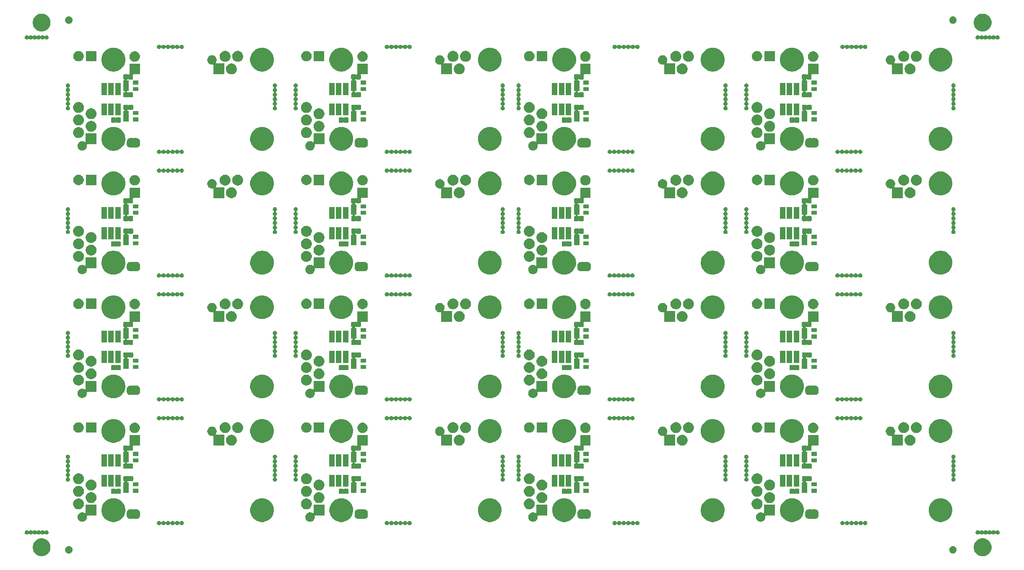
<source format=gbr>
G04 #@! TF.GenerationSoftware,KiCad,Pcbnew,5.1.5-52549c5~84~ubuntu18.04.1*
G04 #@! TF.CreationDate,2020-03-17T11:23:48+01:00*
G04 #@! TF.ProjectId,output.m3_panel,6f757470-7574-42e6-9d33-5f70616e656c,rev?*
G04 #@! TF.SameCoordinates,Original*
G04 #@! TF.FileFunction,Soldermask,Bot*
G04 #@! TF.FilePolarity,Negative*
%FSLAX46Y46*%
G04 Gerber Fmt 4.6, Leading zero omitted, Abs format (unit mm)*
G04 Created by KiCad (PCBNEW 5.1.5-52549c5~84~ubuntu18.04.1) date 2020-03-17 11:23:48*
%MOMM*%
%LPD*%
G04 APERTURE LIST*
%ADD10C,0.100000*%
G04 APERTURE END LIST*
D10*
G36*
X231351162Y-147234586D02*
G01*
X231525041Y-147269173D01*
X231852620Y-147404861D01*
X232147433Y-147601849D01*
X232398151Y-147852567D01*
X232595139Y-148147380D01*
X232730827Y-148474959D01*
X232800000Y-148822716D01*
X232800000Y-149177284D01*
X232730827Y-149525041D01*
X232595139Y-149852620D01*
X232398151Y-150147433D01*
X232147433Y-150398151D01*
X231852620Y-150595139D01*
X231525041Y-150730827D01*
X231351163Y-150765413D01*
X231177286Y-150800000D01*
X230822714Y-150800000D01*
X230648837Y-150765413D01*
X230474959Y-150730827D01*
X230147380Y-150595139D01*
X229852567Y-150398151D01*
X229601849Y-150147433D01*
X229404861Y-149852620D01*
X229269173Y-149525041D01*
X229200000Y-149177284D01*
X229200000Y-148822716D01*
X229269173Y-148474959D01*
X229404861Y-148147380D01*
X229601849Y-147852567D01*
X229852567Y-147601849D01*
X230147380Y-147404861D01*
X230474959Y-147269173D01*
X230648838Y-147234586D01*
X230822714Y-147200000D01*
X231177286Y-147200000D01*
X231351162Y-147234586D01*
G37*
G36*
X41351162Y-147234586D02*
G01*
X41525041Y-147269173D01*
X41852620Y-147404861D01*
X42147433Y-147601849D01*
X42398151Y-147852567D01*
X42595139Y-148147380D01*
X42730827Y-148474959D01*
X42800000Y-148822716D01*
X42800000Y-149177284D01*
X42730827Y-149525041D01*
X42595139Y-149852620D01*
X42398151Y-150147433D01*
X42147433Y-150398151D01*
X41852620Y-150595139D01*
X41525041Y-150730827D01*
X41351163Y-150765413D01*
X41177286Y-150800000D01*
X40822714Y-150800000D01*
X40648837Y-150765413D01*
X40474959Y-150730827D01*
X40147380Y-150595139D01*
X39852567Y-150398151D01*
X39601849Y-150147433D01*
X39404861Y-149852620D01*
X39269173Y-149525041D01*
X39200000Y-149177284D01*
X39200000Y-148822716D01*
X39269173Y-148474959D01*
X39404861Y-148147380D01*
X39601849Y-147852567D01*
X39852567Y-147601849D01*
X40147380Y-147404861D01*
X40474959Y-147269173D01*
X40648838Y-147234586D01*
X40822714Y-147200000D01*
X41177286Y-147200000D01*
X41351162Y-147234586D01*
G37*
G36*
X225218766Y-148778821D02*
G01*
X225355257Y-148835358D01*
X225478097Y-148917437D01*
X225582563Y-149021903D01*
X225664642Y-149144743D01*
X225721179Y-149281234D01*
X225750000Y-149426130D01*
X225750000Y-149573870D01*
X225721179Y-149718766D01*
X225664642Y-149855257D01*
X225582563Y-149978097D01*
X225478097Y-150082563D01*
X225355257Y-150164642D01*
X225218766Y-150221179D01*
X225073870Y-150250000D01*
X224926130Y-150250000D01*
X224781234Y-150221179D01*
X224644743Y-150164642D01*
X224521903Y-150082563D01*
X224417437Y-149978097D01*
X224335358Y-149855257D01*
X224278821Y-149718766D01*
X224250000Y-149573870D01*
X224250000Y-149426130D01*
X224278821Y-149281234D01*
X224335358Y-149144743D01*
X224417437Y-149021903D01*
X224521903Y-148917437D01*
X224644743Y-148835358D01*
X224781234Y-148778821D01*
X224926130Y-148750000D01*
X225073870Y-148750000D01*
X225218766Y-148778821D01*
G37*
G36*
X46718766Y-148778821D02*
G01*
X46855257Y-148835358D01*
X46978097Y-148917437D01*
X47082563Y-149021903D01*
X47164642Y-149144743D01*
X47221179Y-149281234D01*
X47250000Y-149426130D01*
X47250000Y-149573870D01*
X47221179Y-149718766D01*
X47164642Y-149855257D01*
X47082563Y-149978097D01*
X46978097Y-150082563D01*
X46855257Y-150164642D01*
X46718766Y-150221179D01*
X46573870Y-150250000D01*
X46426130Y-150250000D01*
X46281234Y-150221179D01*
X46144743Y-150164642D01*
X46021903Y-150082563D01*
X45917437Y-149978097D01*
X45835358Y-149855257D01*
X45778821Y-149718766D01*
X45750000Y-149573870D01*
X45750000Y-149426130D01*
X45778821Y-149281234D01*
X45835358Y-149144743D01*
X45917437Y-149021903D01*
X46021903Y-148917437D01*
X46144743Y-148835358D01*
X46281234Y-148778821D01*
X46426130Y-148750000D01*
X46573870Y-148750000D01*
X46718766Y-148778821D01*
G37*
G36*
X230123967Y-145591332D02*
G01*
X230201311Y-145623369D01*
X230201313Y-145623370D01*
X230270921Y-145669881D01*
X230311612Y-145710572D01*
X230330554Y-145726117D01*
X230352165Y-145737668D01*
X230375614Y-145744781D01*
X230400000Y-145747183D01*
X230424386Y-145744781D01*
X230447835Y-145737668D01*
X230469446Y-145726117D01*
X230488388Y-145710572D01*
X230529079Y-145669881D01*
X230598687Y-145623370D01*
X230598689Y-145623369D01*
X230676033Y-145591332D01*
X230758140Y-145575000D01*
X230841860Y-145575000D01*
X230923967Y-145591332D01*
X231001311Y-145623369D01*
X231001313Y-145623370D01*
X231070921Y-145669881D01*
X231111612Y-145710572D01*
X231130554Y-145726117D01*
X231152165Y-145737668D01*
X231175614Y-145744781D01*
X231200000Y-145747183D01*
X231224386Y-145744781D01*
X231247835Y-145737668D01*
X231269446Y-145726117D01*
X231288388Y-145710572D01*
X231329079Y-145669881D01*
X231398687Y-145623370D01*
X231398689Y-145623369D01*
X231476033Y-145591332D01*
X231558140Y-145575000D01*
X231641860Y-145575000D01*
X231723967Y-145591332D01*
X231801311Y-145623369D01*
X231801313Y-145623370D01*
X231870921Y-145669881D01*
X231911612Y-145710572D01*
X231930554Y-145726117D01*
X231952165Y-145737668D01*
X231975614Y-145744781D01*
X232000000Y-145747183D01*
X232024386Y-145744781D01*
X232047835Y-145737668D01*
X232069446Y-145726117D01*
X232088388Y-145710572D01*
X232129079Y-145669881D01*
X232198687Y-145623370D01*
X232198689Y-145623369D01*
X232276033Y-145591332D01*
X232358140Y-145575000D01*
X232441860Y-145575000D01*
X232523967Y-145591332D01*
X232601311Y-145623369D01*
X232601313Y-145623370D01*
X232670921Y-145669881D01*
X232711612Y-145710572D01*
X232730554Y-145726117D01*
X232752165Y-145737668D01*
X232775614Y-145744781D01*
X232800000Y-145747183D01*
X232824386Y-145744781D01*
X232847835Y-145737668D01*
X232869446Y-145726117D01*
X232888388Y-145710572D01*
X232929079Y-145669881D01*
X232998687Y-145623370D01*
X232998689Y-145623369D01*
X233076033Y-145591332D01*
X233158140Y-145575000D01*
X233241860Y-145575000D01*
X233323967Y-145591332D01*
X233401311Y-145623369D01*
X233401313Y-145623370D01*
X233470921Y-145669881D01*
X233511612Y-145710572D01*
X233530554Y-145726117D01*
X233552165Y-145737668D01*
X233575614Y-145744781D01*
X233600000Y-145747183D01*
X233624386Y-145744781D01*
X233647835Y-145737668D01*
X233669446Y-145726117D01*
X233688388Y-145710572D01*
X233729079Y-145669881D01*
X233798687Y-145623370D01*
X233798689Y-145623369D01*
X233876033Y-145591332D01*
X233958140Y-145575000D01*
X234041860Y-145575000D01*
X234123967Y-145591332D01*
X234201311Y-145623369D01*
X234201313Y-145623370D01*
X234270921Y-145669881D01*
X234330119Y-145729079D01*
X234376631Y-145798689D01*
X234408668Y-145876033D01*
X234425000Y-145958140D01*
X234425000Y-146041860D01*
X234408668Y-146123967D01*
X234376631Y-146201311D01*
X234376630Y-146201313D01*
X234330119Y-146270921D01*
X234270921Y-146330119D01*
X234201313Y-146376630D01*
X234201312Y-146376631D01*
X234201311Y-146376631D01*
X234123967Y-146408668D01*
X234041860Y-146425000D01*
X233958140Y-146425000D01*
X233876033Y-146408668D01*
X233798689Y-146376631D01*
X233798688Y-146376631D01*
X233798687Y-146376630D01*
X233729079Y-146330119D01*
X233688388Y-146289428D01*
X233669446Y-146273883D01*
X233647835Y-146262332D01*
X233624386Y-146255219D01*
X233600000Y-146252817D01*
X233575614Y-146255219D01*
X233552165Y-146262332D01*
X233530554Y-146273883D01*
X233511612Y-146289428D01*
X233470921Y-146330119D01*
X233401313Y-146376630D01*
X233401312Y-146376631D01*
X233401311Y-146376631D01*
X233323967Y-146408668D01*
X233241860Y-146425000D01*
X233158140Y-146425000D01*
X233076033Y-146408668D01*
X232998689Y-146376631D01*
X232998688Y-146376631D01*
X232998687Y-146376630D01*
X232929079Y-146330119D01*
X232888388Y-146289428D01*
X232869446Y-146273883D01*
X232847835Y-146262332D01*
X232824386Y-146255219D01*
X232800000Y-146252817D01*
X232775614Y-146255219D01*
X232752165Y-146262332D01*
X232730554Y-146273883D01*
X232711612Y-146289428D01*
X232670921Y-146330119D01*
X232601313Y-146376630D01*
X232601312Y-146376631D01*
X232601311Y-146376631D01*
X232523967Y-146408668D01*
X232441860Y-146425000D01*
X232358140Y-146425000D01*
X232276033Y-146408668D01*
X232198689Y-146376631D01*
X232198688Y-146376631D01*
X232198687Y-146376630D01*
X232129079Y-146330119D01*
X232088388Y-146289428D01*
X232069446Y-146273883D01*
X232047835Y-146262332D01*
X232024386Y-146255219D01*
X232000000Y-146252817D01*
X231975614Y-146255219D01*
X231952165Y-146262332D01*
X231930554Y-146273883D01*
X231911612Y-146289428D01*
X231870921Y-146330119D01*
X231801313Y-146376630D01*
X231801312Y-146376631D01*
X231801311Y-146376631D01*
X231723967Y-146408668D01*
X231641860Y-146425000D01*
X231558140Y-146425000D01*
X231476033Y-146408668D01*
X231398689Y-146376631D01*
X231398688Y-146376631D01*
X231398687Y-146376630D01*
X231329079Y-146330119D01*
X231288388Y-146289428D01*
X231269446Y-146273883D01*
X231247835Y-146262332D01*
X231224386Y-146255219D01*
X231200000Y-146252817D01*
X231175614Y-146255219D01*
X231152165Y-146262332D01*
X231130554Y-146273883D01*
X231111612Y-146289428D01*
X231070921Y-146330119D01*
X231001313Y-146376630D01*
X231001312Y-146376631D01*
X231001311Y-146376631D01*
X230923967Y-146408668D01*
X230841860Y-146425000D01*
X230758140Y-146425000D01*
X230676033Y-146408668D01*
X230598689Y-146376631D01*
X230598688Y-146376631D01*
X230598687Y-146376630D01*
X230529079Y-146330119D01*
X230488388Y-146289428D01*
X230469446Y-146273883D01*
X230447835Y-146262332D01*
X230424386Y-146255219D01*
X230400000Y-146252817D01*
X230375614Y-146255219D01*
X230352165Y-146262332D01*
X230330554Y-146273883D01*
X230311612Y-146289428D01*
X230270921Y-146330119D01*
X230201313Y-146376630D01*
X230201312Y-146376631D01*
X230201311Y-146376631D01*
X230123967Y-146408668D01*
X230041860Y-146425000D01*
X229958140Y-146425000D01*
X229876033Y-146408668D01*
X229798689Y-146376631D01*
X229798688Y-146376631D01*
X229798687Y-146376630D01*
X229729079Y-146330119D01*
X229669881Y-146270921D01*
X229623370Y-146201313D01*
X229623369Y-146201311D01*
X229591332Y-146123967D01*
X229575000Y-146041860D01*
X229575000Y-145958140D01*
X229591332Y-145876033D01*
X229623369Y-145798689D01*
X229669881Y-145729079D01*
X229729079Y-145669881D01*
X229798687Y-145623370D01*
X229798689Y-145623369D01*
X229876033Y-145591332D01*
X229958140Y-145575000D01*
X230041860Y-145575000D01*
X230123967Y-145591332D01*
G37*
G36*
X38123967Y-145591332D02*
G01*
X38201311Y-145623369D01*
X38201313Y-145623370D01*
X38270921Y-145669881D01*
X38311612Y-145710572D01*
X38330554Y-145726117D01*
X38352165Y-145737668D01*
X38375614Y-145744781D01*
X38400000Y-145747183D01*
X38424386Y-145744781D01*
X38447835Y-145737668D01*
X38469446Y-145726117D01*
X38488388Y-145710572D01*
X38529079Y-145669881D01*
X38598687Y-145623370D01*
X38598689Y-145623369D01*
X38676033Y-145591332D01*
X38758140Y-145575000D01*
X38841860Y-145575000D01*
X38923967Y-145591332D01*
X39001311Y-145623369D01*
X39001313Y-145623370D01*
X39070921Y-145669881D01*
X39111612Y-145710572D01*
X39130554Y-145726117D01*
X39152165Y-145737668D01*
X39175614Y-145744781D01*
X39200000Y-145747183D01*
X39224386Y-145744781D01*
X39247835Y-145737668D01*
X39269446Y-145726117D01*
X39288388Y-145710572D01*
X39329079Y-145669881D01*
X39398687Y-145623370D01*
X39398689Y-145623369D01*
X39476033Y-145591332D01*
X39558140Y-145575000D01*
X39641860Y-145575000D01*
X39723967Y-145591332D01*
X39801311Y-145623369D01*
X39801313Y-145623370D01*
X39870921Y-145669881D01*
X39911612Y-145710572D01*
X39930554Y-145726117D01*
X39952165Y-145737668D01*
X39975614Y-145744781D01*
X40000000Y-145747183D01*
X40024386Y-145744781D01*
X40047835Y-145737668D01*
X40069446Y-145726117D01*
X40088388Y-145710572D01*
X40129079Y-145669881D01*
X40198687Y-145623370D01*
X40198689Y-145623369D01*
X40276033Y-145591332D01*
X40358140Y-145575000D01*
X40441860Y-145575000D01*
X40523967Y-145591332D01*
X40601311Y-145623369D01*
X40601313Y-145623370D01*
X40670921Y-145669881D01*
X40711612Y-145710572D01*
X40730554Y-145726117D01*
X40752165Y-145737668D01*
X40775614Y-145744781D01*
X40800000Y-145747183D01*
X40824386Y-145744781D01*
X40847835Y-145737668D01*
X40869446Y-145726117D01*
X40888388Y-145710572D01*
X40929079Y-145669881D01*
X40998687Y-145623370D01*
X40998689Y-145623369D01*
X41076033Y-145591332D01*
X41158140Y-145575000D01*
X41241860Y-145575000D01*
X41323967Y-145591332D01*
X41401311Y-145623369D01*
X41401313Y-145623370D01*
X41470921Y-145669881D01*
X41511612Y-145710572D01*
X41530554Y-145726117D01*
X41552165Y-145737668D01*
X41575614Y-145744781D01*
X41600000Y-145747183D01*
X41624386Y-145744781D01*
X41647835Y-145737668D01*
X41669446Y-145726117D01*
X41688388Y-145710572D01*
X41729079Y-145669881D01*
X41798687Y-145623370D01*
X41798689Y-145623369D01*
X41876033Y-145591332D01*
X41958140Y-145575000D01*
X42041860Y-145575000D01*
X42123967Y-145591332D01*
X42201311Y-145623369D01*
X42201313Y-145623370D01*
X42270921Y-145669881D01*
X42330119Y-145729079D01*
X42376631Y-145798689D01*
X42408668Y-145876033D01*
X42425000Y-145958140D01*
X42425000Y-146041860D01*
X42408668Y-146123967D01*
X42376631Y-146201311D01*
X42376630Y-146201313D01*
X42330119Y-146270921D01*
X42270921Y-146330119D01*
X42201313Y-146376630D01*
X42201312Y-146376631D01*
X42201311Y-146376631D01*
X42123967Y-146408668D01*
X42041860Y-146425000D01*
X41958140Y-146425000D01*
X41876033Y-146408668D01*
X41798689Y-146376631D01*
X41798688Y-146376631D01*
X41798687Y-146376630D01*
X41729079Y-146330119D01*
X41688388Y-146289428D01*
X41669446Y-146273883D01*
X41647835Y-146262332D01*
X41624386Y-146255219D01*
X41600000Y-146252817D01*
X41575614Y-146255219D01*
X41552165Y-146262332D01*
X41530554Y-146273883D01*
X41511612Y-146289428D01*
X41470921Y-146330119D01*
X41401313Y-146376630D01*
X41401312Y-146376631D01*
X41401311Y-146376631D01*
X41323967Y-146408668D01*
X41241860Y-146425000D01*
X41158140Y-146425000D01*
X41076033Y-146408668D01*
X40998689Y-146376631D01*
X40998688Y-146376631D01*
X40998687Y-146376630D01*
X40929079Y-146330119D01*
X40888388Y-146289428D01*
X40869446Y-146273883D01*
X40847835Y-146262332D01*
X40824386Y-146255219D01*
X40800000Y-146252817D01*
X40775614Y-146255219D01*
X40752165Y-146262332D01*
X40730554Y-146273883D01*
X40711612Y-146289428D01*
X40670921Y-146330119D01*
X40601313Y-146376630D01*
X40601312Y-146376631D01*
X40601311Y-146376631D01*
X40523967Y-146408668D01*
X40441860Y-146425000D01*
X40358140Y-146425000D01*
X40276033Y-146408668D01*
X40198689Y-146376631D01*
X40198688Y-146376631D01*
X40198687Y-146376630D01*
X40129079Y-146330119D01*
X40088388Y-146289428D01*
X40069446Y-146273883D01*
X40047835Y-146262332D01*
X40024386Y-146255219D01*
X40000000Y-146252817D01*
X39975614Y-146255219D01*
X39952165Y-146262332D01*
X39930554Y-146273883D01*
X39911612Y-146289428D01*
X39870921Y-146330119D01*
X39801313Y-146376630D01*
X39801312Y-146376631D01*
X39801311Y-146376631D01*
X39723967Y-146408668D01*
X39641860Y-146425000D01*
X39558140Y-146425000D01*
X39476033Y-146408668D01*
X39398689Y-146376631D01*
X39398688Y-146376631D01*
X39398687Y-146376630D01*
X39329079Y-146330119D01*
X39288388Y-146289428D01*
X39269446Y-146273883D01*
X39247835Y-146262332D01*
X39224386Y-146255219D01*
X39200000Y-146252817D01*
X39175614Y-146255219D01*
X39152165Y-146262332D01*
X39130554Y-146273883D01*
X39111612Y-146289428D01*
X39070921Y-146330119D01*
X39001313Y-146376630D01*
X39001312Y-146376631D01*
X39001311Y-146376631D01*
X38923967Y-146408668D01*
X38841860Y-146425000D01*
X38758140Y-146425000D01*
X38676033Y-146408668D01*
X38598689Y-146376631D01*
X38598688Y-146376631D01*
X38598687Y-146376630D01*
X38529079Y-146330119D01*
X38488388Y-146289428D01*
X38469446Y-146273883D01*
X38447835Y-146262332D01*
X38424386Y-146255219D01*
X38400000Y-146252817D01*
X38375614Y-146255219D01*
X38352165Y-146262332D01*
X38330554Y-146273883D01*
X38311612Y-146289428D01*
X38270921Y-146330119D01*
X38201313Y-146376630D01*
X38201312Y-146376631D01*
X38201311Y-146376631D01*
X38123967Y-146408668D01*
X38041860Y-146425000D01*
X37958140Y-146425000D01*
X37876033Y-146408668D01*
X37798689Y-146376631D01*
X37798688Y-146376631D01*
X37798687Y-146376630D01*
X37729079Y-146330119D01*
X37669881Y-146270921D01*
X37623370Y-146201313D01*
X37623369Y-146201311D01*
X37591332Y-146123967D01*
X37575000Y-146041860D01*
X37575000Y-145958140D01*
X37591332Y-145876033D01*
X37623369Y-145798689D01*
X37669881Y-145729079D01*
X37729079Y-145669881D01*
X37798687Y-145623370D01*
X37798689Y-145623369D01*
X37876033Y-145591332D01*
X37958140Y-145575000D01*
X38041860Y-145575000D01*
X38123967Y-145591332D01*
G37*
G36*
X64825508Y-143691332D02*
G01*
X64902852Y-143723369D01*
X64902854Y-143723370D01*
X64972462Y-143769881D01*
X65031662Y-143829081D01*
X65057300Y-143867450D01*
X65072845Y-143886392D01*
X65091788Y-143901937D01*
X65113398Y-143913488D01*
X65136847Y-143920600D01*
X65161233Y-143923002D01*
X65185620Y-143920600D01*
X65209068Y-143913486D01*
X65230679Y-143901935D01*
X65249621Y-143886390D01*
X65265165Y-143867448D01*
X65290801Y-143829081D01*
X65350001Y-143769881D01*
X65419609Y-143723370D01*
X65419611Y-143723369D01*
X65496955Y-143691332D01*
X65579062Y-143675000D01*
X65662782Y-143675000D01*
X65744889Y-143691332D01*
X65822233Y-143723369D01*
X65822235Y-143723370D01*
X65891843Y-143769881D01*
X65951043Y-143829081D01*
X65976681Y-143867450D01*
X65992226Y-143886392D01*
X66011169Y-143901937D01*
X66032779Y-143913488D01*
X66056228Y-143920600D01*
X66080614Y-143923002D01*
X66105001Y-143920600D01*
X66128449Y-143913486D01*
X66150060Y-143901935D01*
X66169002Y-143886390D01*
X66184546Y-143867448D01*
X66210182Y-143829081D01*
X66269382Y-143769881D01*
X66338990Y-143723370D01*
X66338992Y-143723369D01*
X66416336Y-143691332D01*
X66498443Y-143675000D01*
X66582163Y-143675000D01*
X66664270Y-143691332D01*
X66741614Y-143723369D01*
X66741616Y-143723370D01*
X66811224Y-143769881D01*
X66870424Y-143829081D01*
X66896062Y-143867450D01*
X66911607Y-143886392D01*
X66930550Y-143901937D01*
X66952160Y-143913488D01*
X66975609Y-143920600D01*
X66999995Y-143923002D01*
X67024382Y-143920600D01*
X67047830Y-143913486D01*
X67069441Y-143901935D01*
X67088383Y-143886390D01*
X67103927Y-143867448D01*
X67129563Y-143829081D01*
X67188763Y-143769881D01*
X67258371Y-143723370D01*
X67258373Y-143723369D01*
X67335717Y-143691332D01*
X67417824Y-143675000D01*
X67501544Y-143675000D01*
X67583651Y-143691332D01*
X67660995Y-143723369D01*
X67660997Y-143723370D01*
X67730605Y-143769881D01*
X67789805Y-143829081D01*
X67815443Y-143867450D01*
X67830988Y-143886392D01*
X67849931Y-143901937D01*
X67871541Y-143913488D01*
X67894990Y-143920600D01*
X67919376Y-143923002D01*
X67943763Y-143920600D01*
X67967211Y-143913486D01*
X67988822Y-143901935D01*
X68007764Y-143886390D01*
X68023308Y-143867448D01*
X68048944Y-143829081D01*
X68108144Y-143769881D01*
X68177752Y-143723370D01*
X68177754Y-143723369D01*
X68255098Y-143691332D01*
X68337205Y-143675000D01*
X68420925Y-143675000D01*
X68503032Y-143691332D01*
X68580376Y-143723369D01*
X68580378Y-143723370D01*
X68649986Y-143769881D01*
X68709186Y-143829081D01*
X68734824Y-143867450D01*
X68750369Y-143886392D01*
X68769312Y-143901937D01*
X68790922Y-143913488D01*
X68814371Y-143920600D01*
X68838757Y-143923002D01*
X68863144Y-143920600D01*
X68886592Y-143913486D01*
X68908203Y-143901935D01*
X68927145Y-143886390D01*
X68942689Y-143867448D01*
X68968325Y-143829081D01*
X69027525Y-143769881D01*
X69097133Y-143723370D01*
X69097135Y-143723369D01*
X69174479Y-143691332D01*
X69256586Y-143675000D01*
X69340306Y-143675000D01*
X69422413Y-143691332D01*
X69499757Y-143723369D01*
X69499759Y-143723370D01*
X69569367Y-143769881D01*
X69628565Y-143829079D01*
X69666861Y-143886392D01*
X69675077Y-143898689D01*
X69707114Y-143976033D01*
X69723446Y-144058140D01*
X69723446Y-144141860D01*
X69707114Y-144223967D01*
X69676420Y-144298069D01*
X69675076Y-144301313D01*
X69628565Y-144370921D01*
X69569367Y-144430119D01*
X69499759Y-144476630D01*
X69499758Y-144476631D01*
X69499757Y-144476631D01*
X69422413Y-144508668D01*
X69340306Y-144525000D01*
X69256586Y-144525000D01*
X69174479Y-144508668D01*
X69097135Y-144476631D01*
X69097134Y-144476631D01*
X69097133Y-144476630D01*
X69027525Y-144430119D01*
X68968325Y-144370919D01*
X68942687Y-144332550D01*
X68927142Y-144313608D01*
X68908199Y-144298063D01*
X68886589Y-144286512D01*
X68863140Y-144279400D01*
X68838754Y-144276998D01*
X68814367Y-144279400D01*
X68790919Y-144286514D01*
X68769308Y-144298065D01*
X68750366Y-144313610D01*
X68734822Y-144332552D01*
X68709186Y-144370919D01*
X68649986Y-144430119D01*
X68580378Y-144476630D01*
X68580377Y-144476631D01*
X68580376Y-144476631D01*
X68503032Y-144508668D01*
X68420925Y-144525000D01*
X68337205Y-144525000D01*
X68255098Y-144508668D01*
X68177754Y-144476631D01*
X68177753Y-144476631D01*
X68177752Y-144476630D01*
X68108144Y-144430119D01*
X68048944Y-144370919D01*
X68023306Y-144332550D01*
X68007761Y-144313608D01*
X67988818Y-144298063D01*
X67967208Y-144286512D01*
X67943759Y-144279400D01*
X67919373Y-144276998D01*
X67894986Y-144279400D01*
X67871538Y-144286514D01*
X67849927Y-144298065D01*
X67830985Y-144313610D01*
X67815441Y-144332552D01*
X67789805Y-144370919D01*
X67730605Y-144430119D01*
X67660997Y-144476630D01*
X67660996Y-144476631D01*
X67660995Y-144476631D01*
X67583651Y-144508668D01*
X67501544Y-144525000D01*
X67417824Y-144525000D01*
X67335717Y-144508668D01*
X67258373Y-144476631D01*
X67258372Y-144476631D01*
X67258371Y-144476630D01*
X67188763Y-144430119D01*
X67129563Y-144370919D01*
X67103925Y-144332550D01*
X67088380Y-144313608D01*
X67069437Y-144298063D01*
X67047827Y-144286512D01*
X67024378Y-144279400D01*
X66999992Y-144276998D01*
X66975605Y-144279400D01*
X66952157Y-144286514D01*
X66930546Y-144298065D01*
X66911604Y-144313610D01*
X66896060Y-144332552D01*
X66870424Y-144370919D01*
X66811224Y-144430119D01*
X66741616Y-144476630D01*
X66741615Y-144476631D01*
X66741614Y-144476631D01*
X66664270Y-144508668D01*
X66582163Y-144525000D01*
X66498443Y-144525000D01*
X66416336Y-144508668D01*
X66338992Y-144476631D01*
X66338991Y-144476631D01*
X66338990Y-144476630D01*
X66269382Y-144430119D01*
X66210182Y-144370919D01*
X66184544Y-144332550D01*
X66168999Y-144313608D01*
X66150056Y-144298063D01*
X66128446Y-144286512D01*
X66104997Y-144279400D01*
X66080611Y-144276998D01*
X66056224Y-144279400D01*
X66032776Y-144286514D01*
X66011165Y-144298065D01*
X65992223Y-144313610D01*
X65976679Y-144332552D01*
X65951043Y-144370919D01*
X65891843Y-144430119D01*
X65822235Y-144476630D01*
X65822234Y-144476631D01*
X65822233Y-144476631D01*
X65744889Y-144508668D01*
X65662782Y-144525000D01*
X65579062Y-144525000D01*
X65496955Y-144508668D01*
X65419611Y-144476631D01*
X65419610Y-144476631D01*
X65419609Y-144476630D01*
X65350001Y-144430119D01*
X65290801Y-144370919D01*
X65265163Y-144332550D01*
X65249618Y-144313608D01*
X65230675Y-144298063D01*
X65209065Y-144286512D01*
X65185616Y-144279400D01*
X65161230Y-144276998D01*
X65136843Y-144279400D01*
X65113395Y-144286514D01*
X65091784Y-144298065D01*
X65072842Y-144313610D01*
X65057298Y-144332552D01*
X65031662Y-144370919D01*
X64972462Y-144430119D01*
X64902854Y-144476630D01*
X64902853Y-144476631D01*
X64902852Y-144476631D01*
X64825508Y-144508668D01*
X64743401Y-144525000D01*
X64659681Y-144525000D01*
X64577574Y-144508668D01*
X64500230Y-144476631D01*
X64500229Y-144476631D01*
X64500228Y-144476630D01*
X64430620Y-144430119D01*
X64371422Y-144370921D01*
X64324911Y-144301313D01*
X64323567Y-144298069D01*
X64292873Y-144223967D01*
X64276541Y-144141860D01*
X64276541Y-144058140D01*
X64292873Y-143976033D01*
X64324910Y-143898689D01*
X64333127Y-143886392D01*
X64371422Y-143829079D01*
X64430620Y-143769881D01*
X64500228Y-143723370D01*
X64500230Y-143723369D01*
X64577574Y-143691332D01*
X64659681Y-143675000D01*
X64743401Y-143675000D01*
X64825508Y-143691332D01*
G37*
G36*
X202825538Y-143691332D02*
G01*
X202902882Y-143723369D01*
X202902884Y-143723370D01*
X202972492Y-143769881D01*
X203031691Y-143829080D01*
X203057325Y-143867444D01*
X203072871Y-143886386D01*
X203091813Y-143901931D01*
X203113423Y-143913482D01*
X203136872Y-143920595D01*
X203161258Y-143922997D01*
X203185644Y-143920595D01*
X203209093Y-143913482D01*
X203230704Y-143901931D01*
X203249646Y-143886385D01*
X203265191Y-143867444D01*
X203290825Y-143829080D01*
X203350024Y-143769881D01*
X203419632Y-143723370D01*
X203419634Y-143723369D01*
X203496978Y-143691332D01*
X203579085Y-143675000D01*
X203662805Y-143675000D01*
X203744912Y-143691332D01*
X203822256Y-143723369D01*
X203822258Y-143723370D01*
X203891866Y-143769881D01*
X203951065Y-143829080D01*
X203976699Y-143867444D01*
X203992245Y-143886386D01*
X204011187Y-143901931D01*
X204032797Y-143913482D01*
X204056246Y-143920595D01*
X204080632Y-143922997D01*
X204105018Y-143920595D01*
X204128467Y-143913482D01*
X204150078Y-143901931D01*
X204169020Y-143886385D01*
X204184565Y-143867444D01*
X204210199Y-143829080D01*
X204269398Y-143769881D01*
X204339006Y-143723370D01*
X204339008Y-143723369D01*
X204416352Y-143691332D01*
X204498459Y-143675000D01*
X204582179Y-143675000D01*
X204664286Y-143691332D01*
X204741630Y-143723369D01*
X204741632Y-143723370D01*
X204811240Y-143769881D01*
X204870439Y-143829080D01*
X204896073Y-143867444D01*
X204911619Y-143886386D01*
X204930561Y-143901931D01*
X204952171Y-143913482D01*
X204975620Y-143920595D01*
X205000006Y-143922997D01*
X205024392Y-143920595D01*
X205047841Y-143913482D01*
X205069452Y-143901931D01*
X205088394Y-143886385D01*
X205103939Y-143867444D01*
X205129573Y-143829080D01*
X205188772Y-143769881D01*
X205258380Y-143723370D01*
X205258382Y-143723369D01*
X205335726Y-143691332D01*
X205417833Y-143675000D01*
X205501553Y-143675000D01*
X205583660Y-143691332D01*
X205661004Y-143723369D01*
X205661006Y-143723370D01*
X205730614Y-143769881D01*
X205789813Y-143829080D01*
X205815447Y-143867444D01*
X205830993Y-143886386D01*
X205849935Y-143901931D01*
X205871545Y-143913482D01*
X205894994Y-143920595D01*
X205919380Y-143922997D01*
X205943766Y-143920595D01*
X205967215Y-143913482D01*
X205988826Y-143901931D01*
X206007768Y-143886385D01*
X206023313Y-143867444D01*
X206048947Y-143829080D01*
X206108146Y-143769881D01*
X206177754Y-143723370D01*
X206177756Y-143723369D01*
X206255100Y-143691332D01*
X206337207Y-143675000D01*
X206420927Y-143675000D01*
X206503034Y-143691332D01*
X206580378Y-143723369D01*
X206580380Y-143723370D01*
X206649988Y-143769881D01*
X206709187Y-143829080D01*
X206734821Y-143867444D01*
X206750367Y-143886386D01*
X206769309Y-143901931D01*
X206790919Y-143913482D01*
X206814368Y-143920595D01*
X206838754Y-143922997D01*
X206863140Y-143920595D01*
X206886589Y-143913482D01*
X206908200Y-143901931D01*
X206927142Y-143886385D01*
X206942687Y-143867444D01*
X206968321Y-143829080D01*
X207027520Y-143769881D01*
X207097128Y-143723370D01*
X207097130Y-143723369D01*
X207174474Y-143691332D01*
X207256581Y-143675000D01*
X207340301Y-143675000D01*
X207422408Y-143691332D01*
X207499752Y-143723369D01*
X207499754Y-143723370D01*
X207569362Y-143769881D01*
X207628560Y-143829079D01*
X207666856Y-143886392D01*
X207675072Y-143898689D01*
X207707109Y-143976033D01*
X207723441Y-144058140D01*
X207723441Y-144141860D01*
X207707109Y-144223967D01*
X207676415Y-144298069D01*
X207675071Y-144301313D01*
X207628560Y-144370921D01*
X207569362Y-144430119D01*
X207499754Y-144476630D01*
X207499753Y-144476631D01*
X207499752Y-144476631D01*
X207422408Y-144508668D01*
X207340301Y-144525000D01*
X207256581Y-144525000D01*
X207174474Y-144508668D01*
X207097130Y-144476631D01*
X207097129Y-144476631D01*
X207097128Y-144476630D01*
X207027520Y-144430119D01*
X206968322Y-144370921D01*
X206968321Y-144370919D01*
X206942687Y-144332556D01*
X206927141Y-144313614D01*
X206908199Y-144298069D01*
X206886589Y-144286518D01*
X206863140Y-144279405D01*
X206838754Y-144277003D01*
X206814368Y-144279405D01*
X206790919Y-144286518D01*
X206769308Y-144298069D01*
X206750366Y-144313615D01*
X206734821Y-144332556D01*
X206709188Y-144370919D01*
X206649988Y-144430119D01*
X206580380Y-144476630D01*
X206580379Y-144476631D01*
X206580378Y-144476631D01*
X206503034Y-144508668D01*
X206420927Y-144525000D01*
X206337207Y-144525000D01*
X206255100Y-144508668D01*
X206177756Y-144476631D01*
X206177755Y-144476631D01*
X206177754Y-144476630D01*
X206108146Y-144430119D01*
X206048948Y-144370921D01*
X206048947Y-144370919D01*
X206023313Y-144332556D01*
X206007767Y-144313614D01*
X205988825Y-144298069D01*
X205967215Y-144286518D01*
X205943766Y-144279405D01*
X205919380Y-144277003D01*
X205894994Y-144279405D01*
X205871545Y-144286518D01*
X205849934Y-144298069D01*
X205830992Y-144313615D01*
X205815447Y-144332556D01*
X205789814Y-144370919D01*
X205730614Y-144430119D01*
X205661006Y-144476630D01*
X205661005Y-144476631D01*
X205661004Y-144476631D01*
X205583660Y-144508668D01*
X205501553Y-144525000D01*
X205417833Y-144525000D01*
X205335726Y-144508668D01*
X205258382Y-144476631D01*
X205258381Y-144476631D01*
X205258380Y-144476630D01*
X205188772Y-144430119D01*
X205129574Y-144370921D01*
X205129573Y-144370919D01*
X205103939Y-144332556D01*
X205088393Y-144313614D01*
X205069451Y-144298069D01*
X205047841Y-144286518D01*
X205024392Y-144279405D01*
X205000006Y-144277003D01*
X204975620Y-144279405D01*
X204952171Y-144286518D01*
X204930560Y-144298069D01*
X204911618Y-144313615D01*
X204896073Y-144332556D01*
X204870440Y-144370919D01*
X204811240Y-144430119D01*
X204741632Y-144476630D01*
X204741631Y-144476631D01*
X204741630Y-144476631D01*
X204664286Y-144508668D01*
X204582179Y-144525000D01*
X204498459Y-144525000D01*
X204416352Y-144508668D01*
X204339008Y-144476631D01*
X204339007Y-144476631D01*
X204339006Y-144476630D01*
X204269398Y-144430119D01*
X204210200Y-144370921D01*
X204210199Y-144370919D01*
X204184565Y-144332556D01*
X204169019Y-144313614D01*
X204150077Y-144298069D01*
X204128467Y-144286518D01*
X204105018Y-144279405D01*
X204080632Y-144277003D01*
X204056246Y-144279405D01*
X204032797Y-144286518D01*
X204011186Y-144298069D01*
X203992244Y-144313615D01*
X203976699Y-144332556D01*
X203951066Y-144370919D01*
X203891866Y-144430119D01*
X203822258Y-144476630D01*
X203822257Y-144476631D01*
X203822256Y-144476631D01*
X203744912Y-144508668D01*
X203662805Y-144525000D01*
X203579085Y-144525000D01*
X203496978Y-144508668D01*
X203419634Y-144476631D01*
X203419633Y-144476631D01*
X203419632Y-144476630D01*
X203350024Y-144430119D01*
X203290826Y-144370921D01*
X203290825Y-144370919D01*
X203265191Y-144332556D01*
X203249645Y-144313614D01*
X203230703Y-144298069D01*
X203209093Y-144286518D01*
X203185644Y-144279405D01*
X203161258Y-144277003D01*
X203136872Y-144279405D01*
X203113423Y-144286518D01*
X203091812Y-144298069D01*
X203072870Y-144313615D01*
X203057325Y-144332556D01*
X203031692Y-144370919D01*
X202972492Y-144430119D01*
X202902884Y-144476630D01*
X202902883Y-144476631D01*
X202902882Y-144476631D01*
X202825538Y-144508668D01*
X202743431Y-144525000D01*
X202659711Y-144525000D01*
X202577604Y-144508668D01*
X202500260Y-144476631D01*
X202500259Y-144476631D01*
X202500258Y-144476630D01*
X202430650Y-144430119D01*
X202371452Y-144370921D01*
X202324941Y-144301313D01*
X202323597Y-144298069D01*
X202292903Y-144223967D01*
X202276571Y-144141860D01*
X202276571Y-144058140D01*
X202292903Y-143976033D01*
X202324940Y-143898689D01*
X202333157Y-143886392D01*
X202371452Y-143829079D01*
X202430650Y-143769881D01*
X202500258Y-143723370D01*
X202500260Y-143723369D01*
X202577604Y-143691332D01*
X202659711Y-143675000D01*
X202743431Y-143675000D01*
X202825538Y-143691332D01*
G37*
G36*
X156825538Y-143691332D02*
G01*
X156902882Y-143723369D01*
X156902884Y-143723370D01*
X156972492Y-143769881D01*
X157031691Y-143829080D01*
X157057325Y-143867444D01*
X157072871Y-143886386D01*
X157091813Y-143901931D01*
X157113423Y-143913482D01*
X157136872Y-143920595D01*
X157161258Y-143922997D01*
X157185644Y-143920595D01*
X157209093Y-143913482D01*
X157230704Y-143901931D01*
X157249646Y-143886385D01*
X157265191Y-143867444D01*
X157290825Y-143829080D01*
X157350024Y-143769881D01*
X157419632Y-143723370D01*
X157419634Y-143723369D01*
X157496978Y-143691332D01*
X157579085Y-143675000D01*
X157662805Y-143675000D01*
X157744912Y-143691332D01*
X157822256Y-143723369D01*
X157822258Y-143723370D01*
X157891866Y-143769881D01*
X157951065Y-143829080D01*
X157976699Y-143867444D01*
X157992245Y-143886386D01*
X158011187Y-143901931D01*
X158032797Y-143913482D01*
X158056246Y-143920595D01*
X158080632Y-143922997D01*
X158105018Y-143920595D01*
X158128467Y-143913482D01*
X158150078Y-143901931D01*
X158169020Y-143886385D01*
X158184565Y-143867444D01*
X158210199Y-143829080D01*
X158269398Y-143769881D01*
X158339006Y-143723370D01*
X158339008Y-143723369D01*
X158416352Y-143691332D01*
X158498459Y-143675000D01*
X158582179Y-143675000D01*
X158664286Y-143691332D01*
X158741630Y-143723369D01*
X158741632Y-143723370D01*
X158811240Y-143769881D01*
X158870439Y-143829080D01*
X158896073Y-143867444D01*
X158911619Y-143886386D01*
X158930561Y-143901931D01*
X158952171Y-143913482D01*
X158975620Y-143920595D01*
X159000006Y-143922997D01*
X159024392Y-143920595D01*
X159047841Y-143913482D01*
X159069452Y-143901931D01*
X159088394Y-143886385D01*
X159103939Y-143867444D01*
X159129573Y-143829080D01*
X159188772Y-143769881D01*
X159258380Y-143723370D01*
X159258382Y-143723369D01*
X159335726Y-143691332D01*
X159417833Y-143675000D01*
X159501553Y-143675000D01*
X159583660Y-143691332D01*
X159661004Y-143723369D01*
X159661006Y-143723370D01*
X159730614Y-143769881D01*
X159789813Y-143829080D01*
X159815447Y-143867444D01*
X159830993Y-143886386D01*
X159849935Y-143901931D01*
X159871545Y-143913482D01*
X159894994Y-143920595D01*
X159919380Y-143922997D01*
X159943766Y-143920595D01*
X159967215Y-143913482D01*
X159988826Y-143901931D01*
X160007768Y-143886385D01*
X160023313Y-143867444D01*
X160048947Y-143829080D01*
X160108146Y-143769881D01*
X160177754Y-143723370D01*
X160177756Y-143723369D01*
X160255100Y-143691332D01*
X160337207Y-143675000D01*
X160420927Y-143675000D01*
X160503034Y-143691332D01*
X160580378Y-143723369D01*
X160580380Y-143723370D01*
X160649988Y-143769881D01*
X160709187Y-143829080D01*
X160734821Y-143867444D01*
X160750367Y-143886386D01*
X160769309Y-143901931D01*
X160790919Y-143913482D01*
X160814368Y-143920595D01*
X160838754Y-143922997D01*
X160863140Y-143920595D01*
X160886589Y-143913482D01*
X160908200Y-143901931D01*
X160927142Y-143886385D01*
X160942687Y-143867444D01*
X160968321Y-143829080D01*
X161027520Y-143769881D01*
X161097128Y-143723370D01*
X161097130Y-143723369D01*
X161174474Y-143691332D01*
X161256581Y-143675000D01*
X161340301Y-143675000D01*
X161422408Y-143691332D01*
X161499752Y-143723369D01*
X161499754Y-143723370D01*
X161569362Y-143769881D01*
X161628560Y-143829079D01*
X161666856Y-143886392D01*
X161675072Y-143898689D01*
X161707109Y-143976033D01*
X161723441Y-144058140D01*
X161723441Y-144141860D01*
X161707109Y-144223967D01*
X161676415Y-144298069D01*
X161675071Y-144301313D01*
X161628560Y-144370921D01*
X161569362Y-144430119D01*
X161499754Y-144476630D01*
X161499753Y-144476631D01*
X161499752Y-144476631D01*
X161422408Y-144508668D01*
X161340301Y-144525000D01*
X161256581Y-144525000D01*
X161174474Y-144508668D01*
X161097130Y-144476631D01*
X161097129Y-144476631D01*
X161097128Y-144476630D01*
X161027520Y-144430119D01*
X160968322Y-144370921D01*
X160968321Y-144370919D01*
X160942687Y-144332556D01*
X160927141Y-144313614D01*
X160908199Y-144298069D01*
X160886589Y-144286518D01*
X160863140Y-144279405D01*
X160838754Y-144277003D01*
X160814368Y-144279405D01*
X160790919Y-144286518D01*
X160769308Y-144298069D01*
X160750366Y-144313615D01*
X160734821Y-144332556D01*
X160709188Y-144370919D01*
X160649988Y-144430119D01*
X160580380Y-144476630D01*
X160580379Y-144476631D01*
X160580378Y-144476631D01*
X160503034Y-144508668D01*
X160420927Y-144525000D01*
X160337207Y-144525000D01*
X160255100Y-144508668D01*
X160177756Y-144476631D01*
X160177755Y-144476631D01*
X160177754Y-144476630D01*
X160108146Y-144430119D01*
X160048948Y-144370921D01*
X160048947Y-144370919D01*
X160023313Y-144332556D01*
X160007767Y-144313614D01*
X159988825Y-144298069D01*
X159967215Y-144286518D01*
X159943766Y-144279405D01*
X159919380Y-144277003D01*
X159894994Y-144279405D01*
X159871545Y-144286518D01*
X159849934Y-144298069D01*
X159830992Y-144313615D01*
X159815447Y-144332556D01*
X159789814Y-144370919D01*
X159730614Y-144430119D01*
X159661006Y-144476630D01*
X159661005Y-144476631D01*
X159661004Y-144476631D01*
X159583660Y-144508668D01*
X159501553Y-144525000D01*
X159417833Y-144525000D01*
X159335726Y-144508668D01*
X159258382Y-144476631D01*
X159258381Y-144476631D01*
X159258380Y-144476630D01*
X159188772Y-144430119D01*
X159129574Y-144370921D01*
X159129573Y-144370919D01*
X159103939Y-144332556D01*
X159088393Y-144313614D01*
X159069451Y-144298069D01*
X159047841Y-144286518D01*
X159024392Y-144279405D01*
X159000006Y-144277003D01*
X158975620Y-144279405D01*
X158952171Y-144286518D01*
X158930560Y-144298069D01*
X158911618Y-144313615D01*
X158896073Y-144332556D01*
X158870440Y-144370919D01*
X158811240Y-144430119D01*
X158741632Y-144476630D01*
X158741631Y-144476631D01*
X158741630Y-144476631D01*
X158664286Y-144508668D01*
X158582179Y-144525000D01*
X158498459Y-144525000D01*
X158416352Y-144508668D01*
X158339008Y-144476631D01*
X158339007Y-144476631D01*
X158339006Y-144476630D01*
X158269398Y-144430119D01*
X158210200Y-144370921D01*
X158210199Y-144370919D01*
X158184565Y-144332556D01*
X158169019Y-144313614D01*
X158150077Y-144298069D01*
X158128467Y-144286518D01*
X158105018Y-144279405D01*
X158080632Y-144277003D01*
X158056246Y-144279405D01*
X158032797Y-144286518D01*
X158011186Y-144298069D01*
X157992244Y-144313615D01*
X157976699Y-144332556D01*
X157951066Y-144370919D01*
X157891866Y-144430119D01*
X157822258Y-144476630D01*
X157822257Y-144476631D01*
X157822256Y-144476631D01*
X157744912Y-144508668D01*
X157662805Y-144525000D01*
X157579085Y-144525000D01*
X157496978Y-144508668D01*
X157419634Y-144476631D01*
X157419633Y-144476631D01*
X157419632Y-144476630D01*
X157350024Y-144430119D01*
X157290826Y-144370921D01*
X157290825Y-144370919D01*
X157265191Y-144332556D01*
X157249645Y-144313614D01*
X157230703Y-144298069D01*
X157209093Y-144286518D01*
X157185644Y-144279405D01*
X157161258Y-144277003D01*
X157136872Y-144279405D01*
X157113423Y-144286518D01*
X157091812Y-144298069D01*
X157072870Y-144313615D01*
X157057325Y-144332556D01*
X157031692Y-144370919D01*
X156972492Y-144430119D01*
X156902884Y-144476630D01*
X156902883Y-144476631D01*
X156902882Y-144476631D01*
X156825538Y-144508668D01*
X156743431Y-144525000D01*
X156659711Y-144525000D01*
X156577604Y-144508668D01*
X156500260Y-144476631D01*
X156500259Y-144476631D01*
X156500258Y-144476630D01*
X156430650Y-144430119D01*
X156371452Y-144370921D01*
X156324941Y-144301313D01*
X156323597Y-144298069D01*
X156292903Y-144223967D01*
X156276571Y-144141860D01*
X156276571Y-144058140D01*
X156292903Y-143976033D01*
X156324940Y-143898689D01*
X156333157Y-143886392D01*
X156371452Y-143829079D01*
X156430650Y-143769881D01*
X156500258Y-143723370D01*
X156500260Y-143723369D01*
X156577604Y-143691332D01*
X156659711Y-143675000D01*
X156743431Y-143675000D01*
X156825538Y-143691332D01*
G37*
G36*
X110825508Y-143691332D02*
G01*
X110902852Y-143723369D01*
X110902854Y-143723370D01*
X110972462Y-143769881D01*
X111031662Y-143829081D01*
X111057300Y-143867450D01*
X111072845Y-143886392D01*
X111091788Y-143901937D01*
X111113398Y-143913488D01*
X111136847Y-143920600D01*
X111161233Y-143923002D01*
X111185620Y-143920600D01*
X111209068Y-143913486D01*
X111230679Y-143901935D01*
X111249621Y-143886390D01*
X111265165Y-143867448D01*
X111290801Y-143829081D01*
X111350001Y-143769881D01*
X111419609Y-143723370D01*
X111419611Y-143723369D01*
X111496955Y-143691332D01*
X111579062Y-143675000D01*
X111662782Y-143675000D01*
X111744889Y-143691332D01*
X111822233Y-143723369D01*
X111822235Y-143723370D01*
X111891843Y-143769881D01*
X111951043Y-143829081D01*
X111976681Y-143867450D01*
X111992226Y-143886392D01*
X112011169Y-143901937D01*
X112032779Y-143913488D01*
X112056228Y-143920600D01*
X112080614Y-143923002D01*
X112105001Y-143920600D01*
X112128449Y-143913486D01*
X112150060Y-143901935D01*
X112169002Y-143886390D01*
X112184546Y-143867448D01*
X112210182Y-143829081D01*
X112269382Y-143769881D01*
X112338990Y-143723370D01*
X112338992Y-143723369D01*
X112416336Y-143691332D01*
X112498443Y-143675000D01*
X112582163Y-143675000D01*
X112664270Y-143691332D01*
X112741614Y-143723369D01*
X112741616Y-143723370D01*
X112811224Y-143769881D01*
X112870424Y-143829081D01*
X112896062Y-143867450D01*
X112911607Y-143886392D01*
X112930550Y-143901937D01*
X112952160Y-143913488D01*
X112975609Y-143920600D01*
X112999995Y-143923002D01*
X113024382Y-143920600D01*
X113047830Y-143913486D01*
X113069441Y-143901935D01*
X113088383Y-143886390D01*
X113103927Y-143867448D01*
X113129563Y-143829081D01*
X113188763Y-143769881D01*
X113258371Y-143723370D01*
X113258373Y-143723369D01*
X113335717Y-143691332D01*
X113417824Y-143675000D01*
X113501544Y-143675000D01*
X113583651Y-143691332D01*
X113660995Y-143723369D01*
X113660997Y-143723370D01*
X113730605Y-143769881D01*
X113789805Y-143829081D01*
X113815443Y-143867450D01*
X113830988Y-143886392D01*
X113849931Y-143901937D01*
X113871541Y-143913488D01*
X113894990Y-143920600D01*
X113919376Y-143923002D01*
X113943763Y-143920600D01*
X113967211Y-143913486D01*
X113988822Y-143901935D01*
X114007764Y-143886390D01*
X114023308Y-143867448D01*
X114048944Y-143829081D01*
X114108144Y-143769881D01*
X114177752Y-143723370D01*
X114177754Y-143723369D01*
X114255098Y-143691332D01*
X114337205Y-143675000D01*
X114420925Y-143675000D01*
X114503032Y-143691332D01*
X114580376Y-143723369D01*
X114580378Y-143723370D01*
X114649986Y-143769881D01*
X114709186Y-143829081D01*
X114734824Y-143867450D01*
X114750369Y-143886392D01*
X114769312Y-143901937D01*
X114790922Y-143913488D01*
X114814371Y-143920600D01*
X114838757Y-143923002D01*
X114863144Y-143920600D01*
X114886592Y-143913486D01*
X114908203Y-143901935D01*
X114927145Y-143886390D01*
X114942689Y-143867448D01*
X114968325Y-143829081D01*
X115027525Y-143769881D01*
X115097133Y-143723370D01*
X115097135Y-143723369D01*
X115174479Y-143691332D01*
X115256586Y-143675000D01*
X115340306Y-143675000D01*
X115422413Y-143691332D01*
X115499757Y-143723369D01*
X115499759Y-143723370D01*
X115569367Y-143769881D01*
X115628565Y-143829079D01*
X115666861Y-143886392D01*
X115675077Y-143898689D01*
X115707114Y-143976033D01*
X115723446Y-144058140D01*
X115723446Y-144141860D01*
X115707114Y-144223967D01*
X115676420Y-144298069D01*
X115675076Y-144301313D01*
X115628565Y-144370921D01*
X115569367Y-144430119D01*
X115499759Y-144476630D01*
X115499758Y-144476631D01*
X115499757Y-144476631D01*
X115422413Y-144508668D01*
X115340306Y-144525000D01*
X115256586Y-144525000D01*
X115174479Y-144508668D01*
X115097135Y-144476631D01*
X115097134Y-144476631D01*
X115097133Y-144476630D01*
X115027525Y-144430119D01*
X114968325Y-144370919D01*
X114942687Y-144332550D01*
X114927142Y-144313608D01*
X114908199Y-144298063D01*
X114886589Y-144286512D01*
X114863140Y-144279400D01*
X114838754Y-144276998D01*
X114814367Y-144279400D01*
X114790919Y-144286514D01*
X114769308Y-144298065D01*
X114750366Y-144313610D01*
X114734822Y-144332552D01*
X114709186Y-144370919D01*
X114649986Y-144430119D01*
X114580378Y-144476630D01*
X114580377Y-144476631D01*
X114580376Y-144476631D01*
X114503032Y-144508668D01*
X114420925Y-144525000D01*
X114337205Y-144525000D01*
X114255098Y-144508668D01*
X114177754Y-144476631D01*
X114177753Y-144476631D01*
X114177752Y-144476630D01*
X114108144Y-144430119D01*
X114048944Y-144370919D01*
X114023306Y-144332550D01*
X114007761Y-144313608D01*
X113988818Y-144298063D01*
X113967208Y-144286512D01*
X113943759Y-144279400D01*
X113919373Y-144276998D01*
X113894986Y-144279400D01*
X113871538Y-144286514D01*
X113849927Y-144298065D01*
X113830985Y-144313610D01*
X113815441Y-144332552D01*
X113789805Y-144370919D01*
X113730605Y-144430119D01*
X113660997Y-144476630D01*
X113660996Y-144476631D01*
X113660995Y-144476631D01*
X113583651Y-144508668D01*
X113501544Y-144525000D01*
X113417824Y-144525000D01*
X113335717Y-144508668D01*
X113258373Y-144476631D01*
X113258372Y-144476631D01*
X113258371Y-144476630D01*
X113188763Y-144430119D01*
X113129563Y-144370919D01*
X113103925Y-144332550D01*
X113088380Y-144313608D01*
X113069437Y-144298063D01*
X113047827Y-144286512D01*
X113024378Y-144279400D01*
X112999992Y-144276998D01*
X112975605Y-144279400D01*
X112952157Y-144286514D01*
X112930546Y-144298065D01*
X112911604Y-144313610D01*
X112896060Y-144332552D01*
X112870424Y-144370919D01*
X112811224Y-144430119D01*
X112741616Y-144476630D01*
X112741615Y-144476631D01*
X112741614Y-144476631D01*
X112664270Y-144508668D01*
X112582163Y-144525000D01*
X112498443Y-144525000D01*
X112416336Y-144508668D01*
X112338992Y-144476631D01*
X112338991Y-144476631D01*
X112338990Y-144476630D01*
X112269382Y-144430119D01*
X112210182Y-144370919D01*
X112184544Y-144332550D01*
X112168999Y-144313608D01*
X112150056Y-144298063D01*
X112128446Y-144286512D01*
X112104997Y-144279400D01*
X112080611Y-144276998D01*
X112056224Y-144279400D01*
X112032776Y-144286514D01*
X112011165Y-144298065D01*
X111992223Y-144313610D01*
X111976679Y-144332552D01*
X111951043Y-144370919D01*
X111891843Y-144430119D01*
X111822235Y-144476630D01*
X111822234Y-144476631D01*
X111822233Y-144476631D01*
X111744889Y-144508668D01*
X111662782Y-144525000D01*
X111579062Y-144525000D01*
X111496955Y-144508668D01*
X111419611Y-144476631D01*
X111419610Y-144476631D01*
X111419609Y-144476630D01*
X111350001Y-144430119D01*
X111290801Y-144370919D01*
X111265163Y-144332550D01*
X111249618Y-144313608D01*
X111230675Y-144298063D01*
X111209065Y-144286512D01*
X111185616Y-144279400D01*
X111161230Y-144276998D01*
X111136843Y-144279400D01*
X111113395Y-144286514D01*
X111091784Y-144298065D01*
X111072842Y-144313610D01*
X111057298Y-144332552D01*
X111031662Y-144370919D01*
X110972462Y-144430119D01*
X110902854Y-144476630D01*
X110902853Y-144476631D01*
X110902852Y-144476631D01*
X110825508Y-144508668D01*
X110743401Y-144525000D01*
X110659681Y-144525000D01*
X110577574Y-144508668D01*
X110500230Y-144476631D01*
X110500229Y-144476631D01*
X110500228Y-144476630D01*
X110430620Y-144430119D01*
X110371422Y-144370921D01*
X110324911Y-144301313D01*
X110323567Y-144298069D01*
X110292873Y-144223967D01*
X110276541Y-144141860D01*
X110276541Y-144058140D01*
X110292873Y-143976033D01*
X110324910Y-143898689D01*
X110333127Y-143886392D01*
X110371422Y-143829079D01*
X110430620Y-143769881D01*
X110500228Y-143723370D01*
X110500230Y-143723369D01*
X110577574Y-143691332D01*
X110659681Y-143675000D01*
X110743401Y-143675000D01*
X110825508Y-143691332D01*
G37*
G36*
X85851904Y-139122979D02*
G01*
X86200054Y-139192230D01*
X86636826Y-139373147D01*
X87029911Y-139635798D01*
X87364202Y-139970089D01*
X87626853Y-140363174D01*
X87807770Y-140799946D01*
X87864356Y-141084425D01*
X87888302Y-141204808D01*
X87900000Y-141263621D01*
X87900000Y-141736379D01*
X87807770Y-142200054D01*
X87626853Y-142636826D01*
X87364202Y-143029911D01*
X87029911Y-143364202D01*
X86636826Y-143626853D01*
X86200054Y-143807770D01*
X85851904Y-143877021D01*
X85736381Y-143900000D01*
X85263619Y-143900000D01*
X85148096Y-143877021D01*
X84799946Y-143807770D01*
X84363174Y-143626853D01*
X83970089Y-143364202D01*
X83635798Y-143029911D01*
X83373147Y-142636826D01*
X83192230Y-142200054D01*
X83100000Y-141736379D01*
X83100000Y-141263621D01*
X83111699Y-141204808D01*
X83135644Y-141084425D01*
X83192230Y-140799946D01*
X83373147Y-140363174D01*
X83635798Y-139970089D01*
X83970089Y-139635798D01*
X84363174Y-139373147D01*
X84799946Y-139192230D01*
X85148096Y-139122979D01*
X85263619Y-139100000D01*
X85736381Y-139100000D01*
X85851904Y-139122979D01*
G37*
G36*
X176851904Y-139122979D02*
G01*
X177200054Y-139192230D01*
X177636826Y-139373147D01*
X178029911Y-139635798D01*
X178364202Y-139970089D01*
X178626853Y-140363174D01*
X178807770Y-140799946D01*
X178864356Y-141084425D01*
X178888302Y-141204808D01*
X178900000Y-141263621D01*
X178900000Y-141736379D01*
X178807770Y-142200054D01*
X178626853Y-142636826D01*
X178364202Y-143029911D01*
X178029911Y-143364202D01*
X177636826Y-143626853D01*
X177200054Y-143807770D01*
X176851904Y-143877021D01*
X176736381Y-143900000D01*
X176263619Y-143900000D01*
X176148096Y-143877021D01*
X175799946Y-143807770D01*
X175363174Y-143626853D01*
X174970089Y-143364202D01*
X174635798Y-143029911D01*
X174373147Y-142636826D01*
X174192230Y-142200054D01*
X174100000Y-141736379D01*
X174100000Y-141263621D01*
X174111699Y-141204808D01*
X174135644Y-141084425D01*
X174192230Y-140799946D01*
X174373147Y-140363174D01*
X174635798Y-139970089D01*
X174970089Y-139635798D01*
X175363174Y-139373147D01*
X175799946Y-139192230D01*
X176148096Y-139122979D01*
X176263619Y-139100000D01*
X176736381Y-139100000D01*
X176851904Y-139122979D01*
G37*
G36*
X101851904Y-139122979D02*
G01*
X102200054Y-139192230D01*
X102636826Y-139373147D01*
X103029911Y-139635798D01*
X103364202Y-139970089D01*
X103626853Y-140363174D01*
X103807770Y-140799946D01*
X103864356Y-141084425D01*
X103888302Y-141204808D01*
X103900000Y-141263621D01*
X103900000Y-141736379D01*
X103807770Y-142200054D01*
X103626853Y-142636826D01*
X103364202Y-143029911D01*
X103029911Y-143364202D01*
X102636826Y-143626853D01*
X102200054Y-143807770D01*
X101851904Y-143877021D01*
X101736381Y-143900000D01*
X101263619Y-143900000D01*
X101148096Y-143877021D01*
X100799946Y-143807770D01*
X100363174Y-143626853D01*
X99970089Y-143364202D01*
X99635798Y-143029911D01*
X99373147Y-142636826D01*
X99192230Y-142200054D01*
X99100000Y-141736379D01*
X99100000Y-141263621D01*
X99111699Y-141204808D01*
X99135644Y-141084425D01*
X99192230Y-140799946D01*
X99373147Y-140363174D01*
X99635798Y-139970089D01*
X99970089Y-139635798D01*
X100363174Y-139373147D01*
X100799946Y-139192230D01*
X101148096Y-139122979D01*
X101263619Y-139100000D01*
X101736381Y-139100000D01*
X101851904Y-139122979D01*
G37*
G36*
X55851904Y-139122979D02*
G01*
X56200054Y-139192230D01*
X56636826Y-139373147D01*
X57029911Y-139635798D01*
X57364202Y-139970089D01*
X57626853Y-140363174D01*
X57807770Y-140799946D01*
X57864356Y-141084425D01*
X57888302Y-141204808D01*
X57900000Y-141263621D01*
X57900000Y-141736379D01*
X57807770Y-142200054D01*
X57626853Y-142636826D01*
X57364202Y-143029911D01*
X57029911Y-143364202D01*
X56636826Y-143626853D01*
X56200054Y-143807770D01*
X55851904Y-143877021D01*
X55736381Y-143900000D01*
X55263619Y-143900000D01*
X55148096Y-143877021D01*
X54799946Y-143807770D01*
X54363174Y-143626853D01*
X53970089Y-143364202D01*
X53635798Y-143029911D01*
X53373147Y-142636826D01*
X53192230Y-142200054D01*
X53100000Y-141736379D01*
X53100000Y-141263621D01*
X53111699Y-141204808D01*
X53135644Y-141084425D01*
X53192230Y-140799946D01*
X53373147Y-140363174D01*
X53635798Y-139970089D01*
X53970089Y-139635798D01*
X54363174Y-139373147D01*
X54799946Y-139192230D01*
X55148096Y-139122979D01*
X55263619Y-139100000D01*
X55736381Y-139100000D01*
X55851904Y-139122979D01*
G37*
G36*
X131851904Y-139122979D02*
G01*
X132200054Y-139192230D01*
X132636826Y-139373147D01*
X133029911Y-139635798D01*
X133364202Y-139970089D01*
X133626853Y-140363174D01*
X133807770Y-140799946D01*
X133864356Y-141084425D01*
X133888302Y-141204808D01*
X133900000Y-141263621D01*
X133900000Y-141736379D01*
X133807770Y-142200054D01*
X133626853Y-142636826D01*
X133364202Y-143029911D01*
X133029911Y-143364202D01*
X132636826Y-143626853D01*
X132200054Y-143807770D01*
X131851904Y-143877021D01*
X131736381Y-143900000D01*
X131263619Y-143900000D01*
X131148096Y-143877021D01*
X130799946Y-143807770D01*
X130363174Y-143626853D01*
X129970089Y-143364202D01*
X129635798Y-143029911D01*
X129373147Y-142636826D01*
X129192230Y-142200054D01*
X129100000Y-141736379D01*
X129100000Y-141263621D01*
X129111699Y-141204808D01*
X129135644Y-141084425D01*
X129192230Y-140799946D01*
X129373147Y-140363174D01*
X129635798Y-139970089D01*
X129970089Y-139635798D01*
X130363174Y-139373147D01*
X130799946Y-139192230D01*
X131148096Y-139122979D01*
X131263619Y-139100000D01*
X131736381Y-139100000D01*
X131851904Y-139122979D01*
G37*
G36*
X222851904Y-139122979D02*
G01*
X223200054Y-139192230D01*
X223636826Y-139373147D01*
X224029911Y-139635798D01*
X224364202Y-139970089D01*
X224626853Y-140363174D01*
X224807770Y-140799946D01*
X224864356Y-141084425D01*
X224888302Y-141204808D01*
X224900000Y-141263621D01*
X224900000Y-141736379D01*
X224807770Y-142200054D01*
X224626853Y-142636826D01*
X224364202Y-143029911D01*
X224029911Y-143364202D01*
X223636826Y-143626853D01*
X223200054Y-143807770D01*
X222851904Y-143877021D01*
X222736381Y-143900000D01*
X222263619Y-143900000D01*
X222148096Y-143877021D01*
X221799946Y-143807770D01*
X221363174Y-143626853D01*
X220970089Y-143364202D01*
X220635798Y-143029911D01*
X220373147Y-142636826D01*
X220192230Y-142200054D01*
X220100000Y-141736379D01*
X220100000Y-141263621D01*
X220111699Y-141204808D01*
X220135644Y-141084425D01*
X220192230Y-140799946D01*
X220373147Y-140363174D01*
X220635798Y-139970089D01*
X220970089Y-139635798D01*
X221363174Y-139373147D01*
X221799946Y-139192230D01*
X222148096Y-139122979D01*
X222263619Y-139100000D01*
X222736381Y-139100000D01*
X222851904Y-139122979D01*
G37*
G36*
X146851904Y-139122979D02*
G01*
X147200054Y-139192230D01*
X147636826Y-139373147D01*
X148029911Y-139635798D01*
X148364202Y-139970089D01*
X148626853Y-140363174D01*
X148807770Y-140799946D01*
X148864356Y-141084425D01*
X148888302Y-141204808D01*
X148900000Y-141263621D01*
X148900000Y-141736379D01*
X148807770Y-142200054D01*
X148626853Y-142636826D01*
X148364202Y-143029911D01*
X148029911Y-143364202D01*
X147636826Y-143626853D01*
X147200054Y-143807770D01*
X146851904Y-143877021D01*
X146736381Y-143900000D01*
X146263619Y-143900000D01*
X146148096Y-143877021D01*
X145799946Y-143807770D01*
X145363174Y-143626853D01*
X144970089Y-143364202D01*
X144635798Y-143029911D01*
X144373147Y-142636826D01*
X144192230Y-142200054D01*
X144100000Y-141736379D01*
X144100000Y-141263621D01*
X144111699Y-141204808D01*
X144135644Y-141084425D01*
X144192230Y-140799946D01*
X144373147Y-140363174D01*
X144635798Y-139970089D01*
X144970089Y-139635798D01*
X145363174Y-139373147D01*
X145799946Y-139192230D01*
X146148096Y-139122979D01*
X146263619Y-139100000D01*
X146736381Y-139100000D01*
X146851904Y-139122979D01*
G37*
G36*
X192851904Y-139122979D02*
G01*
X193200054Y-139192230D01*
X193636826Y-139373147D01*
X194029911Y-139635798D01*
X194364202Y-139970089D01*
X194626853Y-140363174D01*
X194807770Y-140799946D01*
X194864356Y-141084425D01*
X194888302Y-141204808D01*
X194900000Y-141263621D01*
X194900000Y-141736379D01*
X194807770Y-142200054D01*
X194626853Y-142636826D01*
X194364202Y-143029911D01*
X194029911Y-143364202D01*
X193636826Y-143626853D01*
X193200054Y-143807770D01*
X192851904Y-143877021D01*
X192736381Y-143900000D01*
X192263619Y-143900000D01*
X192148096Y-143877021D01*
X191799946Y-143807770D01*
X191363174Y-143626853D01*
X190970089Y-143364202D01*
X190635798Y-143029911D01*
X190373147Y-142636826D01*
X190192230Y-142200054D01*
X190100000Y-141736379D01*
X190100000Y-141263621D01*
X190111699Y-141204808D01*
X190135644Y-141084425D01*
X190192230Y-140799946D01*
X190373147Y-140363174D01*
X190635798Y-139970089D01*
X190970089Y-139635798D01*
X191363174Y-139373147D01*
X191799946Y-139192230D01*
X192148096Y-139122979D01*
X192263619Y-139100000D01*
X192736381Y-139100000D01*
X192851904Y-139122979D01*
G37*
G36*
X98100000Y-142600000D02*
G01*
X96261301Y-142600000D01*
X96236915Y-142602402D01*
X96213466Y-142609515D01*
X96191855Y-142621066D01*
X96172913Y-142636611D01*
X96157368Y-142655553D01*
X96145817Y-142677164D01*
X96138704Y-142700613D01*
X96136302Y-142724999D01*
X96138704Y-142749384D01*
X96150050Y-142806426D01*
X96150050Y-142993573D01*
X96113541Y-143177118D01*
X96041924Y-143350016D01*
X96041923Y-143350017D01*
X95937952Y-143505622D01*
X95805622Y-143637952D01*
X95750175Y-143675000D01*
X95650016Y-143741924D01*
X95477118Y-143813541D01*
X95293573Y-143850050D01*
X95106427Y-143850050D01*
X94922882Y-143813541D01*
X94749984Y-143741924D01*
X94649825Y-143675000D01*
X94594378Y-143637952D01*
X94462048Y-143505622D01*
X94358077Y-143350017D01*
X94358076Y-143350016D01*
X94286459Y-143177118D01*
X94249950Y-142993573D01*
X94249950Y-142806427D01*
X94286459Y-142622882D01*
X94358076Y-142449984D01*
X94392577Y-142398350D01*
X94462048Y-142294378D01*
X94594378Y-142162048D01*
X94717710Y-142079641D01*
X94749984Y-142058076D01*
X94922882Y-141986459D01*
X95106427Y-141949950D01*
X95293573Y-141949950D01*
X95477118Y-141986459D01*
X95650016Y-142058076D01*
X95705555Y-142095186D01*
X95727166Y-142106737D01*
X95750615Y-142113850D01*
X95775001Y-142116252D01*
X95799387Y-142113850D01*
X95822836Y-142106737D01*
X95844446Y-142095186D01*
X95863388Y-142079641D01*
X95878934Y-142060699D01*
X95890485Y-142039088D01*
X95897598Y-142015639D01*
X95900000Y-141991253D01*
X95900000Y-140400000D01*
X98100000Y-140400000D01*
X98100000Y-142600000D01*
G37*
G36*
X143100000Y-142600000D02*
G01*
X141261301Y-142600000D01*
X141236915Y-142602402D01*
X141213466Y-142609515D01*
X141191855Y-142621066D01*
X141172913Y-142636611D01*
X141157368Y-142655553D01*
X141145817Y-142677164D01*
X141138704Y-142700613D01*
X141136302Y-142724999D01*
X141138704Y-142749384D01*
X141150050Y-142806426D01*
X141150050Y-142993573D01*
X141113541Y-143177118D01*
X141041924Y-143350016D01*
X141041923Y-143350017D01*
X140937952Y-143505622D01*
X140805622Y-143637952D01*
X140750175Y-143675000D01*
X140650016Y-143741924D01*
X140477118Y-143813541D01*
X140293573Y-143850050D01*
X140106427Y-143850050D01*
X139922882Y-143813541D01*
X139749984Y-143741924D01*
X139649825Y-143675000D01*
X139594378Y-143637952D01*
X139462048Y-143505622D01*
X139358077Y-143350017D01*
X139358076Y-143350016D01*
X139286459Y-143177118D01*
X139249950Y-142993573D01*
X139249950Y-142806427D01*
X139286459Y-142622882D01*
X139358076Y-142449984D01*
X139392577Y-142398350D01*
X139462048Y-142294378D01*
X139594378Y-142162048D01*
X139717710Y-142079641D01*
X139749984Y-142058076D01*
X139922882Y-141986459D01*
X140106427Y-141949950D01*
X140293573Y-141949950D01*
X140477118Y-141986459D01*
X140650016Y-142058076D01*
X140705555Y-142095186D01*
X140727166Y-142106737D01*
X140750615Y-142113850D01*
X140775001Y-142116252D01*
X140799387Y-142113850D01*
X140822836Y-142106737D01*
X140844446Y-142095186D01*
X140863388Y-142079641D01*
X140878934Y-142060699D01*
X140890485Y-142039088D01*
X140897598Y-142015639D01*
X140900000Y-141991253D01*
X140900000Y-140400000D01*
X143100000Y-140400000D01*
X143100000Y-142600000D01*
G37*
G36*
X189100000Y-142600000D02*
G01*
X187261301Y-142600000D01*
X187236915Y-142602402D01*
X187213466Y-142609515D01*
X187191855Y-142621066D01*
X187172913Y-142636611D01*
X187157368Y-142655553D01*
X187145817Y-142677164D01*
X187138704Y-142700613D01*
X187136302Y-142724999D01*
X187138704Y-142749384D01*
X187150050Y-142806426D01*
X187150050Y-142993573D01*
X187113541Y-143177118D01*
X187041924Y-143350016D01*
X187041923Y-143350017D01*
X186937952Y-143505622D01*
X186805622Y-143637952D01*
X186750175Y-143675000D01*
X186650016Y-143741924D01*
X186477118Y-143813541D01*
X186293573Y-143850050D01*
X186106427Y-143850050D01*
X185922882Y-143813541D01*
X185749984Y-143741924D01*
X185649825Y-143675000D01*
X185594378Y-143637952D01*
X185462048Y-143505622D01*
X185358077Y-143350017D01*
X185358076Y-143350016D01*
X185286459Y-143177118D01*
X185249950Y-142993573D01*
X185249950Y-142806427D01*
X185286459Y-142622882D01*
X185358076Y-142449984D01*
X185392577Y-142398350D01*
X185462048Y-142294378D01*
X185594378Y-142162048D01*
X185717710Y-142079641D01*
X185749984Y-142058076D01*
X185922882Y-141986459D01*
X186106427Y-141949950D01*
X186293573Y-141949950D01*
X186477118Y-141986459D01*
X186650016Y-142058076D01*
X186705555Y-142095186D01*
X186727166Y-142106737D01*
X186750615Y-142113850D01*
X186775001Y-142116252D01*
X186799387Y-142113850D01*
X186822836Y-142106737D01*
X186844446Y-142095186D01*
X186863388Y-142079641D01*
X186878934Y-142060699D01*
X186890485Y-142039088D01*
X186897598Y-142015639D01*
X186900000Y-141991253D01*
X186900000Y-140400000D01*
X189100000Y-140400000D01*
X189100000Y-142600000D01*
G37*
G36*
X52100000Y-142600000D02*
G01*
X50261301Y-142600000D01*
X50236915Y-142602402D01*
X50213466Y-142609515D01*
X50191855Y-142621066D01*
X50172913Y-142636611D01*
X50157368Y-142655553D01*
X50145817Y-142677164D01*
X50138704Y-142700613D01*
X50136302Y-142724999D01*
X50138704Y-142749384D01*
X50150050Y-142806426D01*
X50150050Y-142993573D01*
X50113541Y-143177118D01*
X50041924Y-143350016D01*
X50041923Y-143350017D01*
X49937952Y-143505622D01*
X49805622Y-143637952D01*
X49750175Y-143675000D01*
X49650016Y-143741924D01*
X49477118Y-143813541D01*
X49293573Y-143850050D01*
X49106427Y-143850050D01*
X48922882Y-143813541D01*
X48749984Y-143741924D01*
X48649825Y-143675000D01*
X48594378Y-143637952D01*
X48462048Y-143505622D01*
X48358077Y-143350017D01*
X48358076Y-143350016D01*
X48286459Y-143177118D01*
X48249950Y-142993573D01*
X48249950Y-142806427D01*
X48286459Y-142622882D01*
X48358076Y-142449984D01*
X48392577Y-142398350D01*
X48462048Y-142294378D01*
X48594378Y-142162048D01*
X48717710Y-142079641D01*
X48749984Y-142058076D01*
X48922882Y-141986459D01*
X49106427Y-141949950D01*
X49293573Y-141949950D01*
X49477118Y-141986459D01*
X49650016Y-142058076D01*
X49705555Y-142095186D01*
X49727166Y-142106737D01*
X49750615Y-142113850D01*
X49775001Y-142116252D01*
X49799387Y-142113850D01*
X49822836Y-142106737D01*
X49844446Y-142095186D01*
X49863388Y-142079641D01*
X49878934Y-142060699D01*
X49890485Y-142039088D01*
X49897598Y-142015639D01*
X49900000Y-141991253D01*
X49900000Y-140400000D01*
X52100000Y-140400000D01*
X52100000Y-142600000D01*
G37*
G36*
X196429205Y-141342893D02*
G01*
X196466908Y-141354330D01*
X196481078Y-141361904D01*
X196503717Y-141371280D01*
X196527751Y-141376060D01*
X196552255Y-141376060D01*
X196576288Y-141371279D01*
X196598922Y-141361904D01*
X196613092Y-141354330D01*
X196650795Y-141342893D01*
X196696140Y-141338427D01*
X197183860Y-141338427D01*
X197202197Y-141340233D01*
X197214449Y-141340835D01*
X197232869Y-141340835D01*
X197284358Y-141345906D01*
X197368439Y-141362631D01*
X197384403Y-141367474D01*
X197412048Y-141375859D01*
X197412054Y-141375861D01*
X197417960Y-141377653D01*
X197497158Y-141410457D01*
X197542791Y-141434848D01*
X197614076Y-141482479D01*
X197618847Y-141486395D01*
X197618849Y-141486396D01*
X197649303Y-141511389D01*
X197649309Y-141511395D01*
X197654072Y-141515304D01*
X197714696Y-141575928D01*
X197718605Y-141580691D01*
X197718611Y-141580697D01*
X197743604Y-141611151D01*
X197747521Y-141615924D01*
X197795152Y-141687209D01*
X197819543Y-141732842D01*
X197852347Y-141812040D01*
X197854139Y-141817946D01*
X197854141Y-141817952D01*
X197855642Y-141822901D01*
X197867369Y-141861561D01*
X197884094Y-141945642D01*
X197889165Y-141997131D01*
X197889165Y-142015551D01*
X197889767Y-142027803D01*
X197891573Y-142046140D01*
X197891573Y-142533860D01*
X197889767Y-142552197D01*
X197889165Y-142564449D01*
X197889165Y-142582869D01*
X197884094Y-142634358D01*
X197867369Y-142718439D01*
X197865576Y-142724349D01*
X197854141Y-142762048D01*
X197854139Y-142762054D01*
X197852347Y-142767960D01*
X197819543Y-142847158D01*
X197795152Y-142892791D01*
X197747521Y-142964076D01*
X197743605Y-142968847D01*
X197743604Y-142968849D01*
X197718611Y-142999303D01*
X197718605Y-142999309D01*
X197714696Y-143004072D01*
X197654072Y-143064696D01*
X197649309Y-143068605D01*
X197649303Y-143068611D01*
X197618849Y-143093604D01*
X197614076Y-143097521D01*
X197542791Y-143145152D01*
X197497158Y-143169543D01*
X197417960Y-143202347D01*
X197412054Y-143204139D01*
X197412048Y-143204141D01*
X197384403Y-143212526D01*
X197368439Y-143217369D01*
X197284358Y-143234094D01*
X197232869Y-143239165D01*
X197214449Y-143239165D01*
X197202197Y-143239767D01*
X197183860Y-143241573D01*
X196696140Y-143241573D01*
X196650795Y-143237107D01*
X196613092Y-143225670D01*
X196598922Y-143218096D01*
X196576283Y-143208720D01*
X196552249Y-143203940D01*
X196527745Y-143203940D01*
X196503712Y-143208721D01*
X196481078Y-143218096D01*
X196466908Y-143225670D01*
X196429205Y-143237107D01*
X196383860Y-143241573D01*
X195896140Y-143241573D01*
X195877803Y-143239767D01*
X195865551Y-143239165D01*
X195847131Y-143239165D01*
X195795642Y-143234094D01*
X195711561Y-143217369D01*
X195695597Y-143212526D01*
X195667952Y-143204141D01*
X195667946Y-143204139D01*
X195662040Y-143202347D01*
X195582842Y-143169543D01*
X195537209Y-143145152D01*
X195465924Y-143097521D01*
X195461151Y-143093604D01*
X195430697Y-143068611D01*
X195430691Y-143068605D01*
X195425928Y-143064696D01*
X195365304Y-143004072D01*
X195361395Y-142999309D01*
X195361389Y-142999303D01*
X195336396Y-142968849D01*
X195336395Y-142968847D01*
X195332479Y-142964076D01*
X195284848Y-142892791D01*
X195260457Y-142847158D01*
X195227653Y-142767960D01*
X195225861Y-142762054D01*
X195225859Y-142762048D01*
X195214424Y-142724349D01*
X195212631Y-142718439D01*
X195195906Y-142634358D01*
X195190835Y-142582869D01*
X195190835Y-142564449D01*
X195190233Y-142552197D01*
X195188427Y-142533860D01*
X195188427Y-142046140D01*
X195190233Y-142027803D01*
X195190835Y-142015551D01*
X195190835Y-141997131D01*
X195195906Y-141945642D01*
X195212631Y-141861561D01*
X195224358Y-141822901D01*
X195225859Y-141817952D01*
X195225861Y-141817946D01*
X195227653Y-141812040D01*
X195260457Y-141732842D01*
X195284848Y-141687209D01*
X195332479Y-141615924D01*
X195336396Y-141611151D01*
X195361389Y-141580697D01*
X195361395Y-141580691D01*
X195365304Y-141575928D01*
X195425928Y-141515304D01*
X195430691Y-141511395D01*
X195430697Y-141511389D01*
X195461151Y-141486396D01*
X195461153Y-141486395D01*
X195465924Y-141482479D01*
X195537209Y-141434848D01*
X195582842Y-141410457D01*
X195662040Y-141377653D01*
X195667946Y-141375861D01*
X195667952Y-141375859D01*
X195695597Y-141367474D01*
X195711561Y-141362631D01*
X195795642Y-141345906D01*
X195847131Y-141340835D01*
X195865551Y-141340835D01*
X195877803Y-141340233D01*
X195896140Y-141338427D01*
X196383860Y-141338427D01*
X196429205Y-141342893D01*
G37*
G36*
X59429205Y-141342893D02*
G01*
X59466908Y-141354330D01*
X59481078Y-141361904D01*
X59503717Y-141371280D01*
X59527751Y-141376060D01*
X59552255Y-141376060D01*
X59576288Y-141371279D01*
X59598922Y-141361904D01*
X59613092Y-141354330D01*
X59650795Y-141342893D01*
X59696140Y-141338427D01*
X60183860Y-141338427D01*
X60202197Y-141340233D01*
X60214449Y-141340835D01*
X60232869Y-141340835D01*
X60284358Y-141345906D01*
X60368439Y-141362631D01*
X60384403Y-141367474D01*
X60412048Y-141375859D01*
X60412054Y-141375861D01*
X60417960Y-141377653D01*
X60497158Y-141410457D01*
X60542791Y-141434848D01*
X60614076Y-141482479D01*
X60618847Y-141486395D01*
X60618849Y-141486396D01*
X60649303Y-141511389D01*
X60649309Y-141511395D01*
X60654072Y-141515304D01*
X60714696Y-141575928D01*
X60718605Y-141580691D01*
X60718611Y-141580697D01*
X60743604Y-141611151D01*
X60747521Y-141615924D01*
X60795152Y-141687209D01*
X60819543Y-141732842D01*
X60852347Y-141812040D01*
X60854139Y-141817946D01*
X60854141Y-141817952D01*
X60855642Y-141822901D01*
X60867369Y-141861561D01*
X60884094Y-141945642D01*
X60889165Y-141997131D01*
X60889165Y-142015551D01*
X60889767Y-142027803D01*
X60891573Y-142046140D01*
X60891573Y-142533860D01*
X60889767Y-142552197D01*
X60889165Y-142564449D01*
X60889165Y-142582869D01*
X60884094Y-142634358D01*
X60867369Y-142718439D01*
X60865576Y-142724349D01*
X60854141Y-142762048D01*
X60854139Y-142762054D01*
X60852347Y-142767960D01*
X60819543Y-142847158D01*
X60795152Y-142892791D01*
X60747521Y-142964076D01*
X60743605Y-142968847D01*
X60743604Y-142968849D01*
X60718611Y-142999303D01*
X60718605Y-142999309D01*
X60714696Y-143004072D01*
X60654072Y-143064696D01*
X60649309Y-143068605D01*
X60649303Y-143068611D01*
X60618849Y-143093604D01*
X60614076Y-143097521D01*
X60542791Y-143145152D01*
X60497158Y-143169543D01*
X60417960Y-143202347D01*
X60412054Y-143204139D01*
X60412048Y-143204141D01*
X60384403Y-143212526D01*
X60368439Y-143217369D01*
X60284358Y-143234094D01*
X60232869Y-143239165D01*
X60214449Y-143239165D01*
X60202197Y-143239767D01*
X60183860Y-143241573D01*
X59696140Y-143241573D01*
X59650795Y-143237107D01*
X59613092Y-143225670D01*
X59598922Y-143218096D01*
X59576283Y-143208720D01*
X59552249Y-143203940D01*
X59527745Y-143203940D01*
X59503712Y-143208721D01*
X59481078Y-143218096D01*
X59466908Y-143225670D01*
X59429205Y-143237107D01*
X59383860Y-143241573D01*
X58896140Y-143241573D01*
X58877803Y-143239767D01*
X58865551Y-143239165D01*
X58847131Y-143239165D01*
X58795642Y-143234094D01*
X58711561Y-143217369D01*
X58695597Y-143212526D01*
X58667952Y-143204141D01*
X58667946Y-143204139D01*
X58662040Y-143202347D01*
X58582842Y-143169543D01*
X58537209Y-143145152D01*
X58465924Y-143097521D01*
X58461151Y-143093604D01*
X58430697Y-143068611D01*
X58430691Y-143068605D01*
X58425928Y-143064696D01*
X58365304Y-143004072D01*
X58361395Y-142999309D01*
X58361389Y-142999303D01*
X58336396Y-142968849D01*
X58336395Y-142968847D01*
X58332479Y-142964076D01*
X58284848Y-142892791D01*
X58260457Y-142847158D01*
X58227653Y-142767960D01*
X58225861Y-142762054D01*
X58225859Y-142762048D01*
X58214424Y-142724349D01*
X58212631Y-142718439D01*
X58195906Y-142634358D01*
X58190835Y-142582869D01*
X58190835Y-142564449D01*
X58190233Y-142552197D01*
X58188427Y-142533860D01*
X58188427Y-142046140D01*
X58190233Y-142027803D01*
X58190835Y-142015551D01*
X58190835Y-141997131D01*
X58195906Y-141945642D01*
X58212631Y-141861561D01*
X58224358Y-141822901D01*
X58225859Y-141817952D01*
X58225861Y-141817946D01*
X58227653Y-141812040D01*
X58260457Y-141732842D01*
X58284848Y-141687209D01*
X58332479Y-141615924D01*
X58336396Y-141611151D01*
X58361389Y-141580697D01*
X58361395Y-141580691D01*
X58365304Y-141575928D01*
X58425928Y-141515304D01*
X58430691Y-141511395D01*
X58430697Y-141511389D01*
X58461151Y-141486396D01*
X58461153Y-141486395D01*
X58465924Y-141482479D01*
X58537209Y-141434848D01*
X58582842Y-141410457D01*
X58662040Y-141377653D01*
X58667946Y-141375861D01*
X58667952Y-141375859D01*
X58695597Y-141367474D01*
X58711561Y-141362631D01*
X58795642Y-141345906D01*
X58847131Y-141340835D01*
X58865551Y-141340835D01*
X58877803Y-141340233D01*
X58896140Y-141338427D01*
X59383860Y-141338427D01*
X59429205Y-141342893D01*
G37*
G36*
X105429205Y-141342893D02*
G01*
X105466908Y-141354330D01*
X105481078Y-141361904D01*
X105503717Y-141371280D01*
X105527751Y-141376060D01*
X105552255Y-141376060D01*
X105576288Y-141371279D01*
X105598922Y-141361904D01*
X105613092Y-141354330D01*
X105650795Y-141342893D01*
X105696140Y-141338427D01*
X106183860Y-141338427D01*
X106202197Y-141340233D01*
X106214449Y-141340835D01*
X106232869Y-141340835D01*
X106284358Y-141345906D01*
X106368439Y-141362631D01*
X106384403Y-141367474D01*
X106412048Y-141375859D01*
X106412054Y-141375861D01*
X106417960Y-141377653D01*
X106497158Y-141410457D01*
X106542791Y-141434848D01*
X106614076Y-141482479D01*
X106618847Y-141486395D01*
X106618849Y-141486396D01*
X106649303Y-141511389D01*
X106649309Y-141511395D01*
X106654072Y-141515304D01*
X106714696Y-141575928D01*
X106718605Y-141580691D01*
X106718611Y-141580697D01*
X106743604Y-141611151D01*
X106747521Y-141615924D01*
X106795152Y-141687209D01*
X106819543Y-141732842D01*
X106852347Y-141812040D01*
X106854139Y-141817946D01*
X106854141Y-141817952D01*
X106855642Y-141822901D01*
X106867369Y-141861561D01*
X106884094Y-141945642D01*
X106889165Y-141997131D01*
X106889165Y-142015551D01*
X106889767Y-142027803D01*
X106891573Y-142046140D01*
X106891573Y-142533860D01*
X106889767Y-142552197D01*
X106889165Y-142564449D01*
X106889165Y-142582869D01*
X106884094Y-142634358D01*
X106867369Y-142718439D01*
X106865576Y-142724349D01*
X106854141Y-142762048D01*
X106854139Y-142762054D01*
X106852347Y-142767960D01*
X106819543Y-142847158D01*
X106795152Y-142892791D01*
X106747521Y-142964076D01*
X106743605Y-142968847D01*
X106743604Y-142968849D01*
X106718611Y-142999303D01*
X106718605Y-142999309D01*
X106714696Y-143004072D01*
X106654072Y-143064696D01*
X106649309Y-143068605D01*
X106649303Y-143068611D01*
X106618849Y-143093604D01*
X106614076Y-143097521D01*
X106542791Y-143145152D01*
X106497158Y-143169543D01*
X106417960Y-143202347D01*
X106412054Y-143204139D01*
X106412048Y-143204141D01*
X106384403Y-143212526D01*
X106368439Y-143217369D01*
X106284358Y-143234094D01*
X106232869Y-143239165D01*
X106214449Y-143239165D01*
X106202197Y-143239767D01*
X106183860Y-143241573D01*
X105696140Y-143241573D01*
X105650795Y-143237107D01*
X105613092Y-143225670D01*
X105598922Y-143218096D01*
X105576283Y-143208720D01*
X105552249Y-143203940D01*
X105527745Y-143203940D01*
X105503712Y-143208721D01*
X105481078Y-143218096D01*
X105466908Y-143225670D01*
X105429205Y-143237107D01*
X105383860Y-143241573D01*
X104896140Y-143241573D01*
X104877803Y-143239767D01*
X104865551Y-143239165D01*
X104847131Y-143239165D01*
X104795642Y-143234094D01*
X104711561Y-143217369D01*
X104695597Y-143212526D01*
X104667952Y-143204141D01*
X104667946Y-143204139D01*
X104662040Y-143202347D01*
X104582842Y-143169543D01*
X104537209Y-143145152D01*
X104465924Y-143097521D01*
X104461151Y-143093604D01*
X104430697Y-143068611D01*
X104430691Y-143068605D01*
X104425928Y-143064696D01*
X104365304Y-143004072D01*
X104361395Y-142999309D01*
X104361389Y-142999303D01*
X104336396Y-142968849D01*
X104336395Y-142968847D01*
X104332479Y-142964076D01*
X104284848Y-142892791D01*
X104260457Y-142847158D01*
X104227653Y-142767960D01*
X104225861Y-142762054D01*
X104225859Y-142762048D01*
X104214424Y-142724349D01*
X104212631Y-142718439D01*
X104195906Y-142634358D01*
X104190835Y-142582869D01*
X104190835Y-142564449D01*
X104190233Y-142552197D01*
X104188427Y-142533860D01*
X104188427Y-142046140D01*
X104190233Y-142027803D01*
X104190835Y-142015551D01*
X104190835Y-141997131D01*
X104195906Y-141945642D01*
X104212631Y-141861561D01*
X104224358Y-141822901D01*
X104225859Y-141817952D01*
X104225861Y-141817946D01*
X104227653Y-141812040D01*
X104260457Y-141732842D01*
X104284848Y-141687209D01*
X104332479Y-141615924D01*
X104336396Y-141611151D01*
X104361389Y-141580697D01*
X104361395Y-141580691D01*
X104365304Y-141575928D01*
X104425928Y-141515304D01*
X104430691Y-141511395D01*
X104430697Y-141511389D01*
X104461151Y-141486396D01*
X104461153Y-141486395D01*
X104465924Y-141482479D01*
X104537209Y-141434848D01*
X104582842Y-141410457D01*
X104662040Y-141377653D01*
X104667946Y-141375861D01*
X104667952Y-141375859D01*
X104695597Y-141367474D01*
X104711561Y-141362631D01*
X104795642Y-141345906D01*
X104847131Y-141340835D01*
X104865551Y-141340835D01*
X104877803Y-141340233D01*
X104896140Y-141338427D01*
X105383860Y-141338427D01*
X105429205Y-141342893D01*
G37*
G36*
X150429205Y-141342893D02*
G01*
X150466908Y-141354330D01*
X150481078Y-141361904D01*
X150503717Y-141371280D01*
X150527751Y-141376060D01*
X150552255Y-141376060D01*
X150576288Y-141371279D01*
X150598922Y-141361904D01*
X150613092Y-141354330D01*
X150650795Y-141342893D01*
X150696140Y-141338427D01*
X151183860Y-141338427D01*
X151202197Y-141340233D01*
X151214449Y-141340835D01*
X151232869Y-141340835D01*
X151284358Y-141345906D01*
X151368439Y-141362631D01*
X151384403Y-141367474D01*
X151412048Y-141375859D01*
X151412054Y-141375861D01*
X151417960Y-141377653D01*
X151497158Y-141410457D01*
X151542791Y-141434848D01*
X151614076Y-141482479D01*
X151618847Y-141486395D01*
X151618849Y-141486396D01*
X151649303Y-141511389D01*
X151649309Y-141511395D01*
X151654072Y-141515304D01*
X151714696Y-141575928D01*
X151718605Y-141580691D01*
X151718611Y-141580697D01*
X151743604Y-141611151D01*
X151747521Y-141615924D01*
X151795152Y-141687209D01*
X151819543Y-141732842D01*
X151852347Y-141812040D01*
X151854139Y-141817946D01*
X151854141Y-141817952D01*
X151855642Y-141822901D01*
X151867369Y-141861561D01*
X151884094Y-141945642D01*
X151889165Y-141997131D01*
X151889165Y-142015551D01*
X151889767Y-142027803D01*
X151891573Y-142046140D01*
X151891573Y-142533860D01*
X151889767Y-142552197D01*
X151889165Y-142564449D01*
X151889165Y-142582869D01*
X151884094Y-142634358D01*
X151867369Y-142718439D01*
X151865576Y-142724349D01*
X151854141Y-142762048D01*
X151854139Y-142762054D01*
X151852347Y-142767960D01*
X151819543Y-142847158D01*
X151795152Y-142892791D01*
X151747521Y-142964076D01*
X151743605Y-142968847D01*
X151743604Y-142968849D01*
X151718611Y-142999303D01*
X151718605Y-142999309D01*
X151714696Y-143004072D01*
X151654072Y-143064696D01*
X151649309Y-143068605D01*
X151649303Y-143068611D01*
X151618849Y-143093604D01*
X151614076Y-143097521D01*
X151542791Y-143145152D01*
X151497158Y-143169543D01*
X151417960Y-143202347D01*
X151412054Y-143204139D01*
X151412048Y-143204141D01*
X151384403Y-143212526D01*
X151368439Y-143217369D01*
X151284358Y-143234094D01*
X151232869Y-143239165D01*
X151214449Y-143239165D01*
X151202197Y-143239767D01*
X151183860Y-143241573D01*
X150696140Y-143241573D01*
X150650795Y-143237107D01*
X150613092Y-143225670D01*
X150598922Y-143218096D01*
X150576283Y-143208720D01*
X150552249Y-143203940D01*
X150527745Y-143203940D01*
X150503712Y-143208721D01*
X150481078Y-143218096D01*
X150466908Y-143225670D01*
X150429205Y-143237107D01*
X150383860Y-143241573D01*
X149896140Y-143241573D01*
X149877803Y-143239767D01*
X149865551Y-143239165D01*
X149847131Y-143239165D01*
X149795642Y-143234094D01*
X149711561Y-143217369D01*
X149695597Y-143212526D01*
X149667952Y-143204141D01*
X149667946Y-143204139D01*
X149662040Y-143202347D01*
X149582842Y-143169543D01*
X149537209Y-143145152D01*
X149465924Y-143097521D01*
X149461151Y-143093604D01*
X149430697Y-143068611D01*
X149430691Y-143068605D01*
X149425928Y-143064696D01*
X149365304Y-143004072D01*
X149361395Y-142999309D01*
X149361389Y-142999303D01*
X149336396Y-142968849D01*
X149336395Y-142968847D01*
X149332479Y-142964076D01*
X149284848Y-142892791D01*
X149260457Y-142847158D01*
X149227653Y-142767960D01*
X149225861Y-142762054D01*
X149225859Y-142762048D01*
X149214424Y-142724349D01*
X149212631Y-142718439D01*
X149195906Y-142634358D01*
X149190835Y-142582869D01*
X149190835Y-142564449D01*
X149190233Y-142552197D01*
X149188427Y-142533860D01*
X149188427Y-142046140D01*
X149190233Y-142027803D01*
X149190835Y-142015551D01*
X149190835Y-141997131D01*
X149195906Y-141945642D01*
X149212631Y-141861561D01*
X149224358Y-141822901D01*
X149225859Y-141817952D01*
X149225861Y-141817946D01*
X149227653Y-141812040D01*
X149260457Y-141732842D01*
X149284848Y-141687209D01*
X149332479Y-141615924D01*
X149336396Y-141611151D01*
X149361389Y-141580697D01*
X149361395Y-141580691D01*
X149365304Y-141575928D01*
X149425928Y-141515304D01*
X149430691Y-141511395D01*
X149430697Y-141511389D01*
X149461151Y-141486396D01*
X149461153Y-141486395D01*
X149465924Y-141482479D01*
X149537209Y-141434848D01*
X149582842Y-141410457D01*
X149662040Y-141377653D01*
X149667946Y-141375861D01*
X149667952Y-141375859D01*
X149695597Y-141367474D01*
X149711561Y-141362631D01*
X149795642Y-141345906D01*
X149847131Y-141340835D01*
X149865551Y-141340835D01*
X149877803Y-141340233D01*
X149896140Y-141338427D01*
X150383860Y-141338427D01*
X150429205Y-141342893D01*
G37*
G36*
X139780857Y-139172272D02*
G01*
X139981043Y-139255192D01*
X139981045Y-139255193D01*
X140019454Y-139280857D01*
X140161208Y-139375574D01*
X140314426Y-139528792D01*
X140434808Y-139708957D01*
X140517728Y-139909143D01*
X140560000Y-140121658D01*
X140560000Y-140338342D01*
X140517728Y-140550857D01*
X140434808Y-140751043D01*
X140434807Y-140751045D01*
X140314425Y-140931209D01*
X140161209Y-141084425D01*
X139981045Y-141204807D01*
X139981044Y-141204808D01*
X139981043Y-141204808D01*
X139780857Y-141287728D01*
X139568342Y-141330000D01*
X139351658Y-141330000D01*
X139139143Y-141287728D01*
X138938957Y-141204808D01*
X138938956Y-141204808D01*
X138938955Y-141204807D01*
X138758791Y-141084425D01*
X138605575Y-140931209D01*
X138485193Y-140751045D01*
X138485192Y-140751043D01*
X138402272Y-140550857D01*
X138360000Y-140338342D01*
X138360000Y-140121658D01*
X138402272Y-139909143D01*
X138485192Y-139708957D01*
X138605574Y-139528792D01*
X138758792Y-139375574D01*
X138900546Y-139280857D01*
X138938955Y-139255193D01*
X138938957Y-139255192D01*
X139139143Y-139172272D01*
X139351658Y-139130000D01*
X139568342Y-139130000D01*
X139780857Y-139172272D01*
G37*
G36*
X94780857Y-139172272D02*
G01*
X94981043Y-139255192D01*
X94981045Y-139255193D01*
X95019454Y-139280857D01*
X95161208Y-139375574D01*
X95314426Y-139528792D01*
X95434808Y-139708957D01*
X95517728Y-139909143D01*
X95560000Y-140121658D01*
X95560000Y-140338342D01*
X95517728Y-140550857D01*
X95434808Y-140751043D01*
X95434807Y-140751045D01*
X95314425Y-140931209D01*
X95161209Y-141084425D01*
X94981045Y-141204807D01*
X94981044Y-141204808D01*
X94981043Y-141204808D01*
X94780857Y-141287728D01*
X94568342Y-141330000D01*
X94351658Y-141330000D01*
X94139143Y-141287728D01*
X93938957Y-141204808D01*
X93938956Y-141204808D01*
X93938955Y-141204807D01*
X93758791Y-141084425D01*
X93605575Y-140931209D01*
X93485193Y-140751045D01*
X93485192Y-140751043D01*
X93402272Y-140550857D01*
X93360000Y-140338342D01*
X93360000Y-140121658D01*
X93402272Y-139909143D01*
X93485192Y-139708957D01*
X93605574Y-139528792D01*
X93758792Y-139375574D01*
X93900546Y-139280857D01*
X93938955Y-139255193D01*
X93938957Y-139255192D01*
X94139143Y-139172272D01*
X94351658Y-139130000D01*
X94568342Y-139130000D01*
X94780857Y-139172272D01*
G37*
G36*
X48780857Y-139172272D02*
G01*
X48981043Y-139255192D01*
X48981045Y-139255193D01*
X49019454Y-139280857D01*
X49161208Y-139375574D01*
X49314426Y-139528792D01*
X49434808Y-139708957D01*
X49517728Y-139909143D01*
X49560000Y-140121658D01*
X49560000Y-140338342D01*
X49517728Y-140550857D01*
X49434808Y-140751043D01*
X49434807Y-140751045D01*
X49314425Y-140931209D01*
X49161209Y-141084425D01*
X48981045Y-141204807D01*
X48981044Y-141204808D01*
X48981043Y-141204808D01*
X48780857Y-141287728D01*
X48568342Y-141330000D01*
X48351658Y-141330000D01*
X48139143Y-141287728D01*
X47938957Y-141204808D01*
X47938956Y-141204808D01*
X47938955Y-141204807D01*
X47758791Y-141084425D01*
X47605575Y-140931209D01*
X47485193Y-140751045D01*
X47485192Y-140751043D01*
X47402272Y-140550857D01*
X47360000Y-140338342D01*
X47360000Y-140121658D01*
X47402272Y-139909143D01*
X47485192Y-139708957D01*
X47605574Y-139528792D01*
X47758792Y-139375574D01*
X47900546Y-139280857D01*
X47938955Y-139255193D01*
X47938957Y-139255192D01*
X48139143Y-139172272D01*
X48351658Y-139130000D01*
X48568342Y-139130000D01*
X48780857Y-139172272D01*
G37*
G36*
X185780857Y-139172272D02*
G01*
X185981043Y-139255192D01*
X185981045Y-139255193D01*
X186019454Y-139280857D01*
X186161208Y-139375574D01*
X186314426Y-139528792D01*
X186434808Y-139708957D01*
X186517728Y-139909143D01*
X186560000Y-140121658D01*
X186560000Y-140338342D01*
X186517728Y-140550857D01*
X186434808Y-140751043D01*
X186434807Y-140751045D01*
X186314425Y-140931209D01*
X186161209Y-141084425D01*
X185981045Y-141204807D01*
X185981044Y-141204808D01*
X185981043Y-141204808D01*
X185780857Y-141287728D01*
X185568342Y-141330000D01*
X185351658Y-141330000D01*
X185139143Y-141287728D01*
X184938957Y-141204808D01*
X184938956Y-141204808D01*
X184938955Y-141204807D01*
X184758791Y-141084425D01*
X184605575Y-140931209D01*
X184485193Y-140751045D01*
X184485192Y-140751043D01*
X184402272Y-140550857D01*
X184360000Y-140338342D01*
X184360000Y-140121658D01*
X184402272Y-139909143D01*
X184485192Y-139708957D01*
X184605574Y-139528792D01*
X184758792Y-139375574D01*
X184900546Y-139280857D01*
X184938955Y-139255193D01*
X184938957Y-139255192D01*
X185139143Y-139172272D01*
X185351658Y-139130000D01*
X185568342Y-139130000D01*
X185780857Y-139172272D01*
G37*
G36*
X142320857Y-137902272D02*
G01*
X142521043Y-137985192D01*
X142521045Y-137985193D01*
X142559454Y-138010857D01*
X142701208Y-138105574D01*
X142854426Y-138258792D01*
X142974808Y-138438957D01*
X143057728Y-138639143D01*
X143100000Y-138851658D01*
X143100000Y-139068342D01*
X143057728Y-139280857D01*
X142974808Y-139481043D01*
X142871404Y-139635799D01*
X142854425Y-139661209D01*
X142701209Y-139814425D01*
X142521045Y-139934807D01*
X142521044Y-139934808D01*
X142521043Y-139934808D01*
X142320857Y-140017728D01*
X142108342Y-140060000D01*
X141891658Y-140060000D01*
X141679143Y-140017728D01*
X141478957Y-139934808D01*
X141478956Y-139934808D01*
X141478955Y-139934807D01*
X141298791Y-139814425D01*
X141145575Y-139661209D01*
X141128597Y-139635799D01*
X141025192Y-139481043D01*
X140942272Y-139280857D01*
X140900000Y-139068342D01*
X140900000Y-138851658D01*
X140942272Y-138639143D01*
X141025192Y-138438957D01*
X141145574Y-138258792D01*
X141298792Y-138105574D01*
X141440546Y-138010857D01*
X141478955Y-137985193D01*
X141478957Y-137985192D01*
X141679143Y-137902272D01*
X141891658Y-137860000D01*
X142108342Y-137860000D01*
X142320857Y-137902272D01*
G37*
G36*
X51320857Y-137902272D02*
G01*
X51521043Y-137985192D01*
X51521045Y-137985193D01*
X51559454Y-138010857D01*
X51701208Y-138105574D01*
X51854426Y-138258792D01*
X51974808Y-138438957D01*
X52057728Y-138639143D01*
X52100000Y-138851658D01*
X52100000Y-139068342D01*
X52057728Y-139280857D01*
X51974808Y-139481043D01*
X51871404Y-139635799D01*
X51854425Y-139661209D01*
X51701209Y-139814425D01*
X51521045Y-139934807D01*
X51521044Y-139934808D01*
X51521043Y-139934808D01*
X51320857Y-140017728D01*
X51108342Y-140060000D01*
X50891658Y-140060000D01*
X50679143Y-140017728D01*
X50478957Y-139934808D01*
X50478956Y-139934808D01*
X50478955Y-139934807D01*
X50298791Y-139814425D01*
X50145575Y-139661209D01*
X50128597Y-139635799D01*
X50025192Y-139481043D01*
X49942272Y-139280857D01*
X49900000Y-139068342D01*
X49900000Y-138851658D01*
X49942272Y-138639143D01*
X50025192Y-138438957D01*
X50145574Y-138258792D01*
X50298792Y-138105574D01*
X50440546Y-138010857D01*
X50478955Y-137985193D01*
X50478957Y-137985192D01*
X50679143Y-137902272D01*
X50891658Y-137860000D01*
X51108342Y-137860000D01*
X51320857Y-137902272D01*
G37*
G36*
X97320857Y-137902272D02*
G01*
X97521043Y-137985192D01*
X97521045Y-137985193D01*
X97559454Y-138010857D01*
X97701208Y-138105574D01*
X97854426Y-138258792D01*
X97974808Y-138438957D01*
X98057728Y-138639143D01*
X98100000Y-138851658D01*
X98100000Y-139068342D01*
X98057728Y-139280857D01*
X97974808Y-139481043D01*
X97871404Y-139635799D01*
X97854425Y-139661209D01*
X97701209Y-139814425D01*
X97521045Y-139934807D01*
X97521044Y-139934808D01*
X97521043Y-139934808D01*
X97320857Y-140017728D01*
X97108342Y-140060000D01*
X96891658Y-140060000D01*
X96679143Y-140017728D01*
X96478957Y-139934808D01*
X96478956Y-139934808D01*
X96478955Y-139934807D01*
X96298791Y-139814425D01*
X96145575Y-139661209D01*
X96128597Y-139635799D01*
X96025192Y-139481043D01*
X95942272Y-139280857D01*
X95900000Y-139068342D01*
X95900000Y-138851658D01*
X95942272Y-138639143D01*
X96025192Y-138438957D01*
X96145574Y-138258792D01*
X96298792Y-138105574D01*
X96440546Y-138010857D01*
X96478955Y-137985193D01*
X96478957Y-137985192D01*
X96679143Y-137902272D01*
X96891658Y-137860000D01*
X97108342Y-137860000D01*
X97320857Y-137902272D01*
G37*
G36*
X188320857Y-137902272D02*
G01*
X188521043Y-137985192D01*
X188521045Y-137985193D01*
X188559454Y-138010857D01*
X188701208Y-138105574D01*
X188854426Y-138258792D01*
X188974808Y-138438957D01*
X189057728Y-138639143D01*
X189100000Y-138851658D01*
X189100000Y-139068342D01*
X189057728Y-139280857D01*
X188974808Y-139481043D01*
X188871404Y-139635799D01*
X188854425Y-139661209D01*
X188701209Y-139814425D01*
X188521045Y-139934807D01*
X188521044Y-139934808D01*
X188521043Y-139934808D01*
X188320857Y-140017728D01*
X188108342Y-140060000D01*
X187891658Y-140060000D01*
X187679143Y-140017728D01*
X187478957Y-139934808D01*
X187478956Y-139934808D01*
X187478955Y-139934807D01*
X187298791Y-139814425D01*
X187145575Y-139661209D01*
X187128597Y-139635799D01*
X187025192Y-139481043D01*
X186942272Y-139280857D01*
X186900000Y-139068342D01*
X186900000Y-138851658D01*
X186942272Y-138639143D01*
X187025192Y-138438957D01*
X187145574Y-138258792D01*
X187298792Y-138105574D01*
X187440546Y-138010857D01*
X187478955Y-137985193D01*
X187478957Y-137985192D01*
X187679143Y-137902272D01*
X187891658Y-137860000D01*
X188108342Y-137860000D01*
X188320857Y-137902272D01*
G37*
G36*
X139780857Y-136632272D02*
G01*
X139912385Y-136686753D01*
X139981045Y-136715193D01*
X140019454Y-136740857D01*
X140161208Y-136835574D01*
X140314426Y-136988792D01*
X140434808Y-137168957D01*
X140517728Y-137369143D01*
X140560000Y-137581658D01*
X140560000Y-137798342D01*
X140517728Y-138010857D01*
X140437163Y-138205358D01*
X140434807Y-138211045D01*
X140314425Y-138391209D01*
X140161209Y-138544425D01*
X139981045Y-138664807D01*
X139981044Y-138664808D01*
X139981043Y-138664808D01*
X139780857Y-138747728D01*
X139568342Y-138790000D01*
X139351658Y-138790000D01*
X139139143Y-138747728D01*
X138938957Y-138664808D01*
X138938956Y-138664808D01*
X138938955Y-138664807D01*
X138758791Y-138544425D01*
X138605575Y-138391209D01*
X138485193Y-138211045D01*
X138482837Y-138205358D01*
X138402272Y-138010857D01*
X138360000Y-137798342D01*
X138360000Y-137581658D01*
X138402272Y-137369143D01*
X138485192Y-137168957D01*
X138605574Y-136988792D01*
X138758792Y-136835574D01*
X138900546Y-136740857D01*
X138938955Y-136715193D01*
X139007615Y-136686753D01*
X139139143Y-136632272D01*
X139351658Y-136590000D01*
X139568342Y-136590000D01*
X139780857Y-136632272D01*
G37*
G36*
X94780857Y-136632272D02*
G01*
X94912385Y-136686753D01*
X94981045Y-136715193D01*
X95019454Y-136740857D01*
X95161208Y-136835574D01*
X95314426Y-136988792D01*
X95434808Y-137168957D01*
X95517728Y-137369143D01*
X95560000Y-137581658D01*
X95560000Y-137798342D01*
X95517728Y-138010857D01*
X95437163Y-138205358D01*
X95434807Y-138211045D01*
X95314425Y-138391209D01*
X95161209Y-138544425D01*
X94981045Y-138664807D01*
X94981044Y-138664808D01*
X94981043Y-138664808D01*
X94780857Y-138747728D01*
X94568342Y-138790000D01*
X94351658Y-138790000D01*
X94139143Y-138747728D01*
X93938957Y-138664808D01*
X93938956Y-138664808D01*
X93938955Y-138664807D01*
X93758791Y-138544425D01*
X93605575Y-138391209D01*
X93485193Y-138211045D01*
X93482837Y-138205358D01*
X93402272Y-138010857D01*
X93360000Y-137798342D01*
X93360000Y-137581658D01*
X93402272Y-137369143D01*
X93485192Y-137168957D01*
X93605574Y-136988792D01*
X93758792Y-136835574D01*
X93900546Y-136740857D01*
X93938955Y-136715193D01*
X94007615Y-136686753D01*
X94139143Y-136632272D01*
X94351658Y-136590000D01*
X94568342Y-136590000D01*
X94780857Y-136632272D01*
G37*
G36*
X185780857Y-136632272D02*
G01*
X185912385Y-136686753D01*
X185981045Y-136715193D01*
X186019454Y-136740857D01*
X186161208Y-136835574D01*
X186314426Y-136988792D01*
X186434808Y-137168957D01*
X186517728Y-137369143D01*
X186560000Y-137581658D01*
X186560000Y-137798342D01*
X186517728Y-138010857D01*
X186437163Y-138205358D01*
X186434807Y-138211045D01*
X186314425Y-138391209D01*
X186161209Y-138544425D01*
X185981045Y-138664807D01*
X185981044Y-138664808D01*
X185981043Y-138664808D01*
X185780857Y-138747728D01*
X185568342Y-138790000D01*
X185351658Y-138790000D01*
X185139143Y-138747728D01*
X184938957Y-138664808D01*
X184938956Y-138664808D01*
X184938955Y-138664807D01*
X184758791Y-138544425D01*
X184605575Y-138391209D01*
X184485193Y-138211045D01*
X184482837Y-138205358D01*
X184402272Y-138010857D01*
X184360000Y-137798342D01*
X184360000Y-137581658D01*
X184402272Y-137369143D01*
X184485192Y-137168957D01*
X184605574Y-136988792D01*
X184758792Y-136835574D01*
X184900546Y-136740857D01*
X184938955Y-136715193D01*
X185007615Y-136686753D01*
X185139143Y-136632272D01*
X185351658Y-136590000D01*
X185568342Y-136590000D01*
X185780857Y-136632272D01*
G37*
G36*
X48780857Y-136632272D02*
G01*
X48912385Y-136686753D01*
X48981045Y-136715193D01*
X49019454Y-136740857D01*
X49161208Y-136835574D01*
X49314426Y-136988792D01*
X49434808Y-137168957D01*
X49517728Y-137369143D01*
X49560000Y-137581658D01*
X49560000Y-137798342D01*
X49517728Y-138010857D01*
X49437163Y-138205358D01*
X49434807Y-138211045D01*
X49314425Y-138391209D01*
X49161209Y-138544425D01*
X48981045Y-138664807D01*
X48981044Y-138664808D01*
X48981043Y-138664808D01*
X48780857Y-138747728D01*
X48568342Y-138790000D01*
X48351658Y-138790000D01*
X48139143Y-138747728D01*
X47938957Y-138664808D01*
X47938956Y-138664808D01*
X47938955Y-138664807D01*
X47758791Y-138544425D01*
X47605575Y-138391209D01*
X47485193Y-138211045D01*
X47482837Y-138205358D01*
X47402272Y-138010857D01*
X47360000Y-137798342D01*
X47360000Y-137581658D01*
X47402272Y-137369143D01*
X47485192Y-137168957D01*
X47605574Y-136988792D01*
X47758792Y-136835574D01*
X47900546Y-136740857D01*
X47938955Y-136715193D01*
X48007615Y-136686753D01*
X48139143Y-136632272D01*
X48351658Y-136590000D01*
X48568342Y-136590000D01*
X48780857Y-136632272D01*
G37*
G36*
X55860974Y-137184148D02*
G01*
X55895567Y-137194642D01*
X55935127Y-137215787D01*
X55941066Y-137219756D01*
X55963703Y-137229135D01*
X55987736Y-137233918D01*
X56012240Y-137233920D01*
X56036274Y-137229142D01*
X56058914Y-137219767D01*
X56064861Y-137215794D01*
X56104433Y-137194642D01*
X56139026Y-137184148D01*
X56181141Y-137180000D01*
X56788859Y-137180000D01*
X56830974Y-137184148D01*
X56865567Y-137194642D01*
X56897440Y-137211678D01*
X56925386Y-137234614D01*
X56948322Y-137262560D01*
X56965358Y-137294433D01*
X56975852Y-137329026D01*
X56980000Y-137371141D01*
X56980000Y-138028859D01*
X56975852Y-138070974D01*
X56965358Y-138105567D01*
X56948322Y-138137440D01*
X56925386Y-138165386D01*
X56897440Y-138188322D01*
X56865567Y-138205358D01*
X56830974Y-138215852D01*
X56788859Y-138220000D01*
X56181141Y-138220000D01*
X56139026Y-138215852D01*
X56104433Y-138205358D01*
X56064873Y-138184213D01*
X56058934Y-138180244D01*
X56036297Y-138170865D01*
X56012264Y-138166082D01*
X55987760Y-138166080D01*
X55963726Y-138170858D01*
X55941086Y-138180233D01*
X55935139Y-138184206D01*
X55895567Y-138205358D01*
X55860974Y-138215852D01*
X55818859Y-138220000D01*
X55211141Y-138220000D01*
X55169026Y-138215852D01*
X55134433Y-138205358D01*
X55102560Y-138188322D01*
X55074614Y-138165386D01*
X55051678Y-138137440D01*
X55034642Y-138105567D01*
X55024148Y-138070974D01*
X55020000Y-138028859D01*
X55020000Y-137371141D01*
X55024148Y-137329026D01*
X55034642Y-137294433D01*
X55051678Y-137262560D01*
X55074614Y-137234614D01*
X55102560Y-137211678D01*
X55134433Y-137194642D01*
X55169026Y-137184148D01*
X55211141Y-137180000D01*
X55818859Y-137180000D01*
X55860974Y-137184148D01*
G37*
G36*
X101860974Y-137184148D02*
G01*
X101895567Y-137194642D01*
X101935127Y-137215787D01*
X101941066Y-137219756D01*
X101963703Y-137229135D01*
X101987736Y-137233918D01*
X102012240Y-137233920D01*
X102036274Y-137229142D01*
X102058914Y-137219767D01*
X102064861Y-137215794D01*
X102104433Y-137194642D01*
X102139026Y-137184148D01*
X102181141Y-137180000D01*
X102788859Y-137180000D01*
X102830974Y-137184148D01*
X102865567Y-137194642D01*
X102897440Y-137211678D01*
X102925386Y-137234614D01*
X102948322Y-137262560D01*
X102965358Y-137294433D01*
X102975852Y-137329026D01*
X102980000Y-137371141D01*
X102980000Y-138028859D01*
X102975852Y-138070974D01*
X102965358Y-138105567D01*
X102948322Y-138137440D01*
X102925386Y-138165386D01*
X102897440Y-138188322D01*
X102865567Y-138205358D01*
X102830974Y-138215852D01*
X102788859Y-138220000D01*
X102181141Y-138220000D01*
X102139026Y-138215852D01*
X102104433Y-138205358D01*
X102064873Y-138184213D01*
X102058934Y-138180244D01*
X102036297Y-138170865D01*
X102012264Y-138166082D01*
X101987760Y-138166080D01*
X101963726Y-138170858D01*
X101941086Y-138180233D01*
X101935139Y-138184206D01*
X101895567Y-138205358D01*
X101860974Y-138215852D01*
X101818859Y-138220000D01*
X101211141Y-138220000D01*
X101169026Y-138215852D01*
X101134433Y-138205358D01*
X101102560Y-138188322D01*
X101074614Y-138165386D01*
X101051678Y-138137440D01*
X101034642Y-138105567D01*
X101024148Y-138070974D01*
X101020000Y-138028859D01*
X101020000Y-137371141D01*
X101024148Y-137329026D01*
X101034642Y-137294433D01*
X101051678Y-137262560D01*
X101074614Y-137234614D01*
X101102560Y-137211678D01*
X101134433Y-137194642D01*
X101169026Y-137184148D01*
X101211141Y-137180000D01*
X101818859Y-137180000D01*
X101860974Y-137184148D01*
G37*
G36*
X146860974Y-137184148D02*
G01*
X146895567Y-137194642D01*
X146935127Y-137215787D01*
X146941066Y-137219756D01*
X146963703Y-137229135D01*
X146987736Y-137233918D01*
X147012240Y-137233920D01*
X147036274Y-137229142D01*
X147058914Y-137219767D01*
X147064861Y-137215794D01*
X147104433Y-137194642D01*
X147139026Y-137184148D01*
X147181141Y-137180000D01*
X147788859Y-137180000D01*
X147830974Y-137184148D01*
X147865567Y-137194642D01*
X147897440Y-137211678D01*
X147925386Y-137234614D01*
X147948322Y-137262560D01*
X147965358Y-137294433D01*
X147975852Y-137329026D01*
X147980000Y-137371141D01*
X147980000Y-138028859D01*
X147975852Y-138070974D01*
X147965358Y-138105567D01*
X147948322Y-138137440D01*
X147925386Y-138165386D01*
X147897440Y-138188322D01*
X147865567Y-138205358D01*
X147830974Y-138215852D01*
X147788859Y-138220000D01*
X147181141Y-138220000D01*
X147139026Y-138215852D01*
X147104433Y-138205358D01*
X147064873Y-138184213D01*
X147058934Y-138180244D01*
X147036297Y-138170865D01*
X147012264Y-138166082D01*
X146987760Y-138166080D01*
X146963726Y-138170858D01*
X146941086Y-138180233D01*
X146935139Y-138184206D01*
X146895567Y-138205358D01*
X146860974Y-138215852D01*
X146818859Y-138220000D01*
X146211141Y-138220000D01*
X146169026Y-138215852D01*
X146134433Y-138205358D01*
X146102560Y-138188322D01*
X146074614Y-138165386D01*
X146051678Y-138137440D01*
X146034642Y-138105567D01*
X146024148Y-138070974D01*
X146020000Y-138028859D01*
X146020000Y-137371141D01*
X146024148Y-137329026D01*
X146034642Y-137294433D01*
X146051678Y-137262560D01*
X146074614Y-137234614D01*
X146102560Y-137211678D01*
X146134433Y-137194642D01*
X146169026Y-137184148D01*
X146211141Y-137180000D01*
X146818859Y-137180000D01*
X146860974Y-137184148D01*
G37*
G36*
X192860974Y-137184148D02*
G01*
X192895567Y-137194642D01*
X192935127Y-137215787D01*
X192941066Y-137219756D01*
X192963703Y-137229135D01*
X192987736Y-137233918D01*
X193012240Y-137233920D01*
X193036274Y-137229142D01*
X193058914Y-137219767D01*
X193064861Y-137215794D01*
X193104433Y-137194642D01*
X193139026Y-137184148D01*
X193181141Y-137180000D01*
X193788859Y-137180000D01*
X193830974Y-137184148D01*
X193865567Y-137194642D01*
X193897440Y-137211678D01*
X193925386Y-137234614D01*
X193948322Y-137262560D01*
X193965358Y-137294433D01*
X193975852Y-137329026D01*
X193980000Y-137371141D01*
X193980000Y-138028859D01*
X193975852Y-138070974D01*
X193965358Y-138105567D01*
X193948322Y-138137440D01*
X193925386Y-138165386D01*
X193897440Y-138188322D01*
X193865567Y-138205358D01*
X193830974Y-138215852D01*
X193788859Y-138220000D01*
X193181141Y-138220000D01*
X193139026Y-138215852D01*
X193104433Y-138205358D01*
X193064873Y-138184213D01*
X193058934Y-138180244D01*
X193036297Y-138170865D01*
X193012264Y-138166082D01*
X192987760Y-138166080D01*
X192963726Y-138170858D01*
X192941086Y-138180233D01*
X192935139Y-138184206D01*
X192895567Y-138205358D01*
X192860974Y-138215852D01*
X192818859Y-138220000D01*
X192211141Y-138220000D01*
X192169026Y-138215852D01*
X192134433Y-138205358D01*
X192102560Y-138188322D01*
X192074614Y-138165386D01*
X192051678Y-138137440D01*
X192034642Y-138105567D01*
X192024148Y-138070974D01*
X192020000Y-138028859D01*
X192020000Y-137371141D01*
X192024148Y-137329026D01*
X192034642Y-137294433D01*
X192051678Y-137262560D01*
X192074614Y-137234614D01*
X192102560Y-137211678D01*
X192134433Y-137194642D01*
X192169026Y-137184148D01*
X192211141Y-137180000D01*
X192818859Y-137180000D01*
X192860974Y-137184148D01*
G37*
G36*
X151505860Y-137986753D02*
G01*
X150405860Y-137986753D01*
X150405860Y-137186753D01*
X151505860Y-137186753D01*
X151505860Y-137986753D01*
G37*
G36*
X195366834Y-134620901D02*
G01*
X195401427Y-134631395D01*
X195440987Y-134652540D01*
X195446926Y-134656509D01*
X195469563Y-134665888D01*
X195493596Y-134670671D01*
X195518100Y-134670673D01*
X195542134Y-134665895D01*
X195564774Y-134656520D01*
X195570721Y-134652547D01*
X195610293Y-134631395D01*
X195644886Y-134620901D01*
X195687001Y-134616753D01*
X196294719Y-134616753D01*
X196336834Y-134620901D01*
X196371427Y-134631395D01*
X196403300Y-134648431D01*
X196431246Y-134671367D01*
X196454182Y-134699313D01*
X196471218Y-134731186D01*
X196481712Y-134765779D01*
X196485860Y-134807894D01*
X196485860Y-135465612D01*
X196481712Y-135507727D01*
X196471218Y-135542320D01*
X196454182Y-135574193D01*
X196431246Y-135602139D01*
X196403300Y-135625075D01*
X196371426Y-135642112D01*
X196371343Y-135642137D01*
X196348704Y-135651514D01*
X196328329Y-135665127D01*
X196327539Y-135665917D01*
X196305247Y-135659155D01*
X196280861Y-135656753D01*
X195730859Y-135656753D01*
X195706473Y-135659155D01*
X195683024Y-135666268D01*
X195664696Y-135676064D01*
X195662482Y-135673366D01*
X195643540Y-135657821D01*
X195621929Y-135646270D01*
X195610377Y-135642137D01*
X195610294Y-135642112D01*
X195570733Y-135620966D01*
X195564794Y-135616997D01*
X195542157Y-135607618D01*
X195518124Y-135602835D01*
X195493620Y-135602833D01*
X195469586Y-135607611D01*
X195446946Y-135616986D01*
X195440999Y-135620959D01*
X195401426Y-135642112D01*
X195401343Y-135642137D01*
X195378704Y-135651514D01*
X195358329Y-135665127D01*
X195341002Y-135682454D01*
X195327388Y-135702828D01*
X195318010Y-135725467D01*
X195313229Y-135749500D01*
X195313229Y-135774004D01*
X195318009Y-135798037D01*
X195327386Y-135820676D01*
X195340999Y-135841051D01*
X195358326Y-135858378D01*
X195378700Y-135871992D01*
X195401339Y-135881370D01*
X195425372Y-135886151D01*
X195437626Y-135886753D01*
X195574094Y-135886753D01*
X195598480Y-135884351D01*
X195605860Y-135882112D01*
X195605860Y-137986753D01*
X194505860Y-137986753D01*
X194505860Y-135886753D01*
X194604094Y-135886753D01*
X194628480Y-135884351D01*
X194651929Y-135877238D01*
X194673540Y-135865687D01*
X194692482Y-135850142D01*
X194708027Y-135831200D01*
X194719578Y-135809589D01*
X194726691Y-135786140D01*
X194729093Y-135761754D01*
X194726691Y-135737368D01*
X194719578Y-135713919D01*
X194708027Y-135692308D01*
X194692482Y-135673366D01*
X194673540Y-135657821D01*
X194651929Y-135646270D01*
X194640377Y-135642137D01*
X194640294Y-135642112D01*
X194608420Y-135625075D01*
X194580474Y-135602139D01*
X194557538Y-135574193D01*
X194540502Y-135542320D01*
X194530008Y-135507727D01*
X194525860Y-135465612D01*
X194525860Y-134807894D01*
X194530008Y-134765779D01*
X194540502Y-134731186D01*
X194557538Y-134699313D01*
X194580474Y-134671367D01*
X194608420Y-134648431D01*
X194640293Y-134631395D01*
X194674886Y-134620901D01*
X194717001Y-134616753D01*
X195324719Y-134616753D01*
X195366834Y-134620901D01*
G37*
G36*
X149366834Y-134620901D02*
G01*
X149401427Y-134631395D01*
X149440987Y-134652540D01*
X149446926Y-134656509D01*
X149469563Y-134665888D01*
X149493596Y-134670671D01*
X149518100Y-134670673D01*
X149542134Y-134665895D01*
X149564774Y-134656520D01*
X149570721Y-134652547D01*
X149610293Y-134631395D01*
X149644886Y-134620901D01*
X149687001Y-134616753D01*
X150294719Y-134616753D01*
X150336834Y-134620901D01*
X150371427Y-134631395D01*
X150403300Y-134648431D01*
X150431246Y-134671367D01*
X150454182Y-134699313D01*
X150471218Y-134731186D01*
X150481712Y-134765779D01*
X150485860Y-134807894D01*
X150485860Y-135465612D01*
X150481712Y-135507727D01*
X150471218Y-135542320D01*
X150454182Y-135574193D01*
X150431246Y-135602139D01*
X150403300Y-135625075D01*
X150371426Y-135642112D01*
X150371343Y-135642137D01*
X150348704Y-135651514D01*
X150328329Y-135665127D01*
X150327539Y-135665917D01*
X150305247Y-135659155D01*
X150280861Y-135656753D01*
X149730859Y-135656753D01*
X149706473Y-135659155D01*
X149683024Y-135666268D01*
X149664696Y-135676064D01*
X149662482Y-135673366D01*
X149643540Y-135657821D01*
X149621929Y-135646270D01*
X149610377Y-135642137D01*
X149610294Y-135642112D01*
X149570733Y-135620966D01*
X149564794Y-135616997D01*
X149542157Y-135607618D01*
X149518124Y-135602835D01*
X149493620Y-135602833D01*
X149469586Y-135607611D01*
X149446946Y-135616986D01*
X149440999Y-135620959D01*
X149401426Y-135642112D01*
X149401343Y-135642137D01*
X149378704Y-135651514D01*
X149358329Y-135665127D01*
X149341002Y-135682454D01*
X149327388Y-135702828D01*
X149318010Y-135725467D01*
X149313229Y-135749500D01*
X149313229Y-135774004D01*
X149318009Y-135798037D01*
X149327386Y-135820676D01*
X149340999Y-135841051D01*
X149358326Y-135858378D01*
X149378700Y-135871992D01*
X149401339Y-135881370D01*
X149425372Y-135886151D01*
X149437626Y-135886753D01*
X149574094Y-135886753D01*
X149598480Y-135884351D01*
X149605860Y-135882112D01*
X149605860Y-137986753D01*
X148505860Y-137986753D01*
X148505860Y-135886753D01*
X148604094Y-135886753D01*
X148628480Y-135884351D01*
X148651929Y-135877238D01*
X148673540Y-135865687D01*
X148692482Y-135850142D01*
X148708027Y-135831200D01*
X148719578Y-135809589D01*
X148726691Y-135786140D01*
X148729093Y-135761754D01*
X148726691Y-135737368D01*
X148719578Y-135713919D01*
X148708027Y-135692308D01*
X148692482Y-135673366D01*
X148673540Y-135657821D01*
X148651929Y-135646270D01*
X148640377Y-135642137D01*
X148640294Y-135642112D01*
X148608420Y-135625075D01*
X148580474Y-135602139D01*
X148557538Y-135574193D01*
X148540502Y-135542320D01*
X148530008Y-135507727D01*
X148525860Y-135465612D01*
X148525860Y-134807894D01*
X148530008Y-134765779D01*
X148540502Y-134731186D01*
X148557538Y-134699313D01*
X148580474Y-134671367D01*
X148608420Y-134648431D01*
X148640293Y-134631395D01*
X148674886Y-134620901D01*
X148717001Y-134616753D01*
X149324719Y-134616753D01*
X149366834Y-134620901D01*
G37*
G36*
X106505860Y-137986753D02*
G01*
X105405860Y-137986753D01*
X105405860Y-137186753D01*
X106505860Y-137186753D01*
X106505860Y-137986753D01*
G37*
G36*
X104366834Y-134620901D02*
G01*
X104401427Y-134631395D01*
X104440987Y-134652540D01*
X104446926Y-134656509D01*
X104469563Y-134665888D01*
X104493596Y-134670671D01*
X104518100Y-134670673D01*
X104542134Y-134665895D01*
X104564774Y-134656520D01*
X104570721Y-134652547D01*
X104610293Y-134631395D01*
X104644886Y-134620901D01*
X104687001Y-134616753D01*
X105294719Y-134616753D01*
X105336834Y-134620901D01*
X105371427Y-134631395D01*
X105403300Y-134648431D01*
X105431246Y-134671367D01*
X105454182Y-134699313D01*
X105471218Y-134731186D01*
X105481712Y-134765779D01*
X105485860Y-134807894D01*
X105485860Y-135465612D01*
X105481712Y-135507727D01*
X105471218Y-135542320D01*
X105454182Y-135574193D01*
X105431246Y-135602139D01*
X105403300Y-135625075D01*
X105371426Y-135642112D01*
X105371343Y-135642137D01*
X105348704Y-135651514D01*
X105328329Y-135665127D01*
X105327539Y-135665917D01*
X105305247Y-135659155D01*
X105280861Y-135656753D01*
X104730859Y-135656753D01*
X104706473Y-135659155D01*
X104683024Y-135666268D01*
X104664696Y-135676064D01*
X104662482Y-135673366D01*
X104643540Y-135657821D01*
X104621929Y-135646270D01*
X104610377Y-135642137D01*
X104610294Y-135642112D01*
X104570733Y-135620966D01*
X104564794Y-135616997D01*
X104542157Y-135607618D01*
X104518124Y-135602835D01*
X104493620Y-135602833D01*
X104469586Y-135607611D01*
X104446946Y-135616986D01*
X104440999Y-135620959D01*
X104401426Y-135642112D01*
X104401343Y-135642137D01*
X104378704Y-135651514D01*
X104358329Y-135665127D01*
X104341002Y-135682454D01*
X104327388Y-135702828D01*
X104318010Y-135725467D01*
X104313229Y-135749500D01*
X104313229Y-135774004D01*
X104318009Y-135798037D01*
X104327386Y-135820676D01*
X104340999Y-135841051D01*
X104358326Y-135858378D01*
X104378700Y-135871992D01*
X104401339Y-135881370D01*
X104425372Y-135886151D01*
X104437626Y-135886753D01*
X104574094Y-135886753D01*
X104598480Y-135884351D01*
X104605860Y-135882112D01*
X104605860Y-137986753D01*
X103505860Y-137986753D01*
X103505860Y-135886753D01*
X103604094Y-135886753D01*
X103628480Y-135884351D01*
X103651929Y-135877238D01*
X103673540Y-135865687D01*
X103692482Y-135850142D01*
X103708027Y-135831200D01*
X103719578Y-135809589D01*
X103726691Y-135786140D01*
X103729093Y-135761754D01*
X103726691Y-135737368D01*
X103719578Y-135713919D01*
X103708027Y-135692308D01*
X103692482Y-135673366D01*
X103673540Y-135657821D01*
X103651929Y-135646270D01*
X103640377Y-135642137D01*
X103640294Y-135642112D01*
X103608420Y-135625075D01*
X103580474Y-135602139D01*
X103557538Y-135574193D01*
X103540502Y-135542320D01*
X103530008Y-135507727D01*
X103525860Y-135465612D01*
X103525860Y-134807894D01*
X103530008Y-134765779D01*
X103540502Y-134731186D01*
X103557538Y-134699313D01*
X103580474Y-134671367D01*
X103608420Y-134648431D01*
X103640293Y-134631395D01*
X103674886Y-134620901D01*
X103717001Y-134616753D01*
X104324719Y-134616753D01*
X104366834Y-134620901D01*
G37*
G36*
X60505860Y-137986753D02*
G01*
X59405860Y-137986753D01*
X59405860Y-137186753D01*
X60505860Y-137186753D01*
X60505860Y-137986753D01*
G37*
G36*
X58366834Y-134620901D02*
G01*
X58401427Y-134631395D01*
X58440987Y-134652540D01*
X58446926Y-134656509D01*
X58469563Y-134665888D01*
X58493596Y-134670671D01*
X58518100Y-134670673D01*
X58542134Y-134665895D01*
X58564774Y-134656520D01*
X58570721Y-134652547D01*
X58610293Y-134631395D01*
X58644886Y-134620901D01*
X58687001Y-134616753D01*
X59294719Y-134616753D01*
X59336834Y-134620901D01*
X59371427Y-134631395D01*
X59403300Y-134648431D01*
X59431246Y-134671367D01*
X59454182Y-134699313D01*
X59471218Y-134731186D01*
X59481712Y-134765779D01*
X59485860Y-134807894D01*
X59485860Y-135465612D01*
X59481712Y-135507727D01*
X59471218Y-135542320D01*
X59454182Y-135574193D01*
X59431246Y-135602139D01*
X59403300Y-135625075D01*
X59371426Y-135642112D01*
X59371343Y-135642137D01*
X59348704Y-135651514D01*
X59328329Y-135665127D01*
X59327539Y-135665917D01*
X59305247Y-135659155D01*
X59280861Y-135656753D01*
X58730859Y-135656753D01*
X58706473Y-135659155D01*
X58683024Y-135666268D01*
X58664696Y-135676064D01*
X58662482Y-135673366D01*
X58643540Y-135657821D01*
X58621929Y-135646270D01*
X58610377Y-135642137D01*
X58610294Y-135642112D01*
X58570733Y-135620966D01*
X58564794Y-135616997D01*
X58542157Y-135607618D01*
X58518124Y-135602835D01*
X58493620Y-135602833D01*
X58469586Y-135607611D01*
X58446946Y-135616986D01*
X58440999Y-135620959D01*
X58401426Y-135642112D01*
X58401343Y-135642137D01*
X58378704Y-135651514D01*
X58358329Y-135665127D01*
X58341002Y-135682454D01*
X58327388Y-135702828D01*
X58318010Y-135725467D01*
X58313229Y-135749500D01*
X58313229Y-135774004D01*
X58318009Y-135798037D01*
X58327386Y-135820676D01*
X58340999Y-135841051D01*
X58358326Y-135858378D01*
X58378700Y-135871992D01*
X58401339Y-135881370D01*
X58425372Y-135886151D01*
X58437626Y-135886753D01*
X58574094Y-135886753D01*
X58598480Y-135884351D01*
X58605860Y-135882112D01*
X58605860Y-137986753D01*
X57505860Y-137986753D01*
X57505860Y-135886753D01*
X57604094Y-135886753D01*
X57628480Y-135884351D01*
X57651929Y-135877238D01*
X57673540Y-135865687D01*
X57692482Y-135850142D01*
X57708027Y-135831200D01*
X57719578Y-135809589D01*
X57726691Y-135786140D01*
X57729093Y-135761754D01*
X57726691Y-135737368D01*
X57719578Y-135713919D01*
X57708027Y-135692308D01*
X57692482Y-135673366D01*
X57673540Y-135657821D01*
X57651929Y-135646270D01*
X57640377Y-135642137D01*
X57640294Y-135642112D01*
X57608420Y-135625075D01*
X57580474Y-135602139D01*
X57557538Y-135574193D01*
X57540502Y-135542320D01*
X57530008Y-135507727D01*
X57525860Y-135465612D01*
X57525860Y-134807894D01*
X57530008Y-134765779D01*
X57540502Y-134731186D01*
X57557538Y-134699313D01*
X57580474Y-134671367D01*
X57608420Y-134648431D01*
X57640293Y-134631395D01*
X57674886Y-134620901D01*
X57717001Y-134616753D01*
X58324719Y-134616753D01*
X58366834Y-134620901D01*
G37*
G36*
X197505860Y-137986753D02*
G01*
X196405860Y-137986753D01*
X196405860Y-137186753D01*
X197505860Y-137186753D01*
X197505860Y-137986753D01*
G37*
G36*
X51320857Y-135362272D02*
G01*
X51466064Y-135422419D01*
X51521045Y-135445193D01*
X51701209Y-135565575D01*
X51854425Y-135718791D01*
X51966596Y-135886666D01*
X51974808Y-135898957D01*
X52057728Y-136099143D01*
X52100000Y-136311658D01*
X52100000Y-136528342D01*
X52057728Y-136740857D01*
X51974808Y-136941043D01*
X51854426Y-137121208D01*
X51701208Y-137274426D01*
X51671265Y-137294433D01*
X51521045Y-137394807D01*
X51521044Y-137394808D01*
X51521043Y-137394808D01*
X51320857Y-137477728D01*
X51108342Y-137520000D01*
X50891658Y-137520000D01*
X50679143Y-137477728D01*
X50478957Y-137394808D01*
X50478956Y-137394808D01*
X50478955Y-137394807D01*
X50328735Y-137294433D01*
X50298792Y-137274426D01*
X50145574Y-137121208D01*
X50025192Y-136941043D01*
X49942272Y-136740857D01*
X49900000Y-136528342D01*
X49900000Y-136311658D01*
X49942272Y-136099143D01*
X50025192Y-135898957D01*
X50033405Y-135886666D01*
X50145575Y-135718791D01*
X50298791Y-135565575D01*
X50478955Y-135445193D01*
X50533936Y-135422419D01*
X50679143Y-135362272D01*
X50891658Y-135320000D01*
X51108342Y-135320000D01*
X51320857Y-135362272D01*
G37*
G36*
X188320857Y-135362272D02*
G01*
X188466064Y-135422419D01*
X188521045Y-135445193D01*
X188701209Y-135565575D01*
X188854425Y-135718791D01*
X188966596Y-135886666D01*
X188974808Y-135898957D01*
X189057728Y-136099143D01*
X189100000Y-136311658D01*
X189100000Y-136528342D01*
X189057728Y-136740857D01*
X188974808Y-136941043D01*
X188854426Y-137121208D01*
X188701208Y-137274426D01*
X188671265Y-137294433D01*
X188521045Y-137394807D01*
X188521044Y-137394808D01*
X188521043Y-137394808D01*
X188320857Y-137477728D01*
X188108342Y-137520000D01*
X187891658Y-137520000D01*
X187679143Y-137477728D01*
X187478957Y-137394808D01*
X187478956Y-137394808D01*
X187478955Y-137394807D01*
X187328735Y-137294433D01*
X187298792Y-137274426D01*
X187145574Y-137121208D01*
X187025192Y-136941043D01*
X186942272Y-136740857D01*
X186900000Y-136528342D01*
X186900000Y-136311658D01*
X186942272Y-136099143D01*
X187025192Y-135898957D01*
X187033405Y-135886666D01*
X187145575Y-135718791D01*
X187298791Y-135565575D01*
X187478955Y-135445193D01*
X187533936Y-135422419D01*
X187679143Y-135362272D01*
X187891658Y-135320000D01*
X188108342Y-135320000D01*
X188320857Y-135362272D01*
G37*
G36*
X142320857Y-135362272D02*
G01*
X142466064Y-135422419D01*
X142521045Y-135445193D01*
X142701209Y-135565575D01*
X142854425Y-135718791D01*
X142966596Y-135886666D01*
X142974808Y-135898957D01*
X143057728Y-136099143D01*
X143100000Y-136311658D01*
X143100000Y-136528342D01*
X143057728Y-136740857D01*
X142974808Y-136941043D01*
X142854426Y-137121208D01*
X142701208Y-137274426D01*
X142671265Y-137294433D01*
X142521045Y-137394807D01*
X142521044Y-137394808D01*
X142521043Y-137394808D01*
X142320857Y-137477728D01*
X142108342Y-137520000D01*
X141891658Y-137520000D01*
X141679143Y-137477728D01*
X141478957Y-137394808D01*
X141478956Y-137394808D01*
X141478955Y-137394807D01*
X141328735Y-137294433D01*
X141298792Y-137274426D01*
X141145574Y-137121208D01*
X141025192Y-136941043D01*
X140942272Y-136740857D01*
X140900000Y-136528342D01*
X140900000Y-136311658D01*
X140942272Y-136099143D01*
X141025192Y-135898957D01*
X141033405Y-135886666D01*
X141145575Y-135718791D01*
X141298791Y-135565575D01*
X141478955Y-135445193D01*
X141533936Y-135422419D01*
X141679143Y-135362272D01*
X141891658Y-135320000D01*
X142108342Y-135320000D01*
X142320857Y-135362272D01*
G37*
G36*
X97320857Y-135362272D02*
G01*
X97466064Y-135422419D01*
X97521045Y-135445193D01*
X97701209Y-135565575D01*
X97854425Y-135718791D01*
X97966596Y-135886666D01*
X97974808Y-135898957D01*
X98057728Y-136099143D01*
X98100000Y-136311658D01*
X98100000Y-136528342D01*
X98057728Y-136740857D01*
X97974808Y-136941043D01*
X97854426Y-137121208D01*
X97701208Y-137274426D01*
X97671265Y-137294433D01*
X97521045Y-137394807D01*
X97521044Y-137394808D01*
X97521043Y-137394808D01*
X97320857Y-137477728D01*
X97108342Y-137520000D01*
X96891658Y-137520000D01*
X96679143Y-137477728D01*
X96478957Y-137394808D01*
X96478956Y-137394808D01*
X96478955Y-137394807D01*
X96328735Y-137294433D01*
X96298792Y-137274426D01*
X96145574Y-137121208D01*
X96025192Y-136941043D01*
X95942272Y-136740857D01*
X95900000Y-136528342D01*
X95900000Y-136311658D01*
X95942272Y-136099143D01*
X96025192Y-135898957D01*
X96033405Y-135886666D01*
X96145575Y-135718791D01*
X96298791Y-135565575D01*
X96478955Y-135445193D01*
X96533936Y-135422419D01*
X96679143Y-135362272D01*
X96891658Y-135320000D01*
X97108342Y-135320000D01*
X97320857Y-135362272D01*
G37*
G36*
X101550000Y-136750000D02*
G01*
X100450000Y-136750000D01*
X100450000Y-134350000D01*
X101550000Y-134350000D01*
X101550000Y-136750000D01*
G37*
G36*
X55550000Y-136750000D02*
G01*
X54450000Y-136750000D01*
X54450000Y-134350000D01*
X55550000Y-134350000D01*
X55550000Y-136750000D01*
G37*
G36*
X100150000Y-136750000D02*
G01*
X99050000Y-136750000D01*
X99050000Y-134350000D01*
X100150000Y-134350000D01*
X100150000Y-136750000D01*
G37*
G36*
X54150000Y-136750000D02*
G01*
X53050000Y-136750000D01*
X53050000Y-134350000D01*
X54150000Y-134350000D01*
X54150000Y-136750000D01*
G37*
G36*
X56950000Y-136750000D02*
G01*
X55850000Y-136750000D01*
X55850000Y-134350000D01*
X56950000Y-134350000D01*
X56950000Y-136750000D01*
G37*
G36*
X192550000Y-136750000D02*
G01*
X191450000Y-136750000D01*
X191450000Y-134350000D01*
X192550000Y-134350000D01*
X192550000Y-136750000D01*
G37*
G36*
X102950000Y-136750000D02*
G01*
X101850000Y-136750000D01*
X101850000Y-134350000D01*
X102950000Y-134350000D01*
X102950000Y-136750000D01*
G37*
G36*
X147950000Y-136750000D02*
G01*
X146850000Y-136750000D01*
X146850000Y-134350000D01*
X147950000Y-134350000D01*
X147950000Y-136750000D01*
G37*
G36*
X145150000Y-136750000D02*
G01*
X144050000Y-136750000D01*
X144050000Y-134350000D01*
X145150000Y-134350000D01*
X145150000Y-136750000D01*
G37*
G36*
X146550000Y-136750000D02*
G01*
X145450000Y-136750000D01*
X145450000Y-134350000D01*
X146550000Y-134350000D01*
X146550000Y-136750000D01*
G37*
G36*
X191150000Y-136750000D02*
G01*
X190050000Y-136750000D01*
X190050000Y-134350000D01*
X191150000Y-134350000D01*
X191150000Y-136750000D01*
G37*
G36*
X193950000Y-136750000D02*
G01*
X192850000Y-136750000D01*
X192850000Y-134350000D01*
X193950000Y-134350000D01*
X193950000Y-136750000D01*
G37*
G36*
X150407626Y-135886753D02*
G01*
X151505860Y-135886753D01*
X151505860Y-136686753D01*
X150405860Y-136686753D01*
X150405860Y-135886666D01*
X150407626Y-135886753D01*
G37*
G36*
X196407626Y-135886753D02*
G01*
X197505860Y-135886753D01*
X197505860Y-136686753D01*
X196405860Y-136686753D01*
X196405860Y-135886666D01*
X196407626Y-135886753D01*
G37*
G36*
X105407626Y-135886753D02*
G01*
X106505860Y-135886753D01*
X106505860Y-136686753D01*
X105405860Y-136686753D01*
X105405860Y-135886666D01*
X105407626Y-135886753D01*
G37*
G36*
X59407626Y-135886753D02*
G01*
X60505860Y-135886753D01*
X60505860Y-136686753D01*
X59405860Y-136686753D01*
X59405860Y-135886666D01*
X59407626Y-135886753D01*
G37*
G36*
X48780857Y-134092272D02*
G01*
X48981043Y-134175192D01*
X48981045Y-134175193D01*
X48984885Y-134177759D01*
X49161208Y-134295574D01*
X49314426Y-134448792D01*
X49350673Y-134503040D01*
X49429832Y-134621509D01*
X49434808Y-134628957D01*
X49517728Y-134829143D01*
X49560000Y-135041658D01*
X49560000Y-135258342D01*
X49517728Y-135470857D01*
X49446781Y-135642137D01*
X49434807Y-135671045D01*
X49420599Y-135692308D01*
X49321213Y-135841051D01*
X49314425Y-135851209D01*
X49161209Y-136004425D01*
X48981045Y-136124807D01*
X48981044Y-136124808D01*
X48981043Y-136124808D01*
X48780857Y-136207728D01*
X48568342Y-136250000D01*
X48351658Y-136250000D01*
X48139143Y-136207728D01*
X47938957Y-136124808D01*
X47938956Y-136124808D01*
X47938955Y-136124807D01*
X47758791Y-136004425D01*
X47605575Y-135851209D01*
X47598788Y-135841051D01*
X47499401Y-135692308D01*
X47485193Y-135671045D01*
X47473219Y-135642137D01*
X47402272Y-135470857D01*
X47360000Y-135258342D01*
X47360000Y-135041658D01*
X47402272Y-134829143D01*
X47485192Y-134628957D01*
X47490169Y-134621509D01*
X47569327Y-134503040D01*
X47605574Y-134448792D01*
X47758792Y-134295574D01*
X47935115Y-134177759D01*
X47938955Y-134175193D01*
X47938957Y-134175192D01*
X48139143Y-134092272D01*
X48351658Y-134050000D01*
X48568342Y-134050000D01*
X48780857Y-134092272D01*
G37*
G36*
X94780857Y-134092272D02*
G01*
X94981043Y-134175192D01*
X94981045Y-134175193D01*
X94984885Y-134177759D01*
X95161208Y-134295574D01*
X95314426Y-134448792D01*
X95350673Y-134503040D01*
X95429832Y-134621509D01*
X95434808Y-134628957D01*
X95517728Y-134829143D01*
X95560000Y-135041658D01*
X95560000Y-135258342D01*
X95517728Y-135470857D01*
X95446781Y-135642137D01*
X95434807Y-135671045D01*
X95420599Y-135692308D01*
X95321213Y-135841051D01*
X95314425Y-135851209D01*
X95161209Y-136004425D01*
X94981045Y-136124807D01*
X94981044Y-136124808D01*
X94981043Y-136124808D01*
X94780857Y-136207728D01*
X94568342Y-136250000D01*
X94351658Y-136250000D01*
X94139143Y-136207728D01*
X93938957Y-136124808D01*
X93938956Y-136124808D01*
X93938955Y-136124807D01*
X93758791Y-136004425D01*
X93605575Y-135851209D01*
X93598788Y-135841051D01*
X93499401Y-135692308D01*
X93485193Y-135671045D01*
X93473219Y-135642137D01*
X93402272Y-135470857D01*
X93360000Y-135258342D01*
X93360000Y-135041658D01*
X93402272Y-134829143D01*
X93485192Y-134628957D01*
X93490169Y-134621509D01*
X93569327Y-134503040D01*
X93605574Y-134448792D01*
X93758792Y-134295574D01*
X93935115Y-134177759D01*
X93938955Y-134175193D01*
X93938957Y-134175192D01*
X94139143Y-134092272D01*
X94351658Y-134050000D01*
X94568342Y-134050000D01*
X94780857Y-134092272D01*
G37*
G36*
X185780857Y-134092272D02*
G01*
X185981043Y-134175192D01*
X185981045Y-134175193D01*
X185984885Y-134177759D01*
X186161208Y-134295574D01*
X186314426Y-134448792D01*
X186350673Y-134503040D01*
X186429832Y-134621509D01*
X186434808Y-134628957D01*
X186517728Y-134829143D01*
X186560000Y-135041658D01*
X186560000Y-135258342D01*
X186517728Y-135470857D01*
X186446781Y-135642137D01*
X186434807Y-135671045D01*
X186420599Y-135692308D01*
X186321213Y-135841051D01*
X186314425Y-135851209D01*
X186161209Y-136004425D01*
X185981045Y-136124807D01*
X185981044Y-136124808D01*
X185981043Y-136124808D01*
X185780857Y-136207728D01*
X185568342Y-136250000D01*
X185351658Y-136250000D01*
X185139143Y-136207728D01*
X184938957Y-136124808D01*
X184938956Y-136124808D01*
X184938955Y-136124807D01*
X184758791Y-136004425D01*
X184605575Y-135851209D01*
X184598788Y-135841051D01*
X184499401Y-135692308D01*
X184485193Y-135671045D01*
X184473219Y-135642137D01*
X184402272Y-135470857D01*
X184360000Y-135258342D01*
X184360000Y-135041658D01*
X184402272Y-134829143D01*
X184485192Y-134628957D01*
X184490169Y-134621509D01*
X184569327Y-134503040D01*
X184605574Y-134448792D01*
X184758792Y-134295574D01*
X184935115Y-134177759D01*
X184938955Y-134175193D01*
X184938957Y-134175192D01*
X185139143Y-134092272D01*
X185351658Y-134050000D01*
X185568342Y-134050000D01*
X185780857Y-134092272D01*
G37*
G36*
X139780857Y-134092272D02*
G01*
X139981043Y-134175192D01*
X139981045Y-134175193D01*
X139984885Y-134177759D01*
X140161208Y-134295574D01*
X140314426Y-134448792D01*
X140350673Y-134503040D01*
X140429832Y-134621509D01*
X140434808Y-134628957D01*
X140517728Y-134829143D01*
X140560000Y-135041658D01*
X140560000Y-135258342D01*
X140517728Y-135470857D01*
X140446781Y-135642137D01*
X140434807Y-135671045D01*
X140420599Y-135692308D01*
X140321213Y-135841051D01*
X140314425Y-135851209D01*
X140161209Y-136004425D01*
X139981045Y-136124807D01*
X139981044Y-136124808D01*
X139981043Y-136124808D01*
X139780857Y-136207728D01*
X139568342Y-136250000D01*
X139351658Y-136250000D01*
X139139143Y-136207728D01*
X138938957Y-136124808D01*
X138938956Y-136124808D01*
X138938955Y-136124807D01*
X138758791Y-136004425D01*
X138605575Y-135851209D01*
X138598788Y-135841051D01*
X138499401Y-135692308D01*
X138485193Y-135671045D01*
X138473219Y-135642137D01*
X138402272Y-135470857D01*
X138360000Y-135258342D01*
X138360000Y-135041658D01*
X138402272Y-134829143D01*
X138485192Y-134628957D01*
X138490169Y-134621509D01*
X138569327Y-134503040D01*
X138605574Y-134448792D01*
X138758792Y-134295574D01*
X138935115Y-134177759D01*
X138938955Y-134175193D01*
X138938957Y-134175192D01*
X139139143Y-134092272D01*
X139351658Y-134050000D01*
X139568342Y-134050000D01*
X139780857Y-134092272D01*
G37*
G36*
X46423967Y-130292888D02*
G01*
X46501311Y-130324925D01*
X46501313Y-130324926D01*
X46570908Y-130371428D01*
X46570921Y-130371437D01*
X46630119Y-130430635D01*
X46676631Y-130500245D01*
X46708668Y-130577589D01*
X46725000Y-130659696D01*
X46725000Y-130743416D01*
X46708668Y-130825523D01*
X46676631Y-130902867D01*
X46630119Y-130972477D01*
X46570917Y-131031679D01*
X46532552Y-131057314D01*
X46513610Y-131072859D01*
X46498065Y-131091801D01*
X46486514Y-131113412D01*
X46479401Y-131136861D01*
X46476999Y-131161247D01*
X46479401Y-131185633D01*
X46486514Y-131209082D01*
X46498066Y-131230692D01*
X46513611Y-131249634D01*
X46532553Y-131265179D01*
X46570919Y-131290814D01*
X46630119Y-131350014D01*
X46676631Y-131419624D01*
X46708668Y-131496968D01*
X46725000Y-131579075D01*
X46725000Y-131662795D01*
X46708668Y-131744902D01*
X46676635Y-131822237D01*
X46676630Y-131822248D01*
X46640426Y-131876430D01*
X46630119Y-131891856D01*
X46570917Y-131951058D01*
X46532552Y-131976693D01*
X46513610Y-131992238D01*
X46498065Y-132011180D01*
X46486514Y-132032791D01*
X46479401Y-132056240D01*
X46476999Y-132080626D01*
X46479401Y-132105012D01*
X46486514Y-132128461D01*
X46498066Y-132150071D01*
X46513611Y-132169013D01*
X46532553Y-132184558D01*
X46570919Y-132210193D01*
X46630119Y-132269393D01*
X46676631Y-132339003D01*
X46708668Y-132416347D01*
X46725000Y-132498454D01*
X46725000Y-132582174D01*
X46708668Y-132664281D01*
X46676631Y-132741625D01*
X46630119Y-132811235D01*
X46570917Y-132870437D01*
X46532552Y-132896072D01*
X46513610Y-132911617D01*
X46498065Y-132930559D01*
X46486514Y-132952170D01*
X46479401Y-132975619D01*
X46476999Y-133000005D01*
X46479401Y-133024391D01*
X46486514Y-133047840D01*
X46498066Y-133069450D01*
X46513611Y-133088392D01*
X46532553Y-133103937D01*
X46570919Y-133129572D01*
X46630119Y-133188772D01*
X46676631Y-133258382D01*
X46708668Y-133335726D01*
X46725000Y-133417833D01*
X46725000Y-133501553D01*
X46708668Y-133583660D01*
X46676631Y-133661004D01*
X46630119Y-133730614D01*
X46570917Y-133789816D01*
X46532552Y-133815451D01*
X46513610Y-133830996D01*
X46498065Y-133849938D01*
X46486514Y-133871549D01*
X46479401Y-133894998D01*
X46476999Y-133919384D01*
X46479401Y-133943770D01*
X46486514Y-133967219D01*
X46498066Y-133988829D01*
X46513611Y-134007771D01*
X46532553Y-134023316D01*
X46570919Y-134048951D01*
X46630119Y-134108151D01*
X46674915Y-134175192D01*
X46676631Y-134177761D01*
X46708668Y-134255105D01*
X46725000Y-134337212D01*
X46725000Y-134420932D01*
X46708668Y-134503039D01*
X46676635Y-134580374D01*
X46676630Y-134580385D01*
X46644176Y-134628955D01*
X46630119Y-134649993D01*
X46570917Y-134709195D01*
X46532552Y-134734830D01*
X46513610Y-134750375D01*
X46498065Y-134769317D01*
X46486514Y-134790928D01*
X46479401Y-134814377D01*
X46476999Y-134838763D01*
X46479401Y-134863149D01*
X46486514Y-134886598D01*
X46498066Y-134908208D01*
X46513611Y-134927150D01*
X46532553Y-134942695D01*
X46570919Y-134968330D01*
X46630119Y-135027530D01*
X46676631Y-135097140D01*
X46708668Y-135174484D01*
X46725000Y-135256591D01*
X46725000Y-135340311D01*
X46708668Y-135422418D01*
X46690776Y-135465612D01*
X46676630Y-135499764D01*
X46630119Y-135569372D01*
X46570921Y-135628570D01*
X46501313Y-135675081D01*
X46501312Y-135675082D01*
X46501311Y-135675082D01*
X46423967Y-135707119D01*
X46341860Y-135723451D01*
X46258140Y-135723451D01*
X46176033Y-135707119D01*
X46098689Y-135675082D01*
X46098688Y-135675082D01*
X46098687Y-135675081D01*
X46029079Y-135628570D01*
X45969881Y-135569372D01*
X45923370Y-135499764D01*
X45909224Y-135465612D01*
X45891332Y-135422418D01*
X45875000Y-135340311D01*
X45875000Y-135256591D01*
X45891332Y-135174484D01*
X45923369Y-135097140D01*
X45969881Y-135027530D01*
X46029081Y-134968330D01*
X46067447Y-134942695D01*
X46086389Y-134927150D01*
X46101934Y-134908208D01*
X46113486Y-134886598D01*
X46120599Y-134863149D01*
X46123001Y-134838763D01*
X46120599Y-134814377D01*
X46113486Y-134790928D01*
X46101935Y-134769317D01*
X46086390Y-134750375D01*
X46067448Y-134734830D01*
X46029083Y-134709195D01*
X45969881Y-134649993D01*
X45955824Y-134628955D01*
X45923370Y-134580385D01*
X45923365Y-134580374D01*
X45891332Y-134503039D01*
X45875000Y-134420932D01*
X45875000Y-134337212D01*
X45891332Y-134255105D01*
X45923369Y-134177761D01*
X45925086Y-134175192D01*
X45969881Y-134108151D01*
X46029081Y-134048951D01*
X46067447Y-134023316D01*
X46086389Y-134007771D01*
X46101934Y-133988829D01*
X46113486Y-133967219D01*
X46120599Y-133943770D01*
X46123001Y-133919384D01*
X46120599Y-133894998D01*
X46113486Y-133871549D01*
X46101935Y-133849938D01*
X46086390Y-133830996D01*
X46067448Y-133815451D01*
X46029083Y-133789816D01*
X45969881Y-133730614D01*
X45923369Y-133661004D01*
X45891332Y-133583660D01*
X45875000Y-133501553D01*
X45875000Y-133417833D01*
X45891332Y-133335726D01*
X45923369Y-133258382D01*
X45969881Y-133188772D01*
X46029081Y-133129572D01*
X46067447Y-133103937D01*
X46086389Y-133088392D01*
X46101934Y-133069450D01*
X46113486Y-133047840D01*
X46120599Y-133024391D01*
X46123001Y-133000005D01*
X46120599Y-132975619D01*
X46113486Y-132952170D01*
X46101935Y-132930559D01*
X46086390Y-132911617D01*
X46067448Y-132896072D01*
X46029083Y-132870437D01*
X45969881Y-132811235D01*
X45923369Y-132741625D01*
X45891332Y-132664281D01*
X45875000Y-132582174D01*
X45875000Y-132498454D01*
X45891332Y-132416347D01*
X45923369Y-132339003D01*
X45969881Y-132269393D01*
X46029081Y-132210193D01*
X46067447Y-132184558D01*
X46086389Y-132169013D01*
X46101934Y-132150071D01*
X46113486Y-132128461D01*
X46120599Y-132105012D01*
X46123001Y-132080626D01*
X46120599Y-132056240D01*
X46113486Y-132032791D01*
X46101935Y-132011180D01*
X46086390Y-131992238D01*
X46067448Y-131976693D01*
X46029083Y-131951058D01*
X45969881Y-131891856D01*
X45959574Y-131876430D01*
X45923370Y-131822248D01*
X45923365Y-131822237D01*
X45891332Y-131744902D01*
X45875000Y-131662795D01*
X45875000Y-131579075D01*
X45891332Y-131496968D01*
X45923369Y-131419624D01*
X45969881Y-131350014D01*
X46029081Y-131290814D01*
X46067447Y-131265179D01*
X46086389Y-131249634D01*
X46101934Y-131230692D01*
X46113486Y-131209082D01*
X46120599Y-131185633D01*
X46123001Y-131161247D01*
X46120599Y-131136861D01*
X46113486Y-131113412D01*
X46101935Y-131091801D01*
X46086390Y-131072859D01*
X46067448Y-131057314D01*
X46029083Y-131031679D01*
X45969881Y-130972477D01*
X45923369Y-130902867D01*
X45891332Y-130825523D01*
X45875000Y-130743416D01*
X45875000Y-130659696D01*
X45891332Y-130577589D01*
X45923369Y-130500245D01*
X45969881Y-130430635D01*
X46029079Y-130371437D01*
X46029092Y-130371428D01*
X46098687Y-130324926D01*
X46098689Y-130324925D01*
X46176033Y-130292888D01*
X46258140Y-130276556D01*
X46341860Y-130276556D01*
X46423967Y-130292888D01*
G37*
G36*
X92423967Y-130292888D02*
G01*
X92501311Y-130324925D01*
X92501313Y-130324926D01*
X92570908Y-130371428D01*
X92570921Y-130371437D01*
X92630119Y-130430635D01*
X92676631Y-130500245D01*
X92708668Y-130577589D01*
X92725000Y-130659696D01*
X92725000Y-130743416D01*
X92708668Y-130825523D01*
X92676631Y-130902867D01*
X92630119Y-130972477D01*
X92570917Y-131031679D01*
X92532552Y-131057314D01*
X92513610Y-131072859D01*
X92498065Y-131091801D01*
X92486514Y-131113412D01*
X92479401Y-131136861D01*
X92476999Y-131161247D01*
X92479401Y-131185633D01*
X92486514Y-131209082D01*
X92498066Y-131230692D01*
X92513611Y-131249634D01*
X92532553Y-131265179D01*
X92570919Y-131290814D01*
X92630119Y-131350014D01*
X92676631Y-131419624D01*
X92708668Y-131496968D01*
X92725000Y-131579075D01*
X92725000Y-131662795D01*
X92708668Y-131744902D01*
X92676635Y-131822237D01*
X92676630Y-131822248D01*
X92640426Y-131876430D01*
X92630119Y-131891856D01*
X92570917Y-131951058D01*
X92532552Y-131976693D01*
X92513610Y-131992238D01*
X92498065Y-132011180D01*
X92486514Y-132032791D01*
X92479401Y-132056240D01*
X92476999Y-132080626D01*
X92479401Y-132105012D01*
X92486514Y-132128461D01*
X92498066Y-132150071D01*
X92513611Y-132169013D01*
X92532553Y-132184558D01*
X92570919Y-132210193D01*
X92630119Y-132269393D01*
X92676631Y-132339003D01*
X92708668Y-132416347D01*
X92725000Y-132498454D01*
X92725000Y-132582174D01*
X92708668Y-132664281D01*
X92676631Y-132741625D01*
X92630119Y-132811235D01*
X92570917Y-132870437D01*
X92532552Y-132896072D01*
X92513610Y-132911617D01*
X92498065Y-132930559D01*
X92486514Y-132952170D01*
X92479401Y-132975619D01*
X92476999Y-133000005D01*
X92479401Y-133024391D01*
X92486514Y-133047840D01*
X92498066Y-133069450D01*
X92513611Y-133088392D01*
X92532553Y-133103937D01*
X92570919Y-133129572D01*
X92630119Y-133188772D01*
X92676631Y-133258382D01*
X92708668Y-133335726D01*
X92725000Y-133417833D01*
X92725000Y-133501553D01*
X92708668Y-133583660D01*
X92676631Y-133661004D01*
X92630119Y-133730614D01*
X92570919Y-133789814D01*
X92532553Y-133815449D01*
X92513611Y-133830994D01*
X92498066Y-133849936D01*
X92486514Y-133871546D01*
X92479401Y-133894995D01*
X92476999Y-133919381D01*
X92479401Y-133943767D01*
X92486514Y-133967216D01*
X92498065Y-133988827D01*
X92513610Y-134007769D01*
X92532552Y-134023314D01*
X92570917Y-134048949D01*
X92630119Y-134108151D01*
X92674915Y-134175192D01*
X92676631Y-134177761D01*
X92708668Y-134255105D01*
X92725000Y-134337212D01*
X92725000Y-134420932D01*
X92708668Y-134503039D01*
X92676635Y-134580374D01*
X92676630Y-134580385D01*
X92644176Y-134628955D01*
X92630119Y-134649993D01*
X92570917Y-134709195D01*
X92532552Y-134734830D01*
X92513610Y-134750375D01*
X92498065Y-134769317D01*
X92486514Y-134790928D01*
X92479401Y-134814377D01*
X92476999Y-134838763D01*
X92479401Y-134863149D01*
X92486514Y-134886598D01*
X92498066Y-134908208D01*
X92513611Y-134927150D01*
X92532553Y-134942695D01*
X92570919Y-134968330D01*
X92630119Y-135027530D01*
X92676631Y-135097140D01*
X92708668Y-135174484D01*
X92725000Y-135256591D01*
X92725000Y-135340311D01*
X92708668Y-135422418D01*
X92690776Y-135465612D01*
X92676630Y-135499764D01*
X92630119Y-135569372D01*
X92570921Y-135628570D01*
X92501313Y-135675081D01*
X92501312Y-135675082D01*
X92501311Y-135675082D01*
X92423967Y-135707119D01*
X92341860Y-135723451D01*
X92258140Y-135723451D01*
X92176033Y-135707119D01*
X92098689Y-135675082D01*
X92098688Y-135675082D01*
X92098687Y-135675081D01*
X92029079Y-135628570D01*
X91969881Y-135569372D01*
X91923370Y-135499764D01*
X91909224Y-135465612D01*
X91891332Y-135422418D01*
X91875000Y-135340311D01*
X91875000Y-135256591D01*
X91891332Y-135174484D01*
X91923369Y-135097140D01*
X91969881Y-135027530D01*
X92029081Y-134968330D01*
X92067447Y-134942695D01*
X92086389Y-134927150D01*
X92101934Y-134908208D01*
X92113486Y-134886598D01*
X92120599Y-134863149D01*
X92123001Y-134838763D01*
X92120599Y-134814377D01*
X92113486Y-134790928D01*
X92101935Y-134769317D01*
X92086390Y-134750375D01*
X92067448Y-134734830D01*
X92029083Y-134709195D01*
X91969881Y-134649993D01*
X91955824Y-134628955D01*
X91923370Y-134580385D01*
X91923365Y-134580374D01*
X91891332Y-134503039D01*
X91875000Y-134420932D01*
X91875000Y-134337212D01*
X91891332Y-134255105D01*
X91923369Y-134177761D01*
X91925086Y-134175192D01*
X91969881Y-134108151D01*
X92029083Y-134048949D01*
X92067448Y-134023314D01*
X92086390Y-134007769D01*
X92101935Y-133988827D01*
X92113486Y-133967216D01*
X92120599Y-133943767D01*
X92123001Y-133919381D01*
X92120599Y-133894995D01*
X92113486Y-133871546D01*
X92101934Y-133849936D01*
X92086389Y-133830994D01*
X92067447Y-133815449D01*
X92029081Y-133789814D01*
X91969881Y-133730614D01*
X91923369Y-133661004D01*
X91891332Y-133583660D01*
X91875000Y-133501553D01*
X91875000Y-133417833D01*
X91891332Y-133335726D01*
X91923369Y-133258382D01*
X91969881Y-133188772D01*
X92029081Y-133129572D01*
X92067447Y-133103937D01*
X92086389Y-133088392D01*
X92101934Y-133069450D01*
X92113486Y-133047840D01*
X92120599Y-133024391D01*
X92123001Y-133000005D01*
X92120599Y-132975619D01*
X92113486Y-132952170D01*
X92101935Y-132930559D01*
X92086390Y-132911617D01*
X92067448Y-132896072D01*
X92029083Y-132870437D01*
X91969881Y-132811235D01*
X91923369Y-132741625D01*
X91891332Y-132664281D01*
X91875000Y-132582174D01*
X91875000Y-132498454D01*
X91891332Y-132416347D01*
X91923369Y-132339003D01*
X91969881Y-132269393D01*
X92029081Y-132210193D01*
X92067447Y-132184558D01*
X92086389Y-132169013D01*
X92101934Y-132150071D01*
X92113486Y-132128461D01*
X92120599Y-132105012D01*
X92123001Y-132080626D01*
X92120599Y-132056240D01*
X92113486Y-132032791D01*
X92101935Y-132011180D01*
X92086390Y-131992238D01*
X92067448Y-131976693D01*
X92029083Y-131951058D01*
X91969881Y-131891856D01*
X91959574Y-131876430D01*
X91923370Y-131822248D01*
X91923365Y-131822237D01*
X91891332Y-131744902D01*
X91875000Y-131662795D01*
X91875000Y-131579075D01*
X91891332Y-131496968D01*
X91923369Y-131419624D01*
X91969881Y-131350014D01*
X92029081Y-131290814D01*
X92067447Y-131265179D01*
X92086389Y-131249634D01*
X92101934Y-131230692D01*
X92113486Y-131209082D01*
X92120599Y-131185633D01*
X92123001Y-131161247D01*
X92120599Y-131136861D01*
X92113486Y-131113412D01*
X92101935Y-131091801D01*
X92086390Y-131072859D01*
X92067448Y-131057314D01*
X92029083Y-131031679D01*
X91969881Y-130972477D01*
X91923369Y-130902867D01*
X91891332Y-130825523D01*
X91875000Y-130743416D01*
X91875000Y-130659696D01*
X91891332Y-130577589D01*
X91923369Y-130500245D01*
X91969881Y-130430635D01*
X92029079Y-130371437D01*
X92029092Y-130371428D01*
X92098687Y-130324926D01*
X92098689Y-130324925D01*
X92176033Y-130292888D01*
X92258140Y-130276556D01*
X92341860Y-130276556D01*
X92423967Y-130292888D01*
G37*
G36*
X183423967Y-130292888D02*
G01*
X183501311Y-130324925D01*
X183501313Y-130324926D01*
X183570908Y-130371428D01*
X183570921Y-130371437D01*
X183630119Y-130430635D01*
X183676631Y-130500245D01*
X183708668Y-130577589D01*
X183725000Y-130659696D01*
X183725000Y-130743416D01*
X183708668Y-130825523D01*
X183676631Y-130902867D01*
X183630119Y-130972477D01*
X183570917Y-131031679D01*
X183532552Y-131057314D01*
X183513610Y-131072859D01*
X183498065Y-131091801D01*
X183486514Y-131113412D01*
X183479401Y-131136861D01*
X183476999Y-131161247D01*
X183479401Y-131185633D01*
X183486514Y-131209082D01*
X183498066Y-131230692D01*
X183513611Y-131249634D01*
X183532553Y-131265179D01*
X183570919Y-131290814D01*
X183630119Y-131350014D01*
X183676631Y-131419624D01*
X183708668Y-131496968D01*
X183725000Y-131579075D01*
X183725000Y-131662795D01*
X183708668Y-131744902D01*
X183676635Y-131822237D01*
X183676630Y-131822248D01*
X183640426Y-131876430D01*
X183630119Y-131891856D01*
X183570917Y-131951058D01*
X183532552Y-131976693D01*
X183513610Y-131992238D01*
X183498065Y-132011180D01*
X183486514Y-132032791D01*
X183479401Y-132056240D01*
X183476999Y-132080626D01*
X183479401Y-132105012D01*
X183486514Y-132128461D01*
X183498066Y-132150071D01*
X183513611Y-132169013D01*
X183532553Y-132184558D01*
X183570919Y-132210193D01*
X183630119Y-132269393D01*
X183676631Y-132339003D01*
X183708668Y-132416347D01*
X183725000Y-132498454D01*
X183725000Y-132582174D01*
X183708668Y-132664281D01*
X183676631Y-132741625D01*
X183630119Y-132811235D01*
X183570917Y-132870437D01*
X183532552Y-132896072D01*
X183513610Y-132911617D01*
X183498065Y-132930559D01*
X183486514Y-132952170D01*
X183479401Y-132975619D01*
X183476999Y-133000005D01*
X183479401Y-133024391D01*
X183486514Y-133047840D01*
X183498066Y-133069450D01*
X183513611Y-133088392D01*
X183532553Y-133103937D01*
X183570919Y-133129572D01*
X183630119Y-133188772D01*
X183676631Y-133258382D01*
X183708668Y-133335726D01*
X183725000Y-133417833D01*
X183725000Y-133501553D01*
X183708668Y-133583660D01*
X183676631Y-133661004D01*
X183630119Y-133730614D01*
X183570919Y-133789814D01*
X183532553Y-133815449D01*
X183513611Y-133830994D01*
X183498066Y-133849936D01*
X183486514Y-133871546D01*
X183479401Y-133894995D01*
X183476999Y-133919381D01*
X183479401Y-133943767D01*
X183486514Y-133967216D01*
X183498065Y-133988827D01*
X183513610Y-134007769D01*
X183532552Y-134023314D01*
X183570917Y-134048949D01*
X183630119Y-134108151D01*
X183674915Y-134175192D01*
X183676631Y-134177761D01*
X183708668Y-134255105D01*
X183725000Y-134337212D01*
X183725000Y-134420932D01*
X183708668Y-134503039D01*
X183676635Y-134580374D01*
X183676630Y-134580385D01*
X183644176Y-134628955D01*
X183630119Y-134649993D01*
X183570917Y-134709195D01*
X183532552Y-134734830D01*
X183513610Y-134750375D01*
X183498065Y-134769317D01*
X183486514Y-134790928D01*
X183479401Y-134814377D01*
X183476999Y-134838763D01*
X183479401Y-134863149D01*
X183486514Y-134886598D01*
X183498066Y-134908208D01*
X183513611Y-134927150D01*
X183532553Y-134942695D01*
X183570919Y-134968330D01*
X183630119Y-135027530D01*
X183676631Y-135097140D01*
X183708668Y-135174484D01*
X183725000Y-135256591D01*
X183725000Y-135340311D01*
X183708668Y-135422418D01*
X183690776Y-135465612D01*
X183676630Y-135499764D01*
X183630119Y-135569372D01*
X183570921Y-135628570D01*
X183501313Y-135675081D01*
X183501312Y-135675082D01*
X183501311Y-135675082D01*
X183423967Y-135707119D01*
X183341860Y-135723451D01*
X183258140Y-135723451D01*
X183176033Y-135707119D01*
X183098689Y-135675082D01*
X183098688Y-135675082D01*
X183098687Y-135675081D01*
X183029079Y-135628570D01*
X182969881Y-135569372D01*
X182923370Y-135499764D01*
X182909224Y-135465612D01*
X182891332Y-135422418D01*
X182875000Y-135340311D01*
X182875000Y-135256591D01*
X182891332Y-135174484D01*
X182923369Y-135097140D01*
X182969881Y-135027530D01*
X183029081Y-134968330D01*
X183067447Y-134942695D01*
X183086389Y-134927150D01*
X183101934Y-134908208D01*
X183113486Y-134886598D01*
X183120599Y-134863149D01*
X183123001Y-134838763D01*
X183120599Y-134814377D01*
X183113486Y-134790928D01*
X183101935Y-134769317D01*
X183086390Y-134750375D01*
X183067448Y-134734830D01*
X183029083Y-134709195D01*
X182969881Y-134649993D01*
X182955824Y-134628955D01*
X182923370Y-134580385D01*
X182923365Y-134580374D01*
X182891332Y-134503039D01*
X182875000Y-134420932D01*
X182875000Y-134337212D01*
X182891332Y-134255105D01*
X182923369Y-134177761D01*
X182925086Y-134175192D01*
X182969881Y-134108151D01*
X183029083Y-134048949D01*
X183067448Y-134023314D01*
X183086390Y-134007769D01*
X183101935Y-133988827D01*
X183113486Y-133967216D01*
X183120599Y-133943767D01*
X183123001Y-133919381D01*
X183120599Y-133894995D01*
X183113486Y-133871546D01*
X183101934Y-133849936D01*
X183086389Y-133830994D01*
X183067447Y-133815449D01*
X183029081Y-133789814D01*
X182969881Y-133730614D01*
X182923369Y-133661004D01*
X182891332Y-133583660D01*
X182875000Y-133501553D01*
X182875000Y-133417833D01*
X182891332Y-133335726D01*
X182923369Y-133258382D01*
X182969881Y-133188772D01*
X183029081Y-133129572D01*
X183067447Y-133103937D01*
X183086389Y-133088392D01*
X183101934Y-133069450D01*
X183113486Y-133047840D01*
X183120599Y-133024391D01*
X183123001Y-133000005D01*
X183120599Y-132975619D01*
X183113486Y-132952170D01*
X183101935Y-132930559D01*
X183086390Y-132911617D01*
X183067448Y-132896072D01*
X183029083Y-132870437D01*
X182969881Y-132811235D01*
X182923369Y-132741625D01*
X182891332Y-132664281D01*
X182875000Y-132582174D01*
X182875000Y-132498454D01*
X182891332Y-132416347D01*
X182923369Y-132339003D01*
X182969881Y-132269393D01*
X183029081Y-132210193D01*
X183067447Y-132184558D01*
X183086389Y-132169013D01*
X183101934Y-132150071D01*
X183113486Y-132128461D01*
X183120599Y-132105012D01*
X183123001Y-132080626D01*
X183120599Y-132056240D01*
X183113486Y-132032791D01*
X183101935Y-132011180D01*
X183086390Y-131992238D01*
X183067448Y-131976693D01*
X183029083Y-131951058D01*
X182969881Y-131891856D01*
X182959574Y-131876430D01*
X182923370Y-131822248D01*
X182923365Y-131822237D01*
X182891332Y-131744902D01*
X182875000Y-131662795D01*
X182875000Y-131579075D01*
X182891332Y-131496968D01*
X182923369Y-131419624D01*
X182969881Y-131350014D01*
X183029081Y-131290814D01*
X183067447Y-131265179D01*
X183086389Y-131249634D01*
X183101934Y-131230692D01*
X183113486Y-131209082D01*
X183120599Y-131185633D01*
X183123001Y-131161247D01*
X183120599Y-131136861D01*
X183113486Y-131113412D01*
X183101935Y-131091801D01*
X183086390Y-131072859D01*
X183067448Y-131057314D01*
X183029083Y-131031679D01*
X182969881Y-130972477D01*
X182923369Y-130902867D01*
X182891332Y-130825523D01*
X182875000Y-130743416D01*
X182875000Y-130659696D01*
X182891332Y-130577589D01*
X182923369Y-130500245D01*
X182969881Y-130430635D01*
X183029079Y-130371437D01*
X183029092Y-130371428D01*
X183098687Y-130324926D01*
X183098689Y-130324925D01*
X183176033Y-130292888D01*
X183258140Y-130276556D01*
X183341860Y-130276556D01*
X183423967Y-130292888D01*
G37*
G36*
X137423967Y-130292888D02*
G01*
X137501311Y-130324925D01*
X137501313Y-130324926D01*
X137570908Y-130371428D01*
X137570921Y-130371437D01*
X137630119Y-130430635D01*
X137676631Y-130500245D01*
X137708668Y-130577589D01*
X137725000Y-130659696D01*
X137725000Y-130743416D01*
X137708668Y-130825523D01*
X137676631Y-130902867D01*
X137630119Y-130972477D01*
X137570917Y-131031679D01*
X137532552Y-131057314D01*
X137513610Y-131072859D01*
X137498065Y-131091801D01*
X137486514Y-131113412D01*
X137479401Y-131136861D01*
X137476999Y-131161247D01*
X137479401Y-131185633D01*
X137486514Y-131209082D01*
X137498066Y-131230692D01*
X137513611Y-131249634D01*
X137532553Y-131265179D01*
X137570919Y-131290814D01*
X137630119Y-131350014D01*
X137676631Y-131419624D01*
X137708668Y-131496968D01*
X137725000Y-131579075D01*
X137725000Y-131662795D01*
X137708668Y-131744902D01*
X137676635Y-131822237D01*
X137676630Y-131822248D01*
X137640426Y-131876430D01*
X137630119Y-131891856D01*
X137570917Y-131951058D01*
X137532552Y-131976693D01*
X137513610Y-131992238D01*
X137498065Y-132011180D01*
X137486514Y-132032791D01*
X137479401Y-132056240D01*
X137476999Y-132080626D01*
X137479401Y-132105012D01*
X137486514Y-132128461D01*
X137498066Y-132150071D01*
X137513611Y-132169013D01*
X137532553Y-132184558D01*
X137570919Y-132210193D01*
X137630119Y-132269393D01*
X137676631Y-132339003D01*
X137708668Y-132416347D01*
X137725000Y-132498454D01*
X137725000Y-132582174D01*
X137708668Y-132664281D01*
X137676631Y-132741625D01*
X137630119Y-132811235D01*
X137570917Y-132870437D01*
X137532552Y-132896072D01*
X137513610Y-132911617D01*
X137498065Y-132930559D01*
X137486514Y-132952170D01*
X137479401Y-132975619D01*
X137476999Y-133000005D01*
X137479401Y-133024391D01*
X137486514Y-133047840D01*
X137498066Y-133069450D01*
X137513611Y-133088392D01*
X137532553Y-133103937D01*
X137570919Y-133129572D01*
X137630119Y-133188772D01*
X137676631Y-133258382D01*
X137708668Y-133335726D01*
X137725000Y-133417833D01*
X137725000Y-133501553D01*
X137708668Y-133583660D01*
X137676631Y-133661004D01*
X137630119Y-133730614D01*
X137570919Y-133789814D01*
X137532553Y-133815449D01*
X137513611Y-133830994D01*
X137498066Y-133849936D01*
X137486514Y-133871546D01*
X137479401Y-133894995D01*
X137476999Y-133919381D01*
X137479401Y-133943767D01*
X137486514Y-133967216D01*
X137498065Y-133988827D01*
X137513610Y-134007769D01*
X137532552Y-134023314D01*
X137570917Y-134048949D01*
X137630119Y-134108151D01*
X137674915Y-134175192D01*
X137676631Y-134177761D01*
X137708668Y-134255105D01*
X137725000Y-134337212D01*
X137725000Y-134420932D01*
X137708668Y-134503039D01*
X137676635Y-134580374D01*
X137676630Y-134580385D01*
X137644176Y-134628955D01*
X137630119Y-134649993D01*
X137570917Y-134709195D01*
X137532552Y-134734830D01*
X137513610Y-134750375D01*
X137498065Y-134769317D01*
X137486514Y-134790928D01*
X137479401Y-134814377D01*
X137476999Y-134838763D01*
X137479401Y-134863149D01*
X137486514Y-134886598D01*
X137498066Y-134908208D01*
X137513611Y-134927150D01*
X137532553Y-134942695D01*
X137570919Y-134968330D01*
X137630119Y-135027530D01*
X137676631Y-135097140D01*
X137708668Y-135174484D01*
X137725000Y-135256591D01*
X137725000Y-135340311D01*
X137708668Y-135422418D01*
X137690776Y-135465612D01*
X137676630Y-135499764D01*
X137630119Y-135569372D01*
X137570921Y-135628570D01*
X137501313Y-135675081D01*
X137501312Y-135675082D01*
X137501311Y-135675082D01*
X137423967Y-135707119D01*
X137341860Y-135723451D01*
X137258140Y-135723451D01*
X137176033Y-135707119D01*
X137098689Y-135675082D01*
X137098688Y-135675082D01*
X137098687Y-135675081D01*
X137029079Y-135628570D01*
X136969881Y-135569372D01*
X136923370Y-135499764D01*
X136909224Y-135465612D01*
X136891332Y-135422418D01*
X136875000Y-135340311D01*
X136875000Y-135256591D01*
X136891332Y-135174484D01*
X136923369Y-135097140D01*
X136969881Y-135027530D01*
X137029081Y-134968330D01*
X137067447Y-134942695D01*
X137086389Y-134927150D01*
X137101934Y-134908208D01*
X137113486Y-134886598D01*
X137120599Y-134863149D01*
X137123001Y-134838763D01*
X137120599Y-134814377D01*
X137113486Y-134790928D01*
X137101935Y-134769317D01*
X137086390Y-134750375D01*
X137067448Y-134734830D01*
X137029083Y-134709195D01*
X136969881Y-134649993D01*
X136955824Y-134628955D01*
X136923370Y-134580385D01*
X136923365Y-134580374D01*
X136891332Y-134503039D01*
X136875000Y-134420932D01*
X136875000Y-134337212D01*
X136891332Y-134255105D01*
X136923369Y-134177761D01*
X136925086Y-134175192D01*
X136969881Y-134108151D01*
X137029083Y-134048949D01*
X137067448Y-134023314D01*
X137086390Y-134007769D01*
X137101935Y-133988827D01*
X137113486Y-133967216D01*
X137120599Y-133943767D01*
X137123001Y-133919381D01*
X137120599Y-133894995D01*
X137113486Y-133871546D01*
X137101934Y-133849936D01*
X137086389Y-133830994D01*
X137067447Y-133815449D01*
X137029081Y-133789814D01*
X136969881Y-133730614D01*
X136923369Y-133661004D01*
X136891332Y-133583660D01*
X136875000Y-133501553D01*
X136875000Y-133417833D01*
X136891332Y-133335726D01*
X136923369Y-133258382D01*
X136969881Y-133188772D01*
X137029081Y-133129572D01*
X137067447Y-133103937D01*
X137086389Y-133088392D01*
X137101934Y-133069450D01*
X137113486Y-133047840D01*
X137120599Y-133024391D01*
X137123001Y-133000005D01*
X137120599Y-132975619D01*
X137113486Y-132952170D01*
X137101935Y-132930559D01*
X137086390Y-132911617D01*
X137067448Y-132896072D01*
X137029083Y-132870437D01*
X136969881Y-132811235D01*
X136923369Y-132741625D01*
X136891332Y-132664281D01*
X136875000Y-132582174D01*
X136875000Y-132498454D01*
X136891332Y-132416347D01*
X136923369Y-132339003D01*
X136969881Y-132269393D01*
X137029081Y-132210193D01*
X137067447Y-132184558D01*
X137086389Y-132169013D01*
X137101934Y-132150071D01*
X137113486Y-132128461D01*
X137120599Y-132105012D01*
X137123001Y-132080626D01*
X137120599Y-132056240D01*
X137113486Y-132032791D01*
X137101935Y-132011180D01*
X137086390Y-131992238D01*
X137067448Y-131976693D01*
X137029083Y-131951058D01*
X136969881Y-131891856D01*
X136959574Y-131876430D01*
X136923370Y-131822248D01*
X136923365Y-131822237D01*
X136891332Y-131744902D01*
X136875000Y-131662795D01*
X136875000Y-131579075D01*
X136891332Y-131496968D01*
X136923369Y-131419624D01*
X136969881Y-131350014D01*
X137029081Y-131290814D01*
X137067447Y-131265179D01*
X137086389Y-131249634D01*
X137101934Y-131230692D01*
X137113486Y-131209082D01*
X137120599Y-131185633D01*
X137123001Y-131161247D01*
X137120599Y-131136861D01*
X137113486Y-131113412D01*
X137101935Y-131091801D01*
X137086390Y-131072859D01*
X137067448Y-131057314D01*
X137029083Y-131031679D01*
X136969881Y-130972477D01*
X136923369Y-130902867D01*
X136891332Y-130825523D01*
X136875000Y-130743416D01*
X136875000Y-130659696D01*
X136891332Y-130577589D01*
X136923369Y-130500245D01*
X136969881Y-130430635D01*
X137029079Y-130371437D01*
X137029092Y-130371428D01*
X137098687Y-130324926D01*
X137098689Y-130324925D01*
X137176033Y-130292888D01*
X137258140Y-130276556D01*
X137341860Y-130276556D01*
X137423967Y-130292888D01*
G37*
G36*
X134223967Y-130292879D02*
G01*
X134301311Y-130324916D01*
X134301313Y-130324917D01*
X134301326Y-130324926D01*
X134370921Y-130371428D01*
X134430119Y-130430626D01*
X134476631Y-130500236D01*
X134508668Y-130577580D01*
X134525000Y-130659687D01*
X134525000Y-130743407D01*
X134508668Y-130825514D01*
X134476631Y-130902858D01*
X134430119Y-130972468D01*
X134370917Y-131031670D01*
X134332552Y-131057305D01*
X134313610Y-131072850D01*
X134298065Y-131091792D01*
X134286514Y-131113403D01*
X134279401Y-131136852D01*
X134276999Y-131161238D01*
X134279401Y-131185624D01*
X134286514Y-131209073D01*
X134298066Y-131230683D01*
X134313611Y-131249625D01*
X134332553Y-131265170D01*
X134370919Y-131290805D01*
X134430119Y-131350005D01*
X134476631Y-131419615D01*
X134508668Y-131496959D01*
X134525000Y-131579066D01*
X134525000Y-131662786D01*
X134508668Y-131744893D01*
X134476631Y-131822237D01*
X134476630Y-131822239D01*
X134440420Y-131876430D01*
X134430119Y-131891847D01*
X134370917Y-131951049D01*
X134332552Y-131976684D01*
X134313610Y-131992229D01*
X134298065Y-132011171D01*
X134286514Y-132032782D01*
X134279401Y-132056231D01*
X134276999Y-132080617D01*
X134279401Y-132105003D01*
X134286514Y-132128452D01*
X134298066Y-132150062D01*
X134313611Y-132169004D01*
X134332553Y-132184549D01*
X134370919Y-132210184D01*
X134430119Y-132269384D01*
X134476631Y-132338994D01*
X134508668Y-132416338D01*
X134525000Y-132498445D01*
X134525000Y-132582165D01*
X134508668Y-132664272D01*
X134476631Y-132741616D01*
X134430119Y-132811226D01*
X134370917Y-132870428D01*
X134332552Y-132896063D01*
X134313610Y-132911608D01*
X134298065Y-132930550D01*
X134286514Y-132952161D01*
X134279401Y-132975610D01*
X134276999Y-132999996D01*
X134279401Y-133024382D01*
X134286514Y-133047831D01*
X134298066Y-133069441D01*
X134313611Y-133088383D01*
X134332553Y-133103928D01*
X134370919Y-133129563D01*
X134430119Y-133188763D01*
X134476631Y-133258373D01*
X134508668Y-133335717D01*
X134525000Y-133417824D01*
X134525000Y-133501544D01*
X134508668Y-133583651D01*
X134476631Y-133660995D01*
X134430119Y-133730605D01*
X134370919Y-133789805D01*
X134332553Y-133815440D01*
X134313611Y-133830985D01*
X134298066Y-133849927D01*
X134286514Y-133871537D01*
X134279401Y-133894986D01*
X134276999Y-133919372D01*
X134279401Y-133943758D01*
X134286514Y-133967207D01*
X134298065Y-133988818D01*
X134313610Y-134007760D01*
X134332552Y-134023305D01*
X134370917Y-134048940D01*
X134430119Y-134108142D01*
X134474921Y-134175192D01*
X134476631Y-134177752D01*
X134508668Y-134255096D01*
X134525000Y-134337203D01*
X134525000Y-134420923D01*
X134508668Y-134503030D01*
X134476631Y-134580374D01*
X134476630Y-134580376D01*
X134444170Y-134628955D01*
X134430119Y-134649984D01*
X134370917Y-134709186D01*
X134332552Y-134734821D01*
X134313610Y-134750366D01*
X134298065Y-134769308D01*
X134286514Y-134790919D01*
X134279401Y-134814368D01*
X134276999Y-134838754D01*
X134279401Y-134863140D01*
X134286514Y-134886589D01*
X134298066Y-134908199D01*
X134313611Y-134927141D01*
X134332553Y-134942686D01*
X134370919Y-134968321D01*
X134430119Y-135027521D01*
X134476631Y-135097131D01*
X134508668Y-135174475D01*
X134525000Y-135256582D01*
X134525000Y-135340302D01*
X134508668Y-135422409D01*
X134476631Y-135499753D01*
X134476630Y-135499755D01*
X134430119Y-135569363D01*
X134370921Y-135628561D01*
X134301313Y-135675072D01*
X134301312Y-135675073D01*
X134301311Y-135675073D01*
X134223967Y-135707110D01*
X134141860Y-135723442D01*
X134058140Y-135723442D01*
X133976033Y-135707110D01*
X133898689Y-135675073D01*
X133898688Y-135675073D01*
X133898687Y-135675072D01*
X133829079Y-135628561D01*
X133769881Y-135569363D01*
X133723370Y-135499755D01*
X133723369Y-135499753D01*
X133691332Y-135422409D01*
X133675000Y-135340302D01*
X133675000Y-135256582D01*
X133691332Y-135174475D01*
X133723369Y-135097131D01*
X133769881Y-135027521D01*
X133829081Y-134968321D01*
X133867447Y-134942686D01*
X133886389Y-134927141D01*
X133901934Y-134908199D01*
X133913486Y-134886589D01*
X133920599Y-134863140D01*
X133923001Y-134838754D01*
X133920599Y-134814368D01*
X133913486Y-134790919D01*
X133901935Y-134769308D01*
X133886390Y-134750366D01*
X133867448Y-134734821D01*
X133829083Y-134709186D01*
X133769881Y-134649984D01*
X133755830Y-134628955D01*
X133723370Y-134580376D01*
X133723369Y-134580374D01*
X133691332Y-134503030D01*
X133675000Y-134420923D01*
X133675000Y-134337203D01*
X133691332Y-134255096D01*
X133723369Y-134177752D01*
X133725080Y-134175192D01*
X133769881Y-134108142D01*
X133829083Y-134048940D01*
X133867448Y-134023305D01*
X133886390Y-134007760D01*
X133901935Y-133988818D01*
X133913486Y-133967207D01*
X133920599Y-133943758D01*
X133923001Y-133919372D01*
X133920599Y-133894986D01*
X133913486Y-133871537D01*
X133901934Y-133849927D01*
X133886389Y-133830985D01*
X133867447Y-133815440D01*
X133829081Y-133789805D01*
X133769881Y-133730605D01*
X133723369Y-133660995D01*
X133691332Y-133583651D01*
X133675000Y-133501544D01*
X133675000Y-133417824D01*
X133691332Y-133335717D01*
X133723369Y-133258373D01*
X133769881Y-133188763D01*
X133829081Y-133129563D01*
X133867447Y-133103928D01*
X133886389Y-133088383D01*
X133901934Y-133069441D01*
X133913486Y-133047831D01*
X133920599Y-133024382D01*
X133923001Y-132999996D01*
X133920599Y-132975610D01*
X133913486Y-132952161D01*
X133901935Y-132930550D01*
X133886390Y-132911608D01*
X133867448Y-132896063D01*
X133829083Y-132870428D01*
X133769881Y-132811226D01*
X133723369Y-132741616D01*
X133691332Y-132664272D01*
X133675000Y-132582165D01*
X133675000Y-132498445D01*
X133691332Y-132416338D01*
X133723369Y-132338994D01*
X133769881Y-132269384D01*
X133829081Y-132210184D01*
X133867447Y-132184549D01*
X133886389Y-132169004D01*
X133901934Y-132150062D01*
X133913486Y-132128452D01*
X133920599Y-132105003D01*
X133923001Y-132080617D01*
X133920599Y-132056231D01*
X133913486Y-132032782D01*
X133901935Y-132011171D01*
X133886390Y-131992229D01*
X133867448Y-131976684D01*
X133829083Y-131951049D01*
X133769881Y-131891847D01*
X133759580Y-131876430D01*
X133723370Y-131822239D01*
X133723369Y-131822237D01*
X133691332Y-131744893D01*
X133675000Y-131662786D01*
X133675000Y-131579066D01*
X133691332Y-131496959D01*
X133723369Y-131419615D01*
X133769881Y-131350005D01*
X133829081Y-131290805D01*
X133867447Y-131265170D01*
X133886389Y-131249625D01*
X133901934Y-131230683D01*
X133913486Y-131209073D01*
X133920599Y-131185624D01*
X133923001Y-131161238D01*
X133920599Y-131136852D01*
X133913486Y-131113403D01*
X133901935Y-131091792D01*
X133886390Y-131072850D01*
X133867448Y-131057305D01*
X133829083Y-131031670D01*
X133769881Y-130972468D01*
X133723369Y-130902858D01*
X133691332Y-130825514D01*
X133675000Y-130743407D01*
X133675000Y-130659687D01*
X133691332Y-130577580D01*
X133723369Y-130500236D01*
X133769881Y-130430626D01*
X133829079Y-130371428D01*
X133898674Y-130324926D01*
X133898687Y-130324917D01*
X133898689Y-130324916D01*
X133976033Y-130292879D01*
X134058140Y-130276547D01*
X134141860Y-130276547D01*
X134223967Y-130292879D01*
G37*
G36*
X88223967Y-130292879D02*
G01*
X88301311Y-130324916D01*
X88301313Y-130324917D01*
X88301326Y-130324926D01*
X88370921Y-130371428D01*
X88430119Y-130430626D01*
X88476631Y-130500236D01*
X88508668Y-130577580D01*
X88525000Y-130659687D01*
X88525000Y-130743407D01*
X88508668Y-130825514D01*
X88476631Y-130902858D01*
X88430119Y-130972468D01*
X88370917Y-131031670D01*
X88332552Y-131057305D01*
X88313610Y-131072850D01*
X88298065Y-131091792D01*
X88286514Y-131113403D01*
X88279401Y-131136852D01*
X88276999Y-131161238D01*
X88279401Y-131185624D01*
X88286514Y-131209073D01*
X88298066Y-131230683D01*
X88313611Y-131249625D01*
X88332553Y-131265170D01*
X88370919Y-131290805D01*
X88430119Y-131350005D01*
X88476631Y-131419615D01*
X88508668Y-131496959D01*
X88525000Y-131579066D01*
X88525000Y-131662786D01*
X88508668Y-131744893D01*
X88476631Y-131822237D01*
X88476630Y-131822239D01*
X88440420Y-131876430D01*
X88430119Y-131891847D01*
X88370917Y-131951049D01*
X88332552Y-131976684D01*
X88313610Y-131992229D01*
X88298065Y-132011171D01*
X88286514Y-132032782D01*
X88279401Y-132056231D01*
X88276999Y-132080617D01*
X88279401Y-132105003D01*
X88286514Y-132128452D01*
X88298066Y-132150062D01*
X88313611Y-132169004D01*
X88332553Y-132184549D01*
X88370919Y-132210184D01*
X88430119Y-132269384D01*
X88476631Y-132338994D01*
X88508668Y-132416338D01*
X88525000Y-132498445D01*
X88525000Y-132582165D01*
X88508668Y-132664272D01*
X88476631Y-132741616D01*
X88430119Y-132811226D01*
X88370917Y-132870428D01*
X88332552Y-132896063D01*
X88313610Y-132911608D01*
X88298065Y-132930550D01*
X88286514Y-132952161D01*
X88279401Y-132975610D01*
X88276999Y-132999996D01*
X88279401Y-133024382D01*
X88286514Y-133047831D01*
X88298066Y-133069441D01*
X88313611Y-133088383D01*
X88332553Y-133103928D01*
X88370919Y-133129563D01*
X88430119Y-133188763D01*
X88476631Y-133258373D01*
X88508668Y-133335717D01*
X88525000Y-133417824D01*
X88525000Y-133501544D01*
X88508668Y-133583651D01*
X88476631Y-133660995D01*
X88430119Y-133730605D01*
X88370919Y-133789805D01*
X88332553Y-133815440D01*
X88313611Y-133830985D01*
X88298066Y-133849927D01*
X88286514Y-133871537D01*
X88279401Y-133894986D01*
X88276999Y-133919372D01*
X88279401Y-133943758D01*
X88286514Y-133967207D01*
X88298065Y-133988818D01*
X88313610Y-134007760D01*
X88332552Y-134023305D01*
X88370917Y-134048940D01*
X88430119Y-134108142D01*
X88474921Y-134175192D01*
X88476631Y-134177752D01*
X88508668Y-134255096D01*
X88525000Y-134337203D01*
X88525000Y-134420923D01*
X88508668Y-134503030D01*
X88476631Y-134580374D01*
X88476630Y-134580376D01*
X88444170Y-134628955D01*
X88430119Y-134649984D01*
X88370917Y-134709186D01*
X88332552Y-134734821D01*
X88313610Y-134750366D01*
X88298065Y-134769308D01*
X88286514Y-134790919D01*
X88279401Y-134814368D01*
X88276999Y-134838754D01*
X88279401Y-134863140D01*
X88286514Y-134886589D01*
X88298066Y-134908199D01*
X88313611Y-134927141D01*
X88332553Y-134942686D01*
X88370919Y-134968321D01*
X88430119Y-135027521D01*
X88476631Y-135097131D01*
X88508668Y-135174475D01*
X88525000Y-135256582D01*
X88525000Y-135340302D01*
X88508668Y-135422409D01*
X88476631Y-135499753D01*
X88476630Y-135499755D01*
X88430119Y-135569363D01*
X88370921Y-135628561D01*
X88301313Y-135675072D01*
X88301312Y-135675073D01*
X88301311Y-135675073D01*
X88223967Y-135707110D01*
X88141860Y-135723442D01*
X88058140Y-135723442D01*
X87976033Y-135707110D01*
X87898689Y-135675073D01*
X87898688Y-135675073D01*
X87898687Y-135675072D01*
X87829079Y-135628561D01*
X87769881Y-135569363D01*
X87723370Y-135499755D01*
X87723369Y-135499753D01*
X87691332Y-135422409D01*
X87675000Y-135340302D01*
X87675000Y-135256582D01*
X87691332Y-135174475D01*
X87723369Y-135097131D01*
X87769881Y-135027521D01*
X87829081Y-134968321D01*
X87867447Y-134942686D01*
X87886389Y-134927141D01*
X87901934Y-134908199D01*
X87913486Y-134886589D01*
X87920599Y-134863140D01*
X87923001Y-134838754D01*
X87920599Y-134814368D01*
X87913486Y-134790919D01*
X87901935Y-134769308D01*
X87886390Y-134750366D01*
X87867448Y-134734821D01*
X87829083Y-134709186D01*
X87769881Y-134649984D01*
X87755830Y-134628955D01*
X87723370Y-134580376D01*
X87723369Y-134580374D01*
X87691332Y-134503030D01*
X87675000Y-134420923D01*
X87675000Y-134337203D01*
X87691332Y-134255096D01*
X87723369Y-134177752D01*
X87725080Y-134175192D01*
X87769881Y-134108142D01*
X87829083Y-134048940D01*
X87867448Y-134023305D01*
X87886390Y-134007760D01*
X87901935Y-133988818D01*
X87913486Y-133967207D01*
X87920599Y-133943758D01*
X87923001Y-133919372D01*
X87920599Y-133894986D01*
X87913486Y-133871537D01*
X87901934Y-133849927D01*
X87886389Y-133830985D01*
X87867447Y-133815440D01*
X87829081Y-133789805D01*
X87769881Y-133730605D01*
X87723369Y-133660995D01*
X87691332Y-133583651D01*
X87675000Y-133501544D01*
X87675000Y-133417824D01*
X87691332Y-133335717D01*
X87723369Y-133258373D01*
X87769881Y-133188763D01*
X87829081Y-133129563D01*
X87867447Y-133103928D01*
X87886389Y-133088383D01*
X87901934Y-133069441D01*
X87913486Y-133047831D01*
X87920599Y-133024382D01*
X87923001Y-132999996D01*
X87920599Y-132975610D01*
X87913486Y-132952161D01*
X87901935Y-132930550D01*
X87886390Y-132911608D01*
X87867448Y-132896063D01*
X87829083Y-132870428D01*
X87769881Y-132811226D01*
X87723369Y-132741616D01*
X87691332Y-132664272D01*
X87675000Y-132582165D01*
X87675000Y-132498445D01*
X87691332Y-132416338D01*
X87723369Y-132338994D01*
X87769881Y-132269384D01*
X87829081Y-132210184D01*
X87867447Y-132184549D01*
X87886389Y-132169004D01*
X87901934Y-132150062D01*
X87913486Y-132128452D01*
X87920599Y-132105003D01*
X87923001Y-132080617D01*
X87920599Y-132056231D01*
X87913486Y-132032782D01*
X87901935Y-132011171D01*
X87886390Y-131992229D01*
X87867448Y-131976684D01*
X87829083Y-131951049D01*
X87769881Y-131891847D01*
X87759580Y-131876430D01*
X87723370Y-131822239D01*
X87723369Y-131822237D01*
X87691332Y-131744893D01*
X87675000Y-131662786D01*
X87675000Y-131579066D01*
X87691332Y-131496959D01*
X87723369Y-131419615D01*
X87769881Y-131350005D01*
X87829081Y-131290805D01*
X87867447Y-131265170D01*
X87886389Y-131249625D01*
X87901934Y-131230683D01*
X87913486Y-131209073D01*
X87920599Y-131185624D01*
X87923001Y-131161238D01*
X87920599Y-131136852D01*
X87913486Y-131113403D01*
X87901935Y-131091792D01*
X87886390Y-131072850D01*
X87867448Y-131057305D01*
X87829083Y-131031670D01*
X87769881Y-130972468D01*
X87723369Y-130902858D01*
X87691332Y-130825514D01*
X87675000Y-130743407D01*
X87675000Y-130659687D01*
X87691332Y-130577580D01*
X87723369Y-130500236D01*
X87769881Y-130430626D01*
X87829079Y-130371428D01*
X87898674Y-130324926D01*
X87898687Y-130324917D01*
X87898689Y-130324916D01*
X87976033Y-130292879D01*
X88058140Y-130276547D01*
X88141860Y-130276547D01*
X88223967Y-130292879D01*
G37*
G36*
X225223967Y-130292879D02*
G01*
X225301311Y-130324916D01*
X225301313Y-130324917D01*
X225301326Y-130324926D01*
X225370921Y-130371428D01*
X225430119Y-130430626D01*
X225476631Y-130500236D01*
X225508668Y-130577580D01*
X225525000Y-130659687D01*
X225525000Y-130743407D01*
X225508668Y-130825514D01*
X225476631Y-130902858D01*
X225430119Y-130972468D01*
X225370917Y-131031670D01*
X225332552Y-131057305D01*
X225313610Y-131072850D01*
X225298065Y-131091792D01*
X225286514Y-131113403D01*
X225279401Y-131136852D01*
X225276999Y-131161238D01*
X225279401Y-131185624D01*
X225286514Y-131209073D01*
X225298066Y-131230683D01*
X225313611Y-131249625D01*
X225332553Y-131265170D01*
X225370919Y-131290805D01*
X225430119Y-131350005D01*
X225476631Y-131419615D01*
X225508668Y-131496959D01*
X225525000Y-131579066D01*
X225525000Y-131662786D01*
X225508668Y-131744893D01*
X225476631Y-131822237D01*
X225476630Y-131822239D01*
X225440420Y-131876430D01*
X225430119Y-131891847D01*
X225370917Y-131951049D01*
X225332552Y-131976684D01*
X225313610Y-131992229D01*
X225298065Y-132011171D01*
X225286514Y-132032782D01*
X225279401Y-132056231D01*
X225276999Y-132080617D01*
X225279401Y-132105003D01*
X225286514Y-132128452D01*
X225298066Y-132150062D01*
X225313611Y-132169004D01*
X225332553Y-132184549D01*
X225370919Y-132210184D01*
X225430119Y-132269384D01*
X225476631Y-132338994D01*
X225508668Y-132416338D01*
X225525000Y-132498445D01*
X225525000Y-132582165D01*
X225508668Y-132664272D01*
X225476631Y-132741616D01*
X225430119Y-132811226D01*
X225370917Y-132870428D01*
X225332552Y-132896063D01*
X225313610Y-132911608D01*
X225298065Y-132930550D01*
X225286514Y-132952161D01*
X225279401Y-132975610D01*
X225276999Y-132999996D01*
X225279401Y-133024382D01*
X225286514Y-133047831D01*
X225298066Y-133069441D01*
X225313611Y-133088383D01*
X225332553Y-133103928D01*
X225370919Y-133129563D01*
X225430119Y-133188763D01*
X225476631Y-133258373D01*
X225508668Y-133335717D01*
X225525000Y-133417824D01*
X225525000Y-133501544D01*
X225508668Y-133583651D01*
X225476631Y-133660995D01*
X225430119Y-133730605D01*
X225370919Y-133789805D01*
X225332553Y-133815440D01*
X225313611Y-133830985D01*
X225298066Y-133849927D01*
X225286514Y-133871537D01*
X225279401Y-133894986D01*
X225276999Y-133919372D01*
X225279401Y-133943758D01*
X225286514Y-133967207D01*
X225298065Y-133988818D01*
X225313610Y-134007760D01*
X225332552Y-134023305D01*
X225370917Y-134048940D01*
X225430119Y-134108142D01*
X225474921Y-134175192D01*
X225476631Y-134177752D01*
X225508668Y-134255096D01*
X225525000Y-134337203D01*
X225525000Y-134420923D01*
X225508668Y-134503030D01*
X225476631Y-134580374D01*
X225476630Y-134580376D01*
X225444170Y-134628955D01*
X225430119Y-134649984D01*
X225370917Y-134709186D01*
X225332552Y-134734821D01*
X225313610Y-134750366D01*
X225298065Y-134769308D01*
X225286514Y-134790919D01*
X225279401Y-134814368D01*
X225276999Y-134838754D01*
X225279401Y-134863140D01*
X225286514Y-134886589D01*
X225298066Y-134908199D01*
X225313611Y-134927141D01*
X225332553Y-134942686D01*
X225370919Y-134968321D01*
X225430119Y-135027521D01*
X225476631Y-135097131D01*
X225508668Y-135174475D01*
X225525000Y-135256582D01*
X225525000Y-135340302D01*
X225508668Y-135422409D01*
X225476631Y-135499753D01*
X225476630Y-135499755D01*
X225430119Y-135569363D01*
X225370921Y-135628561D01*
X225301313Y-135675072D01*
X225301312Y-135675073D01*
X225301311Y-135675073D01*
X225223967Y-135707110D01*
X225141860Y-135723442D01*
X225058140Y-135723442D01*
X224976033Y-135707110D01*
X224898689Y-135675073D01*
X224898688Y-135675073D01*
X224898687Y-135675072D01*
X224829079Y-135628561D01*
X224769881Y-135569363D01*
X224723370Y-135499755D01*
X224723369Y-135499753D01*
X224691332Y-135422409D01*
X224675000Y-135340302D01*
X224675000Y-135256582D01*
X224691332Y-135174475D01*
X224723369Y-135097131D01*
X224769881Y-135027521D01*
X224829081Y-134968321D01*
X224867447Y-134942686D01*
X224886389Y-134927141D01*
X224901934Y-134908199D01*
X224913486Y-134886589D01*
X224920599Y-134863140D01*
X224923001Y-134838754D01*
X224920599Y-134814368D01*
X224913486Y-134790919D01*
X224901935Y-134769308D01*
X224886390Y-134750366D01*
X224867448Y-134734821D01*
X224829083Y-134709186D01*
X224769881Y-134649984D01*
X224755830Y-134628955D01*
X224723370Y-134580376D01*
X224723369Y-134580374D01*
X224691332Y-134503030D01*
X224675000Y-134420923D01*
X224675000Y-134337203D01*
X224691332Y-134255096D01*
X224723369Y-134177752D01*
X224725080Y-134175192D01*
X224769881Y-134108142D01*
X224829083Y-134048940D01*
X224867448Y-134023305D01*
X224886390Y-134007760D01*
X224901935Y-133988818D01*
X224913486Y-133967207D01*
X224920599Y-133943758D01*
X224923001Y-133919372D01*
X224920599Y-133894986D01*
X224913486Y-133871537D01*
X224901934Y-133849927D01*
X224886389Y-133830985D01*
X224867447Y-133815440D01*
X224829081Y-133789805D01*
X224769881Y-133730605D01*
X224723369Y-133660995D01*
X224691332Y-133583651D01*
X224675000Y-133501544D01*
X224675000Y-133417824D01*
X224691332Y-133335717D01*
X224723369Y-133258373D01*
X224769881Y-133188763D01*
X224829081Y-133129563D01*
X224867447Y-133103928D01*
X224886389Y-133088383D01*
X224901934Y-133069441D01*
X224913486Y-133047831D01*
X224920599Y-133024382D01*
X224923001Y-132999996D01*
X224920599Y-132975610D01*
X224913486Y-132952161D01*
X224901935Y-132930550D01*
X224886390Y-132911608D01*
X224867448Y-132896063D01*
X224829083Y-132870428D01*
X224769881Y-132811226D01*
X224723369Y-132741616D01*
X224691332Y-132664272D01*
X224675000Y-132582165D01*
X224675000Y-132498445D01*
X224691332Y-132416338D01*
X224723369Y-132338994D01*
X224769881Y-132269384D01*
X224829081Y-132210184D01*
X224867447Y-132184549D01*
X224886389Y-132169004D01*
X224901934Y-132150062D01*
X224913486Y-132128452D01*
X224920599Y-132105003D01*
X224923001Y-132080617D01*
X224920599Y-132056231D01*
X224913486Y-132032782D01*
X224901935Y-132011171D01*
X224886390Y-131992229D01*
X224867448Y-131976684D01*
X224829083Y-131951049D01*
X224769881Y-131891847D01*
X224759580Y-131876430D01*
X224723370Y-131822239D01*
X224723369Y-131822237D01*
X224691332Y-131744893D01*
X224675000Y-131662786D01*
X224675000Y-131579066D01*
X224691332Y-131496959D01*
X224723369Y-131419615D01*
X224769881Y-131350005D01*
X224829081Y-131290805D01*
X224867447Y-131265170D01*
X224886389Y-131249625D01*
X224901934Y-131230683D01*
X224913486Y-131209073D01*
X224920599Y-131185624D01*
X224923001Y-131161238D01*
X224920599Y-131136852D01*
X224913486Y-131113403D01*
X224901935Y-131091792D01*
X224886390Y-131072850D01*
X224867448Y-131057305D01*
X224829083Y-131031670D01*
X224769881Y-130972468D01*
X224723369Y-130902858D01*
X224691332Y-130825514D01*
X224675000Y-130743407D01*
X224675000Y-130659687D01*
X224691332Y-130577580D01*
X224723369Y-130500236D01*
X224769881Y-130430626D01*
X224829079Y-130371428D01*
X224898674Y-130324926D01*
X224898687Y-130324917D01*
X224898689Y-130324916D01*
X224976033Y-130292879D01*
X225058140Y-130276547D01*
X225141860Y-130276547D01*
X225223967Y-130292879D01*
G37*
G36*
X179223967Y-130292879D02*
G01*
X179301311Y-130324916D01*
X179301313Y-130324917D01*
X179301326Y-130324926D01*
X179370921Y-130371428D01*
X179430119Y-130430626D01*
X179476631Y-130500236D01*
X179508668Y-130577580D01*
X179525000Y-130659687D01*
X179525000Y-130743407D01*
X179508668Y-130825514D01*
X179476631Y-130902858D01*
X179430119Y-130972468D01*
X179370917Y-131031670D01*
X179332552Y-131057305D01*
X179313610Y-131072850D01*
X179298065Y-131091792D01*
X179286514Y-131113403D01*
X179279401Y-131136852D01*
X179276999Y-131161238D01*
X179279401Y-131185624D01*
X179286514Y-131209073D01*
X179298066Y-131230683D01*
X179313611Y-131249625D01*
X179332553Y-131265170D01*
X179370919Y-131290805D01*
X179430119Y-131350005D01*
X179476631Y-131419615D01*
X179508668Y-131496959D01*
X179525000Y-131579066D01*
X179525000Y-131662786D01*
X179508668Y-131744893D01*
X179476631Y-131822237D01*
X179476630Y-131822239D01*
X179440420Y-131876430D01*
X179430119Y-131891847D01*
X179370917Y-131951049D01*
X179332552Y-131976684D01*
X179313610Y-131992229D01*
X179298065Y-132011171D01*
X179286514Y-132032782D01*
X179279401Y-132056231D01*
X179276999Y-132080617D01*
X179279401Y-132105003D01*
X179286514Y-132128452D01*
X179298066Y-132150062D01*
X179313611Y-132169004D01*
X179332553Y-132184549D01*
X179370919Y-132210184D01*
X179430119Y-132269384D01*
X179476631Y-132338994D01*
X179508668Y-132416338D01*
X179525000Y-132498445D01*
X179525000Y-132582165D01*
X179508668Y-132664272D01*
X179476631Y-132741616D01*
X179430119Y-132811226D01*
X179370917Y-132870428D01*
X179332552Y-132896063D01*
X179313610Y-132911608D01*
X179298065Y-132930550D01*
X179286514Y-132952161D01*
X179279401Y-132975610D01*
X179276999Y-132999996D01*
X179279401Y-133024382D01*
X179286514Y-133047831D01*
X179298066Y-133069441D01*
X179313611Y-133088383D01*
X179332553Y-133103928D01*
X179370919Y-133129563D01*
X179430119Y-133188763D01*
X179476631Y-133258373D01*
X179508668Y-133335717D01*
X179525000Y-133417824D01*
X179525000Y-133501544D01*
X179508668Y-133583651D01*
X179476631Y-133660995D01*
X179430119Y-133730605D01*
X179370919Y-133789805D01*
X179332553Y-133815440D01*
X179313611Y-133830985D01*
X179298066Y-133849927D01*
X179286514Y-133871537D01*
X179279401Y-133894986D01*
X179276999Y-133919372D01*
X179279401Y-133943758D01*
X179286514Y-133967207D01*
X179298065Y-133988818D01*
X179313610Y-134007760D01*
X179332552Y-134023305D01*
X179370917Y-134048940D01*
X179430119Y-134108142D01*
X179474921Y-134175192D01*
X179476631Y-134177752D01*
X179508668Y-134255096D01*
X179525000Y-134337203D01*
X179525000Y-134420923D01*
X179508668Y-134503030D01*
X179476631Y-134580374D01*
X179476630Y-134580376D01*
X179444170Y-134628955D01*
X179430119Y-134649984D01*
X179370917Y-134709186D01*
X179332552Y-134734821D01*
X179313610Y-134750366D01*
X179298065Y-134769308D01*
X179286514Y-134790919D01*
X179279401Y-134814368D01*
X179276999Y-134838754D01*
X179279401Y-134863140D01*
X179286514Y-134886589D01*
X179298066Y-134908199D01*
X179313611Y-134927141D01*
X179332553Y-134942686D01*
X179370919Y-134968321D01*
X179430119Y-135027521D01*
X179476631Y-135097131D01*
X179508668Y-135174475D01*
X179525000Y-135256582D01*
X179525000Y-135340302D01*
X179508668Y-135422409D01*
X179476631Y-135499753D01*
X179476630Y-135499755D01*
X179430119Y-135569363D01*
X179370921Y-135628561D01*
X179301313Y-135675072D01*
X179301312Y-135675073D01*
X179301311Y-135675073D01*
X179223967Y-135707110D01*
X179141860Y-135723442D01*
X179058140Y-135723442D01*
X178976033Y-135707110D01*
X178898689Y-135675073D01*
X178898688Y-135675073D01*
X178898687Y-135675072D01*
X178829079Y-135628561D01*
X178769881Y-135569363D01*
X178723370Y-135499755D01*
X178723369Y-135499753D01*
X178691332Y-135422409D01*
X178675000Y-135340302D01*
X178675000Y-135256582D01*
X178691332Y-135174475D01*
X178723369Y-135097131D01*
X178769881Y-135027521D01*
X178829081Y-134968321D01*
X178867447Y-134942686D01*
X178886389Y-134927141D01*
X178901934Y-134908199D01*
X178913486Y-134886589D01*
X178920599Y-134863140D01*
X178923001Y-134838754D01*
X178920599Y-134814368D01*
X178913486Y-134790919D01*
X178901935Y-134769308D01*
X178886390Y-134750366D01*
X178867448Y-134734821D01*
X178829083Y-134709186D01*
X178769881Y-134649984D01*
X178755830Y-134628955D01*
X178723370Y-134580376D01*
X178723369Y-134580374D01*
X178691332Y-134503030D01*
X178675000Y-134420923D01*
X178675000Y-134337203D01*
X178691332Y-134255096D01*
X178723369Y-134177752D01*
X178725080Y-134175192D01*
X178769881Y-134108142D01*
X178829083Y-134048940D01*
X178867448Y-134023305D01*
X178886390Y-134007760D01*
X178901935Y-133988818D01*
X178913486Y-133967207D01*
X178920599Y-133943758D01*
X178923001Y-133919372D01*
X178920599Y-133894986D01*
X178913486Y-133871537D01*
X178901934Y-133849927D01*
X178886389Y-133830985D01*
X178867447Y-133815440D01*
X178829081Y-133789805D01*
X178769881Y-133730605D01*
X178723369Y-133660995D01*
X178691332Y-133583651D01*
X178675000Y-133501544D01*
X178675000Y-133417824D01*
X178691332Y-133335717D01*
X178723369Y-133258373D01*
X178769881Y-133188763D01*
X178829081Y-133129563D01*
X178867447Y-133103928D01*
X178886389Y-133088383D01*
X178901934Y-133069441D01*
X178913486Y-133047831D01*
X178920599Y-133024382D01*
X178923001Y-132999996D01*
X178920599Y-132975610D01*
X178913486Y-132952161D01*
X178901935Y-132930550D01*
X178886390Y-132911608D01*
X178867448Y-132896063D01*
X178829083Y-132870428D01*
X178769881Y-132811226D01*
X178723369Y-132741616D01*
X178691332Y-132664272D01*
X178675000Y-132582165D01*
X178675000Y-132498445D01*
X178691332Y-132416338D01*
X178723369Y-132338994D01*
X178769881Y-132269384D01*
X178829081Y-132210184D01*
X178867447Y-132184549D01*
X178886389Y-132169004D01*
X178901934Y-132150062D01*
X178913486Y-132128452D01*
X178920599Y-132105003D01*
X178923001Y-132080617D01*
X178920599Y-132056231D01*
X178913486Y-132032782D01*
X178901935Y-132011171D01*
X178886390Y-131992229D01*
X178867448Y-131976684D01*
X178829083Y-131951049D01*
X178769881Y-131891847D01*
X178759580Y-131876430D01*
X178723370Y-131822239D01*
X178723369Y-131822237D01*
X178691332Y-131744893D01*
X178675000Y-131662786D01*
X178675000Y-131579066D01*
X178691332Y-131496959D01*
X178723369Y-131419615D01*
X178769881Y-131350005D01*
X178829081Y-131290805D01*
X178867447Y-131265170D01*
X178886389Y-131249625D01*
X178901934Y-131230683D01*
X178913486Y-131209073D01*
X178920599Y-131185624D01*
X178923001Y-131161238D01*
X178920599Y-131136852D01*
X178913486Y-131113403D01*
X178901935Y-131091792D01*
X178886390Y-131072850D01*
X178867448Y-131057305D01*
X178829083Y-131031670D01*
X178769881Y-130972468D01*
X178723369Y-130902858D01*
X178691332Y-130825514D01*
X178675000Y-130743407D01*
X178675000Y-130659687D01*
X178691332Y-130577580D01*
X178723369Y-130500236D01*
X178769881Y-130430626D01*
X178829079Y-130371428D01*
X178898674Y-130324926D01*
X178898687Y-130324917D01*
X178898689Y-130324916D01*
X178976033Y-130292879D01*
X179058140Y-130276547D01*
X179141860Y-130276547D01*
X179223967Y-130292879D01*
G37*
G36*
X106850000Y-128450000D02*
G01*
X105573607Y-128450000D01*
X105549221Y-128452402D01*
X105525772Y-128459515D01*
X105504161Y-128471066D01*
X105485219Y-128486611D01*
X105469674Y-128505553D01*
X105458123Y-128527164D01*
X105451010Y-128550613D01*
X105448608Y-128574999D01*
X105453058Y-128605002D01*
X105457675Y-128651871D01*
X105457675Y-129309589D01*
X105453527Y-129351704D01*
X105443033Y-129386297D01*
X105425997Y-129418170D01*
X105403061Y-129446116D01*
X105375115Y-129469052D01*
X105343241Y-129486089D01*
X105343158Y-129486114D01*
X105320519Y-129495491D01*
X105306291Y-129504997D01*
X105299387Y-129502903D01*
X105272675Y-129501590D01*
X105272675Y-129500730D01*
X104724999Y-129500730D01*
X104700613Y-129503132D01*
X104677164Y-129510245D01*
X104655553Y-129521796D01*
X104645035Y-129530428D01*
X104634297Y-129517343D01*
X104615355Y-129501798D01*
X104593744Y-129490247D01*
X104582192Y-129486114D01*
X104582109Y-129486089D01*
X104542548Y-129464943D01*
X104536609Y-129460974D01*
X104513972Y-129451595D01*
X104489939Y-129446812D01*
X104465435Y-129446810D01*
X104441401Y-129451588D01*
X104418761Y-129460963D01*
X104412814Y-129464936D01*
X104373241Y-129486089D01*
X104373158Y-129486114D01*
X104350519Y-129495491D01*
X104330144Y-129509104D01*
X104312817Y-129526431D01*
X104299203Y-129546805D01*
X104289825Y-129569444D01*
X104285044Y-129593477D01*
X104285044Y-129617981D01*
X104289824Y-129642014D01*
X104299201Y-129664653D01*
X104312814Y-129685028D01*
X104330141Y-129702355D01*
X104350515Y-129715969D01*
X104373154Y-129725347D01*
X104397187Y-129730128D01*
X104409441Y-129730730D01*
X104545909Y-129730730D01*
X104570295Y-129728328D01*
X104593744Y-129721215D01*
X104600000Y-129717871D01*
X104600000Y-131830730D01*
X104332391Y-131830730D01*
X104308005Y-131833132D01*
X104284556Y-131840245D01*
X104262945Y-131851796D01*
X104244003Y-131867341D01*
X104228458Y-131886283D01*
X104216907Y-131907894D01*
X104209794Y-131931343D01*
X104207392Y-131955729D01*
X104209794Y-131980115D01*
X104216907Y-132003564D01*
X104228458Y-132025175D01*
X104244003Y-132044117D01*
X104262945Y-132059662D01*
X104284556Y-132071213D01*
X104320138Y-132080126D01*
X104360974Y-132084148D01*
X104395567Y-132094642D01*
X104435127Y-132115787D01*
X104441066Y-132119756D01*
X104463703Y-132129135D01*
X104487736Y-132133918D01*
X104512240Y-132133920D01*
X104536274Y-132129142D01*
X104558914Y-132119767D01*
X104564861Y-132115794D01*
X104604433Y-132094642D01*
X104639026Y-132084148D01*
X104679862Y-132080126D01*
X104697427Y-132076632D01*
X104700613Y-132077598D01*
X104724999Y-132080000D01*
X105275001Y-132080000D01*
X105285505Y-132078965D01*
X105290138Y-132080126D01*
X105330974Y-132084148D01*
X105365567Y-132094642D01*
X105397440Y-132111678D01*
X105425386Y-132134614D01*
X105448322Y-132162560D01*
X105465358Y-132194433D01*
X105475852Y-132229026D01*
X105480000Y-132271141D01*
X105480000Y-132928859D01*
X105475852Y-132970974D01*
X105465358Y-133005567D01*
X105448322Y-133037440D01*
X105425386Y-133065386D01*
X105397440Y-133088322D01*
X105365567Y-133105358D01*
X105330974Y-133115852D01*
X105288859Y-133120000D01*
X104681141Y-133120000D01*
X104639026Y-133115852D01*
X104604433Y-133105358D01*
X104564873Y-133084213D01*
X104558934Y-133080244D01*
X104536297Y-133070865D01*
X104512264Y-133066082D01*
X104487760Y-133066080D01*
X104463726Y-133070858D01*
X104441086Y-133080233D01*
X104435139Y-133084206D01*
X104395567Y-133105358D01*
X104360974Y-133115852D01*
X104318859Y-133120000D01*
X103711141Y-133120000D01*
X103669026Y-133115852D01*
X103634433Y-133105358D01*
X103602560Y-133088322D01*
X103574614Y-133065386D01*
X103551678Y-133037440D01*
X103534642Y-133005567D01*
X103524148Y-132970974D01*
X103520000Y-132928859D01*
X103520000Y-132271141D01*
X103524148Y-132229026D01*
X103534642Y-132194433D01*
X103551678Y-132162560D01*
X103574614Y-132134614D01*
X103602560Y-132111678D01*
X103634433Y-132094642D01*
X103669026Y-132084148D01*
X103709862Y-132080126D01*
X103733895Y-132075345D01*
X103756534Y-132065968D01*
X103776908Y-132052354D01*
X103794235Y-132035027D01*
X103807849Y-132014652D01*
X103817226Y-131992013D01*
X103822006Y-131967980D01*
X103822006Y-131943476D01*
X103817225Y-131919443D01*
X103807848Y-131896804D01*
X103794234Y-131876430D01*
X103776907Y-131859103D01*
X103756532Y-131845489D01*
X103733893Y-131836112D01*
X103697609Y-131830730D01*
X103500000Y-131830730D01*
X103500000Y-129730730D01*
X103575909Y-129730730D01*
X103600295Y-129728328D01*
X103623744Y-129721215D01*
X103645355Y-129709664D01*
X103664297Y-129694119D01*
X103679842Y-129675177D01*
X103691393Y-129653566D01*
X103698506Y-129630117D01*
X103700908Y-129605731D01*
X103698506Y-129581345D01*
X103691393Y-129557896D01*
X103679842Y-129536285D01*
X103664297Y-129517343D01*
X103645355Y-129501798D01*
X103623744Y-129490247D01*
X103612192Y-129486114D01*
X103612109Y-129486089D01*
X103580235Y-129469052D01*
X103552289Y-129446116D01*
X103529353Y-129418170D01*
X103512317Y-129386297D01*
X103501823Y-129351704D01*
X103497675Y-129309589D01*
X103497675Y-128651871D01*
X103501823Y-128609756D01*
X103512317Y-128575163D01*
X103529353Y-128543290D01*
X103552289Y-128515344D01*
X103580235Y-128492408D01*
X103612108Y-128475372D01*
X103646701Y-128464878D01*
X103688816Y-128460730D01*
X104296534Y-128460730D01*
X104338649Y-128464878D01*
X104373242Y-128475372D01*
X104412802Y-128496517D01*
X104418741Y-128500486D01*
X104441378Y-128509865D01*
X104465411Y-128514648D01*
X104489915Y-128514650D01*
X104513949Y-128509872D01*
X104536589Y-128500497D01*
X104542536Y-128496524D01*
X104582108Y-128475372D01*
X104616701Y-128464878D01*
X104637253Y-128462854D01*
X104661287Y-128458073D01*
X104683925Y-128448696D01*
X104704300Y-128435082D01*
X104721627Y-128417755D01*
X104735240Y-128397381D01*
X104744618Y-128374742D01*
X104750000Y-128338457D01*
X104750000Y-126350000D01*
X106850000Y-126350000D01*
X106850000Y-128450000D01*
G37*
G36*
X60850000Y-128450000D02*
G01*
X59573607Y-128450000D01*
X59549221Y-128452402D01*
X59525772Y-128459515D01*
X59504161Y-128471066D01*
X59485219Y-128486611D01*
X59469674Y-128505553D01*
X59458123Y-128527164D01*
X59451010Y-128550613D01*
X59448608Y-128574999D01*
X59453058Y-128605002D01*
X59457675Y-128651871D01*
X59457675Y-129309589D01*
X59453527Y-129351704D01*
X59443033Y-129386297D01*
X59425997Y-129418170D01*
X59403061Y-129446116D01*
X59375115Y-129469052D01*
X59343241Y-129486089D01*
X59343158Y-129486114D01*
X59320519Y-129495491D01*
X59306291Y-129504997D01*
X59299387Y-129502903D01*
X59272675Y-129501590D01*
X59272675Y-129500730D01*
X58724999Y-129500730D01*
X58700613Y-129503132D01*
X58677164Y-129510245D01*
X58655553Y-129521796D01*
X58645035Y-129530428D01*
X58634297Y-129517343D01*
X58615355Y-129501798D01*
X58593744Y-129490247D01*
X58582192Y-129486114D01*
X58582109Y-129486089D01*
X58542548Y-129464943D01*
X58536609Y-129460974D01*
X58513972Y-129451595D01*
X58489939Y-129446812D01*
X58465435Y-129446810D01*
X58441401Y-129451588D01*
X58418761Y-129460963D01*
X58412814Y-129464936D01*
X58373241Y-129486089D01*
X58373158Y-129486114D01*
X58350519Y-129495491D01*
X58330144Y-129509104D01*
X58312817Y-129526431D01*
X58299203Y-129546805D01*
X58289825Y-129569444D01*
X58285044Y-129593477D01*
X58285044Y-129617981D01*
X58289824Y-129642014D01*
X58299201Y-129664653D01*
X58312814Y-129685028D01*
X58330141Y-129702355D01*
X58350515Y-129715969D01*
X58373154Y-129725347D01*
X58397187Y-129730128D01*
X58409441Y-129730730D01*
X58545909Y-129730730D01*
X58570295Y-129728328D01*
X58593744Y-129721215D01*
X58600000Y-129717871D01*
X58600000Y-131830730D01*
X58332391Y-131830730D01*
X58308005Y-131833132D01*
X58284556Y-131840245D01*
X58262945Y-131851796D01*
X58244003Y-131867341D01*
X58228458Y-131886283D01*
X58216907Y-131907894D01*
X58209794Y-131931343D01*
X58207392Y-131955729D01*
X58209794Y-131980115D01*
X58216907Y-132003564D01*
X58228458Y-132025175D01*
X58244003Y-132044117D01*
X58262945Y-132059662D01*
X58284556Y-132071213D01*
X58320138Y-132080126D01*
X58360974Y-132084148D01*
X58395567Y-132094642D01*
X58435127Y-132115787D01*
X58441066Y-132119756D01*
X58463703Y-132129135D01*
X58487736Y-132133918D01*
X58512240Y-132133920D01*
X58536274Y-132129142D01*
X58558914Y-132119767D01*
X58564861Y-132115794D01*
X58604433Y-132094642D01*
X58639026Y-132084148D01*
X58679862Y-132080126D01*
X58697427Y-132076632D01*
X58700613Y-132077598D01*
X58724999Y-132080000D01*
X59275001Y-132080000D01*
X59285505Y-132078965D01*
X59290138Y-132080126D01*
X59330974Y-132084148D01*
X59365567Y-132094642D01*
X59397440Y-132111678D01*
X59425386Y-132134614D01*
X59448322Y-132162560D01*
X59465358Y-132194433D01*
X59475852Y-132229026D01*
X59480000Y-132271141D01*
X59480000Y-132928859D01*
X59475852Y-132970974D01*
X59465358Y-133005567D01*
X59448322Y-133037440D01*
X59425386Y-133065386D01*
X59397440Y-133088322D01*
X59365567Y-133105358D01*
X59330974Y-133115852D01*
X59288859Y-133120000D01*
X58681141Y-133120000D01*
X58639026Y-133115852D01*
X58604433Y-133105358D01*
X58564873Y-133084213D01*
X58558934Y-133080244D01*
X58536297Y-133070865D01*
X58512264Y-133066082D01*
X58487760Y-133066080D01*
X58463726Y-133070858D01*
X58441086Y-133080233D01*
X58435139Y-133084206D01*
X58395567Y-133105358D01*
X58360974Y-133115852D01*
X58318859Y-133120000D01*
X57711141Y-133120000D01*
X57669026Y-133115852D01*
X57634433Y-133105358D01*
X57602560Y-133088322D01*
X57574614Y-133065386D01*
X57551678Y-133037440D01*
X57534642Y-133005567D01*
X57524148Y-132970974D01*
X57520000Y-132928859D01*
X57520000Y-132271141D01*
X57524148Y-132229026D01*
X57534642Y-132194433D01*
X57551678Y-132162560D01*
X57574614Y-132134614D01*
X57602560Y-132111678D01*
X57634433Y-132094642D01*
X57669026Y-132084148D01*
X57709862Y-132080126D01*
X57733895Y-132075345D01*
X57756534Y-132065968D01*
X57776908Y-132052354D01*
X57794235Y-132035027D01*
X57807849Y-132014652D01*
X57817226Y-131992013D01*
X57822006Y-131967980D01*
X57822006Y-131943476D01*
X57817225Y-131919443D01*
X57807848Y-131896804D01*
X57794234Y-131876430D01*
X57776907Y-131859103D01*
X57756532Y-131845489D01*
X57733893Y-131836112D01*
X57697609Y-131830730D01*
X57500000Y-131830730D01*
X57500000Y-129730730D01*
X57575909Y-129730730D01*
X57600295Y-129728328D01*
X57623744Y-129721215D01*
X57645355Y-129709664D01*
X57664297Y-129694119D01*
X57679842Y-129675177D01*
X57691393Y-129653566D01*
X57698506Y-129630117D01*
X57700908Y-129605731D01*
X57698506Y-129581345D01*
X57691393Y-129557896D01*
X57679842Y-129536285D01*
X57664297Y-129517343D01*
X57645355Y-129501798D01*
X57623744Y-129490247D01*
X57612192Y-129486114D01*
X57612109Y-129486089D01*
X57580235Y-129469052D01*
X57552289Y-129446116D01*
X57529353Y-129418170D01*
X57512317Y-129386297D01*
X57501823Y-129351704D01*
X57497675Y-129309589D01*
X57497675Y-128651871D01*
X57501823Y-128609756D01*
X57512317Y-128575163D01*
X57529353Y-128543290D01*
X57552289Y-128515344D01*
X57580235Y-128492408D01*
X57612108Y-128475372D01*
X57646701Y-128464878D01*
X57688816Y-128460730D01*
X58296534Y-128460730D01*
X58338649Y-128464878D01*
X58373242Y-128475372D01*
X58412802Y-128496517D01*
X58418741Y-128500486D01*
X58441378Y-128509865D01*
X58465411Y-128514648D01*
X58489915Y-128514650D01*
X58513949Y-128509872D01*
X58536589Y-128500497D01*
X58542536Y-128496524D01*
X58582108Y-128475372D01*
X58616701Y-128464878D01*
X58637253Y-128462854D01*
X58661287Y-128458073D01*
X58683925Y-128448696D01*
X58704300Y-128435082D01*
X58721627Y-128417755D01*
X58735240Y-128397381D01*
X58744618Y-128374742D01*
X58750000Y-128338457D01*
X58750000Y-126350000D01*
X60850000Y-126350000D01*
X60850000Y-128450000D01*
G37*
G36*
X197850000Y-128450000D02*
G01*
X196573607Y-128450000D01*
X196549221Y-128452402D01*
X196525772Y-128459515D01*
X196504161Y-128471066D01*
X196485219Y-128486611D01*
X196469674Y-128505553D01*
X196458123Y-128527164D01*
X196451010Y-128550613D01*
X196448608Y-128574999D01*
X196453058Y-128605002D01*
X196457675Y-128651871D01*
X196457675Y-129309589D01*
X196453527Y-129351704D01*
X196443033Y-129386297D01*
X196425997Y-129418170D01*
X196403061Y-129446116D01*
X196375115Y-129469052D01*
X196343241Y-129486089D01*
X196343158Y-129486114D01*
X196320519Y-129495491D01*
X196306291Y-129504997D01*
X196299387Y-129502903D01*
X196272675Y-129501590D01*
X196272675Y-129500730D01*
X195724999Y-129500730D01*
X195700613Y-129503132D01*
X195677164Y-129510245D01*
X195655553Y-129521796D01*
X195645035Y-129530428D01*
X195634297Y-129517343D01*
X195615355Y-129501798D01*
X195593744Y-129490247D01*
X195582192Y-129486114D01*
X195582109Y-129486089D01*
X195542548Y-129464943D01*
X195536609Y-129460974D01*
X195513972Y-129451595D01*
X195489939Y-129446812D01*
X195465435Y-129446810D01*
X195441401Y-129451588D01*
X195418761Y-129460963D01*
X195412814Y-129464936D01*
X195373241Y-129486089D01*
X195373158Y-129486114D01*
X195350519Y-129495491D01*
X195330144Y-129509104D01*
X195312817Y-129526431D01*
X195299203Y-129546805D01*
X195289825Y-129569444D01*
X195285044Y-129593477D01*
X195285044Y-129617981D01*
X195289824Y-129642014D01*
X195299201Y-129664653D01*
X195312814Y-129685028D01*
X195330141Y-129702355D01*
X195350515Y-129715969D01*
X195373154Y-129725347D01*
X195397187Y-129730128D01*
X195409441Y-129730730D01*
X195545909Y-129730730D01*
X195570295Y-129728328D01*
X195593744Y-129721215D01*
X195600000Y-129717871D01*
X195600000Y-131830730D01*
X195332391Y-131830730D01*
X195308005Y-131833132D01*
X195284556Y-131840245D01*
X195262945Y-131851796D01*
X195244003Y-131867341D01*
X195228458Y-131886283D01*
X195216907Y-131907894D01*
X195209794Y-131931343D01*
X195207392Y-131955729D01*
X195209794Y-131980115D01*
X195216907Y-132003564D01*
X195228458Y-132025175D01*
X195244003Y-132044117D01*
X195262945Y-132059662D01*
X195284556Y-132071213D01*
X195320138Y-132080126D01*
X195360974Y-132084148D01*
X195395567Y-132094642D01*
X195435127Y-132115787D01*
X195441066Y-132119756D01*
X195463703Y-132129135D01*
X195487736Y-132133918D01*
X195512240Y-132133920D01*
X195536274Y-132129142D01*
X195558914Y-132119767D01*
X195564861Y-132115794D01*
X195604433Y-132094642D01*
X195639026Y-132084148D01*
X195679862Y-132080126D01*
X195697427Y-132076632D01*
X195700613Y-132077598D01*
X195724999Y-132080000D01*
X196275001Y-132080000D01*
X196285505Y-132078965D01*
X196290138Y-132080126D01*
X196330974Y-132084148D01*
X196365567Y-132094642D01*
X196397440Y-132111678D01*
X196425386Y-132134614D01*
X196448322Y-132162560D01*
X196465358Y-132194433D01*
X196475852Y-132229026D01*
X196480000Y-132271141D01*
X196480000Y-132928859D01*
X196475852Y-132970974D01*
X196465358Y-133005567D01*
X196448322Y-133037440D01*
X196425386Y-133065386D01*
X196397440Y-133088322D01*
X196365567Y-133105358D01*
X196330974Y-133115852D01*
X196288859Y-133120000D01*
X195681141Y-133120000D01*
X195639026Y-133115852D01*
X195604433Y-133105358D01*
X195564873Y-133084213D01*
X195558934Y-133080244D01*
X195536297Y-133070865D01*
X195512264Y-133066082D01*
X195487760Y-133066080D01*
X195463726Y-133070858D01*
X195441086Y-133080233D01*
X195435139Y-133084206D01*
X195395567Y-133105358D01*
X195360974Y-133115852D01*
X195318859Y-133120000D01*
X194711141Y-133120000D01*
X194669026Y-133115852D01*
X194634433Y-133105358D01*
X194602560Y-133088322D01*
X194574614Y-133065386D01*
X194551678Y-133037440D01*
X194534642Y-133005567D01*
X194524148Y-132970974D01*
X194520000Y-132928859D01*
X194520000Y-132271141D01*
X194524148Y-132229026D01*
X194534642Y-132194433D01*
X194551678Y-132162560D01*
X194574614Y-132134614D01*
X194602560Y-132111678D01*
X194634433Y-132094642D01*
X194669026Y-132084148D01*
X194709862Y-132080126D01*
X194733895Y-132075345D01*
X194756534Y-132065968D01*
X194776908Y-132052354D01*
X194794235Y-132035027D01*
X194807849Y-132014652D01*
X194817226Y-131992013D01*
X194822006Y-131967980D01*
X194822006Y-131943476D01*
X194817225Y-131919443D01*
X194807848Y-131896804D01*
X194794234Y-131876430D01*
X194776907Y-131859103D01*
X194756532Y-131845489D01*
X194733893Y-131836112D01*
X194697609Y-131830730D01*
X194500000Y-131830730D01*
X194500000Y-129730730D01*
X194575909Y-129730730D01*
X194600295Y-129728328D01*
X194623744Y-129721215D01*
X194645355Y-129709664D01*
X194664297Y-129694119D01*
X194679842Y-129675177D01*
X194691393Y-129653566D01*
X194698506Y-129630117D01*
X194700908Y-129605731D01*
X194698506Y-129581345D01*
X194691393Y-129557896D01*
X194679842Y-129536285D01*
X194664297Y-129517343D01*
X194645355Y-129501798D01*
X194623744Y-129490247D01*
X194612192Y-129486114D01*
X194612109Y-129486089D01*
X194580235Y-129469052D01*
X194552289Y-129446116D01*
X194529353Y-129418170D01*
X194512317Y-129386297D01*
X194501823Y-129351704D01*
X194497675Y-129309589D01*
X194497675Y-128651871D01*
X194501823Y-128609756D01*
X194512317Y-128575163D01*
X194529353Y-128543290D01*
X194552289Y-128515344D01*
X194580235Y-128492408D01*
X194612108Y-128475372D01*
X194646701Y-128464878D01*
X194688816Y-128460730D01*
X195296534Y-128460730D01*
X195338649Y-128464878D01*
X195373242Y-128475372D01*
X195412802Y-128496517D01*
X195418741Y-128500486D01*
X195441378Y-128509865D01*
X195465411Y-128514648D01*
X195489915Y-128514650D01*
X195513949Y-128509872D01*
X195536589Y-128500497D01*
X195542536Y-128496524D01*
X195582108Y-128475372D01*
X195616701Y-128464878D01*
X195637253Y-128462854D01*
X195661287Y-128458073D01*
X195683925Y-128448696D01*
X195704300Y-128435082D01*
X195721627Y-128417755D01*
X195735240Y-128397381D01*
X195744618Y-128374742D01*
X195750000Y-128338457D01*
X195750000Y-126350000D01*
X197850000Y-126350000D01*
X197850000Y-128450000D01*
G37*
G36*
X151850000Y-128450000D02*
G01*
X150573607Y-128450000D01*
X150549221Y-128452402D01*
X150525772Y-128459515D01*
X150504161Y-128471066D01*
X150485219Y-128486611D01*
X150469674Y-128505553D01*
X150458123Y-128527164D01*
X150451010Y-128550613D01*
X150448608Y-128574999D01*
X150453058Y-128605002D01*
X150457675Y-128651871D01*
X150457675Y-129309589D01*
X150453527Y-129351704D01*
X150443033Y-129386297D01*
X150425997Y-129418170D01*
X150403061Y-129446116D01*
X150375115Y-129469052D01*
X150343241Y-129486089D01*
X150343158Y-129486114D01*
X150320519Y-129495491D01*
X150306291Y-129504997D01*
X150299387Y-129502903D01*
X150272675Y-129501590D01*
X150272675Y-129500730D01*
X149724999Y-129500730D01*
X149700613Y-129503132D01*
X149677164Y-129510245D01*
X149655553Y-129521796D01*
X149645035Y-129530428D01*
X149634297Y-129517343D01*
X149615355Y-129501798D01*
X149593744Y-129490247D01*
X149582192Y-129486114D01*
X149582109Y-129486089D01*
X149542548Y-129464943D01*
X149536609Y-129460974D01*
X149513972Y-129451595D01*
X149489939Y-129446812D01*
X149465435Y-129446810D01*
X149441401Y-129451588D01*
X149418761Y-129460963D01*
X149412814Y-129464936D01*
X149373241Y-129486089D01*
X149373158Y-129486114D01*
X149350519Y-129495491D01*
X149330144Y-129509104D01*
X149312817Y-129526431D01*
X149299203Y-129546805D01*
X149289825Y-129569444D01*
X149285044Y-129593477D01*
X149285044Y-129617981D01*
X149289824Y-129642014D01*
X149299201Y-129664653D01*
X149312814Y-129685028D01*
X149330141Y-129702355D01*
X149350515Y-129715969D01*
X149373154Y-129725347D01*
X149397187Y-129730128D01*
X149409441Y-129730730D01*
X149545909Y-129730730D01*
X149570295Y-129728328D01*
X149593744Y-129721215D01*
X149600000Y-129717871D01*
X149600000Y-131830730D01*
X149332391Y-131830730D01*
X149308005Y-131833132D01*
X149284556Y-131840245D01*
X149262945Y-131851796D01*
X149244003Y-131867341D01*
X149228458Y-131886283D01*
X149216907Y-131907894D01*
X149209794Y-131931343D01*
X149207392Y-131955729D01*
X149209794Y-131980115D01*
X149216907Y-132003564D01*
X149228458Y-132025175D01*
X149244003Y-132044117D01*
X149262945Y-132059662D01*
X149284556Y-132071213D01*
X149320138Y-132080126D01*
X149360974Y-132084148D01*
X149395567Y-132094642D01*
X149435127Y-132115787D01*
X149441066Y-132119756D01*
X149463703Y-132129135D01*
X149487736Y-132133918D01*
X149512240Y-132133920D01*
X149536274Y-132129142D01*
X149558914Y-132119767D01*
X149564861Y-132115794D01*
X149604433Y-132094642D01*
X149639026Y-132084148D01*
X149679862Y-132080126D01*
X149697427Y-132076632D01*
X149700613Y-132077598D01*
X149724999Y-132080000D01*
X150275001Y-132080000D01*
X150285505Y-132078965D01*
X150290138Y-132080126D01*
X150330974Y-132084148D01*
X150365567Y-132094642D01*
X150397440Y-132111678D01*
X150425386Y-132134614D01*
X150448322Y-132162560D01*
X150465358Y-132194433D01*
X150475852Y-132229026D01*
X150480000Y-132271141D01*
X150480000Y-132928859D01*
X150475852Y-132970974D01*
X150465358Y-133005567D01*
X150448322Y-133037440D01*
X150425386Y-133065386D01*
X150397440Y-133088322D01*
X150365567Y-133105358D01*
X150330974Y-133115852D01*
X150288859Y-133120000D01*
X149681141Y-133120000D01*
X149639026Y-133115852D01*
X149604433Y-133105358D01*
X149564873Y-133084213D01*
X149558934Y-133080244D01*
X149536297Y-133070865D01*
X149512264Y-133066082D01*
X149487760Y-133066080D01*
X149463726Y-133070858D01*
X149441086Y-133080233D01*
X149435139Y-133084206D01*
X149395567Y-133105358D01*
X149360974Y-133115852D01*
X149318859Y-133120000D01*
X148711141Y-133120000D01*
X148669026Y-133115852D01*
X148634433Y-133105358D01*
X148602560Y-133088322D01*
X148574614Y-133065386D01*
X148551678Y-133037440D01*
X148534642Y-133005567D01*
X148524148Y-132970974D01*
X148520000Y-132928859D01*
X148520000Y-132271141D01*
X148524148Y-132229026D01*
X148534642Y-132194433D01*
X148551678Y-132162560D01*
X148574614Y-132134614D01*
X148602560Y-132111678D01*
X148634433Y-132094642D01*
X148669026Y-132084148D01*
X148709862Y-132080126D01*
X148733895Y-132075345D01*
X148756534Y-132065968D01*
X148776908Y-132052354D01*
X148794235Y-132035027D01*
X148807849Y-132014652D01*
X148817226Y-131992013D01*
X148822006Y-131967980D01*
X148822006Y-131943476D01*
X148817225Y-131919443D01*
X148807848Y-131896804D01*
X148794234Y-131876430D01*
X148776907Y-131859103D01*
X148756532Y-131845489D01*
X148733893Y-131836112D01*
X148697609Y-131830730D01*
X148500000Y-131830730D01*
X148500000Y-129730730D01*
X148575909Y-129730730D01*
X148600295Y-129728328D01*
X148623744Y-129721215D01*
X148645355Y-129709664D01*
X148664297Y-129694119D01*
X148679842Y-129675177D01*
X148691393Y-129653566D01*
X148698506Y-129630117D01*
X148700908Y-129605731D01*
X148698506Y-129581345D01*
X148691393Y-129557896D01*
X148679842Y-129536285D01*
X148664297Y-129517343D01*
X148645355Y-129501798D01*
X148623744Y-129490247D01*
X148612192Y-129486114D01*
X148612109Y-129486089D01*
X148580235Y-129469052D01*
X148552289Y-129446116D01*
X148529353Y-129418170D01*
X148512317Y-129386297D01*
X148501823Y-129351704D01*
X148497675Y-129309589D01*
X148497675Y-128651871D01*
X148501823Y-128609756D01*
X148512317Y-128575163D01*
X148529353Y-128543290D01*
X148552289Y-128515344D01*
X148580235Y-128492408D01*
X148612108Y-128475372D01*
X148646701Y-128464878D01*
X148688816Y-128460730D01*
X149296534Y-128460730D01*
X149338649Y-128464878D01*
X149373242Y-128475372D01*
X149412802Y-128496517D01*
X149418741Y-128500486D01*
X149441378Y-128509865D01*
X149465411Y-128514648D01*
X149489915Y-128514650D01*
X149513949Y-128509872D01*
X149536589Y-128500497D01*
X149542536Y-128496524D01*
X149582108Y-128475372D01*
X149616701Y-128464878D01*
X149637253Y-128462854D01*
X149661287Y-128458073D01*
X149683925Y-128448696D01*
X149704300Y-128435082D01*
X149721627Y-128417755D01*
X149735240Y-128397381D01*
X149744618Y-128374742D01*
X149750000Y-128338457D01*
X149750000Y-126350000D01*
X151850000Y-126350000D01*
X151850000Y-128450000D01*
G37*
G36*
X55550000Y-132650000D02*
G01*
X54450000Y-132650000D01*
X54450000Y-130250000D01*
X55550000Y-130250000D01*
X55550000Y-132650000D01*
G37*
G36*
X146550000Y-132650000D02*
G01*
X145450000Y-132650000D01*
X145450000Y-130250000D01*
X146550000Y-130250000D01*
X146550000Y-132650000D01*
G37*
G36*
X145150000Y-132650000D02*
G01*
X144050000Y-132650000D01*
X144050000Y-130250000D01*
X145150000Y-130250000D01*
X145150000Y-132650000D01*
G37*
G36*
X102950000Y-132650000D02*
G01*
X101850000Y-132650000D01*
X101850000Y-130250000D01*
X102950000Y-130250000D01*
X102950000Y-132650000D01*
G37*
G36*
X191150000Y-132650000D02*
G01*
X190050000Y-132650000D01*
X190050000Y-130250000D01*
X191150000Y-130250000D01*
X191150000Y-132650000D01*
G37*
G36*
X192550000Y-132650000D02*
G01*
X191450000Y-132650000D01*
X191450000Y-130250000D01*
X192550000Y-130250000D01*
X192550000Y-132650000D01*
G37*
G36*
X147950000Y-132650000D02*
G01*
X146850000Y-132650000D01*
X146850000Y-130250000D01*
X147950000Y-130250000D01*
X147950000Y-132650000D01*
G37*
G36*
X56950000Y-132650000D02*
G01*
X55850000Y-132650000D01*
X55850000Y-130250000D01*
X56950000Y-130250000D01*
X56950000Y-132650000D01*
G37*
G36*
X193950000Y-132650000D02*
G01*
X192850000Y-13265
... [812266 chars truncated]
</source>
